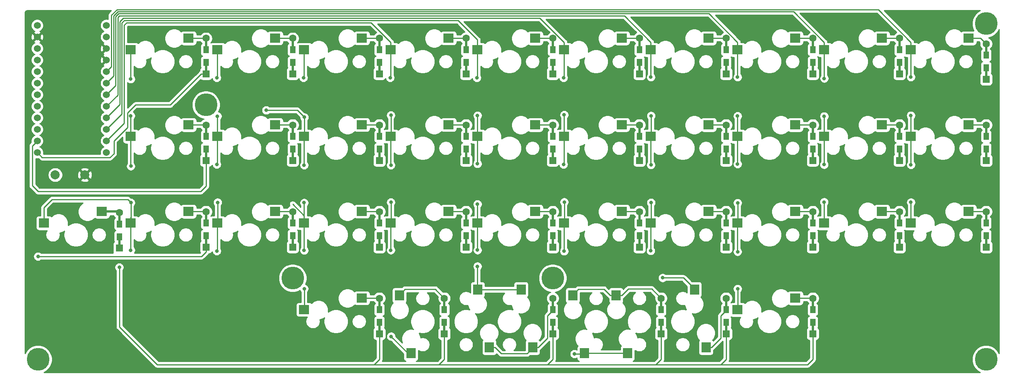
<source format=gbr>
G04 #@! TF.GenerationSoftware,KiCad,Pcbnew,(5.1.0-0)*
G04 #@! TF.CreationDate,2019-06-07T13:19:58+08:00*
G04 #@! TF.ProjectId,nqgTHD,6e716754-4844-42e6-9b69-6361645f7063,rev?*
G04 #@! TF.SameCoordinates,Original*
G04 #@! TF.FileFunction,Copper,L2,Bot*
G04 #@! TF.FilePolarity,Positive*
%FSLAX46Y46*%
G04 Gerber Fmt 4.6, Leading zero omitted, Abs format (unit mm)*
G04 Created by KiCad (PCBNEW (5.1.0-0)) date 2019-06-07 13:19:58*
%MOMM*%
%LPD*%
G04 APERTURE LIST*
%ADD10R,2.300000X2.000000*%
%ADD11C,5.000000*%
%ADD12R,1.600000X1.600000*%
%ADD13C,1.600000*%
%ADD14R,0.500000X2.900000*%
%ADD15R,1.200000X1.600000*%
%ADD16C,2.000000*%
%ADD17C,1.524000*%
%ADD18R,2.000000X2.300000*%
%ADD19C,0.800000*%
%ADD20C,0.250000*%
%ADD21C,0.500000*%
%ADD22C,0.254000*%
G04 APERTURE END LIST*
D10*
X177150720Y-147280640D03*
X164450720Y-149820640D03*
D11*
X200025840Y-180975760D03*
X180975760Y-142875600D03*
D10*
X158100640Y-166330720D03*
X145400640Y-168870720D03*
X183500000Y-130770000D03*
X196200000Y-128230000D03*
D12*
X180975760Y-155110010D03*
D13*
X180975760Y-147310010D03*
D14*
X180975760Y-153710010D03*
D15*
X180975760Y-152610010D03*
X180975760Y-149810010D03*
D14*
X180975760Y-148710010D03*
D16*
X154350000Y-158275000D03*
X147850000Y-158275000D03*
D17*
X143886400Y-125422000D03*
X143886400Y-127962000D03*
X143886400Y-130502000D03*
X143886400Y-133042000D03*
X143886400Y-135582000D03*
X143886400Y-138122000D03*
X143886400Y-140662000D03*
X143886400Y-143202000D03*
X143886400Y-145742000D03*
X143886400Y-148282000D03*
X143886400Y-150822000D03*
X143886400Y-153362000D03*
X159106400Y-153362000D03*
X159106400Y-150822000D03*
X159106400Y-148282000D03*
X159106400Y-145742000D03*
X159106400Y-143202000D03*
X159106400Y-140662000D03*
X159106400Y-138122000D03*
X159106400Y-135582000D03*
X159106400Y-133042000D03*
X159106400Y-130502000D03*
X159106400Y-127962000D03*
X159106400Y-125422000D03*
D11*
X352426480Y-125016150D03*
X352426480Y-198835210D03*
X144066230Y-198835210D03*
X257176080Y-180975760D03*
D12*
X180975760Y-136059930D03*
D13*
X180975760Y-128259930D03*
D14*
X180975760Y-134659930D03*
D15*
X180975760Y-133559930D03*
X180975760Y-130759930D03*
D14*
X180975760Y-129659930D03*
D12*
X180975760Y-174160090D03*
D13*
X180975760Y-166360090D03*
D14*
X180975760Y-172760090D03*
D15*
X180975760Y-171660090D03*
X180975760Y-168860090D03*
D14*
X180975760Y-167760090D03*
D12*
X161925680Y-174369460D03*
D13*
X161925680Y-166569460D03*
D14*
X161925680Y-172969460D03*
D15*
X161925680Y-171869460D03*
X161925680Y-169069460D03*
D14*
X161925680Y-167969460D03*
X200025840Y-129659930D03*
D15*
X200025840Y-130759930D03*
X200025840Y-133559930D03*
D14*
X200025840Y-134659930D03*
D13*
X200025840Y-128259930D03*
D12*
X200025840Y-136059930D03*
D14*
X200025840Y-148710010D03*
D15*
X200025840Y-149810010D03*
X200025840Y-152610010D03*
D14*
X200025840Y-153710010D03*
D13*
X200025840Y-147310010D03*
D12*
X200025840Y-155110010D03*
D14*
X200024250Y-167760090D03*
D15*
X200024250Y-168860090D03*
X200024250Y-171660090D03*
D14*
X200024250Y-172760090D03*
D13*
X200024250Y-166360090D03*
D12*
X200024250Y-174160090D03*
X219075920Y-136059930D03*
D13*
X219075920Y-128259930D03*
D14*
X219075920Y-134659930D03*
D15*
X219075920Y-133559930D03*
X219075920Y-130759930D03*
D14*
X219075920Y-129659930D03*
D12*
X219075920Y-155110010D03*
D13*
X219075920Y-147310010D03*
D14*
X219075920Y-153710010D03*
D15*
X219075920Y-152610010D03*
X219075920Y-149810010D03*
D14*
X219075920Y-148710010D03*
D12*
X219075920Y-174160090D03*
D13*
X219075920Y-166360090D03*
D14*
X219075920Y-172760090D03*
D15*
X219075920Y-171660090D03*
X219075920Y-168860090D03*
D14*
X219075920Y-167760090D03*
D12*
X219075920Y-193210170D03*
D13*
X219075920Y-185410170D03*
D14*
X219075920Y-191810170D03*
D15*
X219075920Y-190710170D03*
X219075920Y-187910170D03*
D14*
X219075920Y-186810170D03*
X238126000Y-129659930D03*
D15*
X238126000Y-130759930D03*
X238126000Y-133559930D03*
D14*
X238126000Y-134659930D03*
D13*
X238126000Y-128259930D03*
D12*
X238126000Y-136059930D03*
D14*
X238126000Y-148710010D03*
D15*
X238126000Y-149810010D03*
X238126000Y-152610010D03*
D14*
X238126000Y-153710010D03*
D13*
X238126000Y-147310010D03*
D12*
X238126000Y-155110010D03*
D14*
X238124250Y-167760090D03*
D15*
X238124250Y-168860090D03*
X238124250Y-171660090D03*
D14*
X238124250Y-172760090D03*
D13*
X238124250Y-166360090D03*
D12*
X238124250Y-174160090D03*
D14*
X233363480Y-186810170D03*
D15*
X233363480Y-187910170D03*
X233363480Y-190710170D03*
D14*
X233363480Y-191810170D03*
D13*
X233363480Y-185410170D03*
D12*
X233363480Y-193210170D03*
D14*
X257176080Y-129659930D03*
D15*
X257176080Y-130759930D03*
X257176080Y-133559930D03*
D14*
X257176080Y-134659930D03*
D13*
X257176080Y-128259930D03*
D12*
X257176080Y-136059930D03*
X257176080Y-155110010D03*
D13*
X257176080Y-147310010D03*
D14*
X257176080Y-153710010D03*
D15*
X257176080Y-152610010D03*
X257176080Y-149810010D03*
D14*
X257176080Y-148710010D03*
D12*
X257176080Y-174160090D03*
D13*
X257176080Y-166360090D03*
D14*
X257176080Y-172760090D03*
D15*
X257176080Y-171660090D03*
X257176080Y-168860090D03*
D14*
X257176080Y-167760090D03*
X257176080Y-186810170D03*
D15*
X257176080Y-187910170D03*
X257176080Y-190710170D03*
D14*
X257176080Y-191810170D03*
D13*
X257176080Y-185410170D03*
D12*
X257176080Y-193210170D03*
D14*
X276226160Y-129659930D03*
D15*
X276226160Y-130759930D03*
X276226160Y-133559930D03*
D14*
X276226160Y-134659930D03*
D13*
X276226160Y-128259930D03*
D12*
X276226160Y-136059930D03*
D14*
X276226160Y-148710010D03*
D15*
X276226160Y-149810010D03*
X276226160Y-152610010D03*
D14*
X276226160Y-153710010D03*
D13*
X276226160Y-147310010D03*
D12*
X276226160Y-155110010D03*
D14*
X276226160Y-167760090D03*
D15*
X276226160Y-168860090D03*
X276226160Y-171660090D03*
D14*
X276226160Y-172760090D03*
D13*
X276226160Y-166360090D03*
D12*
X276226160Y-174160090D03*
X280988680Y-193210170D03*
D13*
X280988680Y-185410170D03*
D14*
X280988680Y-191810170D03*
D15*
X280988680Y-190710170D03*
X280988680Y-187910170D03*
D14*
X280988680Y-186810170D03*
D12*
X295276240Y-136059930D03*
D13*
X295276240Y-128259930D03*
D14*
X295276240Y-134659930D03*
D15*
X295276240Y-133559930D03*
X295276240Y-130759930D03*
D14*
X295276240Y-129659930D03*
D12*
X295274250Y-155110010D03*
D13*
X295274250Y-147310010D03*
D14*
X295274250Y-153710010D03*
D15*
X295274250Y-152610010D03*
X295274250Y-149810010D03*
D14*
X295274250Y-148710010D03*
D12*
X295276240Y-174160090D03*
D13*
X295276240Y-166360090D03*
D14*
X295276240Y-172760090D03*
D15*
X295276240Y-171660090D03*
X295276240Y-168860090D03*
D14*
X295276240Y-167760090D03*
D12*
X295276240Y-193210170D03*
D13*
X295276240Y-185410170D03*
D14*
X295276240Y-191810170D03*
D15*
X295276240Y-190710170D03*
X295276240Y-187910170D03*
D14*
X295276240Y-186810170D03*
X314324250Y-129659930D03*
D15*
X314324250Y-130759930D03*
X314324250Y-133559930D03*
D14*
X314324250Y-134659930D03*
D13*
X314324250Y-128259930D03*
D12*
X314324250Y-136059930D03*
D14*
X314324250Y-148710010D03*
D15*
X314324250Y-149810010D03*
X314324250Y-152610010D03*
D14*
X314324250Y-153710010D03*
D13*
X314324250Y-147310010D03*
D12*
X314324250Y-155110010D03*
D14*
X314326320Y-167760090D03*
D15*
X314326320Y-168860090D03*
X314326320Y-171660090D03*
D14*
X314326320Y-172760090D03*
D13*
X314326320Y-166360090D03*
D12*
X314326320Y-174160090D03*
D14*
X314326320Y-186810170D03*
D15*
X314326320Y-187910170D03*
X314326320Y-190710170D03*
D14*
X314326320Y-191810170D03*
D13*
X314326320Y-185410170D03*
D12*
X314326320Y-193210170D03*
X333376400Y-136059930D03*
D13*
X333376400Y-128259930D03*
D14*
X333376400Y-134659930D03*
D15*
X333376400Y-133559930D03*
X333376400Y-130759930D03*
D14*
X333376400Y-129659930D03*
D12*
X333376400Y-155110010D03*
D13*
X333376400Y-147310010D03*
D14*
X333376400Y-153710010D03*
D15*
X333376400Y-152610010D03*
X333376400Y-149810010D03*
D14*
X333376400Y-148710010D03*
D12*
X333376400Y-174160090D03*
D13*
X333376400Y-166360090D03*
D14*
X333376400Y-172760090D03*
D15*
X333376400Y-171660090D03*
X333376400Y-168860090D03*
D14*
X333376400Y-167760090D03*
X352426480Y-130850560D03*
D15*
X352426480Y-131950560D03*
X352426480Y-134750560D03*
D14*
X352426480Y-135850560D03*
D13*
X352426480Y-129450560D03*
D12*
X352426480Y-137250560D03*
D14*
X352426480Y-148710010D03*
D15*
X352426480Y-149810010D03*
X352426480Y-152610010D03*
D14*
X352426480Y-153710010D03*
D13*
X352426480Y-147310010D03*
D12*
X352426480Y-155110010D03*
D14*
X352426480Y-167760090D03*
D15*
X352426480Y-168860090D03*
X352426480Y-171660090D03*
D14*
X352426480Y-172760090D03*
D13*
X352426480Y-166360090D03*
D12*
X352426480Y-174160090D03*
D10*
X177150720Y-128230560D03*
X164450720Y-130770560D03*
X177150000Y-166330720D03*
X164450000Y-168870720D03*
X183500000Y-149820000D03*
X196200000Y-147280000D03*
X183500000Y-168870000D03*
X196200000Y-166330000D03*
X215250000Y-128230000D03*
X202550000Y-130770000D03*
X215250000Y-147280000D03*
X202550000Y-149820000D03*
X215250000Y-166330000D03*
X202550000Y-168870000D03*
X215250000Y-185380000D03*
X202550000Y-187920000D03*
X221600000Y-130770000D03*
X234300000Y-128230000D03*
X221600000Y-149820000D03*
X234300000Y-147280000D03*
X221600000Y-168870000D03*
X234300000Y-166330000D03*
D18*
X226020960Y-197500800D03*
X223480960Y-184800800D03*
D10*
X253351040Y-128230560D03*
X240651040Y-130770560D03*
X253351040Y-147280640D03*
X240651040Y-149820640D03*
X253351040Y-166330720D03*
X240651040Y-168870720D03*
D18*
X250231040Y-183500800D03*
X252771040Y-196200800D03*
D10*
X259701120Y-130770560D03*
X272401120Y-128230560D03*
X259700000Y-149820640D03*
X272400000Y-147280640D03*
X259700000Y-168870720D03*
X272400000Y-166330720D03*
D18*
X264121120Y-197500800D03*
X261581120Y-184800800D03*
D10*
X291451200Y-128230560D03*
X278751200Y-130770560D03*
X291451200Y-147280640D03*
X278751200Y-149820640D03*
X291451200Y-166330720D03*
X278751200Y-168870720D03*
D18*
X288330000Y-183500800D03*
X290870000Y-196200800D03*
D10*
X297801280Y-130770560D03*
X310501280Y-128230560D03*
X297801280Y-149820640D03*
X310501280Y-147280640D03*
X297800000Y-168870720D03*
X310500000Y-166330720D03*
X310501280Y-185380800D03*
X297801280Y-187920800D03*
X329551360Y-128230560D03*
X316851360Y-130770560D03*
X329551360Y-147280640D03*
X316851360Y-149820640D03*
X329551360Y-166330720D03*
X316851360Y-168870720D03*
X335901440Y-130770560D03*
X348601440Y-128230560D03*
X335901440Y-149820640D03*
X348601440Y-147280640D03*
X335900000Y-168870720D03*
X348600000Y-166330720D03*
D18*
X243246000Y-196200800D03*
X240706000Y-183500800D03*
X273646160Y-197500800D03*
X271106160Y-184800800D03*
D19*
X144066230Y-176213240D03*
X161925680Y-178594500D03*
X164440000Y-137200000D03*
X164440000Y-145290000D03*
X164460000Y-156360000D03*
X164460000Y-164390000D03*
X164450000Y-174840000D03*
X183490000Y-145370000D03*
X183530000Y-164330000D03*
X183357020Y-136922450D03*
X183357020Y-155972530D03*
X183357020Y-175022610D03*
X202590000Y-145610000D03*
X202550000Y-156150000D03*
X202550000Y-164410000D03*
X202550000Y-174880000D03*
X202560000Y-183310000D03*
X202407100Y-136922450D03*
X194204542Y-144066230D03*
X221610000Y-145170000D03*
X221610000Y-156140000D03*
X221620000Y-164300000D03*
X221600000Y-174840000D03*
X221660000Y-193810000D03*
X221457180Y-136922450D03*
X240650000Y-145220000D03*
X240640000Y-155840000D03*
X240640000Y-164710000D03*
X240650000Y-174820000D03*
X240640000Y-178400000D03*
X240507260Y-136922450D03*
X259700000Y-145080000D03*
X259710000Y-164260000D03*
X259690000Y-175060000D03*
X261938600Y-197644580D03*
X259557340Y-136922450D03*
X259557340Y-155972530D03*
X278750000Y-136790000D03*
X278780000Y-145280000D03*
X278760000Y-156090000D03*
X278780000Y-164380000D03*
X278700000Y-174970000D03*
X281340000Y-180920000D03*
X297800000Y-136790000D03*
X297800000Y-145340000D03*
X297800000Y-155890000D03*
X297820000Y-164440000D03*
X297810000Y-175180000D03*
X297810000Y-183330000D03*
X316850000Y-137080000D03*
X316840000Y-145400000D03*
X316830000Y-156020000D03*
X316830000Y-164260000D03*
X335890000Y-136760000D03*
X335890000Y-145230000D03*
X335900000Y-156060000D03*
X335900000Y-164310000D03*
D20*
X180975760Y-175210090D02*
X180975760Y-174160090D01*
X179972610Y-176213240D02*
X180975760Y-175210090D01*
X144066230Y-176213240D02*
X179972610Y-176213240D01*
X180946390Y-128230560D02*
X180975760Y-128259930D01*
X177150720Y-128230560D02*
X180946390Y-128230560D01*
D21*
X180946390Y-147280640D02*
X180975760Y-147310010D01*
D20*
X177150720Y-147280640D02*
X180946390Y-147280640D01*
X163714999Y-147821359D02*
X160735050Y-150801308D01*
X163714999Y-144658171D02*
X163714999Y-147821359D01*
X165497570Y-142875600D02*
X163714999Y-144658171D01*
X160735050Y-150801308D02*
X160735050Y-153591270D01*
X144973401Y-154449001D02*
X143886400Y-153362000D01*
X159877319Y-154449001D02*
X144973401Y-154449001D01*
X160735050Y-153591270D02*
X159877319Y-154449001D01*
X179925760Y-136059930D02*
X173110090Y-142875600D01*
X180975760Y-136059930D02*
X179925760Y-136059930D01*
X173110090Y-142875600D02*
X165497570Y-142875600D01*
X180975760Y-155110010D02*
X180975760Y-160735050D01*
X180975760Y-160735050D02*
X179785130Y-161925680D01*
X179785130Y-161925680D02*
X144066230Y-161925680D01*
X143124401Y-151583999D02*
X143886400Y-150822000D01*
X142799399Y-151909001D02*
X143124401Y-151583999D01*
X142799399Y-160658849D02*
X142799399Y-151909001D01*
X144066230Y-161925680D02*
X142799399Y-160658849D01*
X180946390Y-166330720D02*
X180975760Y-166360090D01*
X177150000Y-166330720D02*
X180946390Y-166330720D01*
D21*
X161686940Y-166330720D02*
X161925680Y-166569460D01*
X158100640Y-166330720D02*
X161686940Y-166330720D01*
D20*
X199995910Y-128230000D02*
X200025840Y-128259930D01*
X196200000Y-128230000D02*
X199995910Y-128230000D01*
X199995830Y-147280000D02*
X200025840Y-147310010D01*
X196200000Y-147280000D02*
X199995830Y-147280000D01*
X199994160Y-166330000D02*
X200024250Y-166360090D01*
X196200000Y-166330000D02*
X199994160Y-166330000D01*
X219045990Y-128230000D02*
X219075920Y-128259930D01*
X215250000Y-128230000D02*
X219045990Y-128230000D01*
X219045910Y-147280000D02*
X219075920Y-147310010D01*
X215250000Y-147280000D02*
X219045910Y-147280000D01*
X219045830Y-166330000D02*
X219075920Y-166360090D01*
X215250000Y-166330000D02*
X219045830Y-166330000D01*
X238096070Y-128230000D02*
X238126000Y-128259930D01*
X234300000Y-128230000D02*
X238096070Y-128230000D01*
X238095990Y-147280000D02*
X238126000Y-147310010D01*
X234300000Y-147280000D02*
X238095990Y-147280000D01*
X314326320Y-191810170D02*
X314326320Y-193010170D01*
X314326320Y-193010170D02*
X314326320Y-198835210D01*
X314326320Y-198835210D02*
X313135690Y-200025840D01*
X295276240Y-191810170D02*
X295276240Y-198835210D01*
X295276240Y-198835210D02*
X294085610Y-200025840D01*
X313135690Y-200025840D02*
X294085610Y-200025840D01*
X280988680Y-191810170D02*
X280988680Y-198835210D01*
X280988680Y-198835210D02*
X279798050Y-200025840D01*
X294085610Y-200025840D02*
X279798050Y-200025840D01*
X257176080Y-198835210D02*
X255985450Y-200025840D01*
X257176080Y-193210170D02*
X257176080Y-198835210D01*
X279798050Y-200025840D02*
X255985450Y-200025840D01*
X233363480Y-191810170D02*
X233363480Y-198835210D01*
X233363480Y-198835210D02*
X232172850Y-200025840D01*
X255985450Y-200025840D02*
X232172850Y-200025840D01*
X219075920Y-198835210D02*
X217885290Y-200025840D01*
X219075920Y-191810170D02*
X219075920Y-198835210D01*
X232172850Y-200025840D02*
X217885290Y-200025840D01*
X161925680Y-191691430D02*
X161925680Y-178594500D01*
X170260090Y-200025840D02*
X161925680Y-191691430D01*
X217885290Y-200025840D02*
X170260090Y-200025840D01*
X238094160Y-166330000D02*
X238124250Y-166360090D01*
X234300000Y-166330000D02*
X238094160Y-166330000D01*
X231354110Y-183400800D02*
X233363480Y-185410170D01*
X224730960Y-183400800D02*
X231354110Y-183400800D01*
X223480960Y-184650800D02*
X224730960Y-183400800D01*
X223480960Y-184800800D02*
X223480960Y-184650800D01*
X257146710Y-128230560D02*
X257176080Y-128259930D01*
X253351040Y-128230560D02*
X257146710Y-128230560D01*
X257146710Y-147280640D02*
X257176080Y-147310010D01*
X253351040Y-147280640D02*
X257146710Y-147280640D01*
X257146710Y-166330720D02*
X257176080Y-166360090D01*
X253351040Y-166330720D02*
X257146710Y-166330720D01*
X244496000Y-196200800D02*
X243246000Y-196200800D01*
X245896000Y-197600800D02*
X244496000Y-196200800D01*
X251521040Y-197600800D02*
X245896000Y-197600800D01*
X252771040Y-196350800D02*
X251521040Y-197600800D01*
X252771040Y-196200800D02*
X252771040Y-196350800D01*
X252771040Y-196200800D02*
X252771040Y-196050800D01*
X257176080Y-188110170D02*
X257176080Y-187910170D01*
X256051079Y-189235171D02*
X257176080Y-188110170D01*
X256051079Y-194170761D02*
X256051079Y-189235171D01*
X254021040Y-196200800D02*
X256051079Y-194170761D01*
X252771040Y-196200800D02*
X254021040Y-196200800D01*
X276196790Y-128230560D02*
X276226160Y-128259930D01*
X272401120Y-128230560D02*
X276196790Y-128230560D01*
X276196790Y-147280640D02*
X276226160Y-147310010D01*
X272400000Y-147280640D02*
X276196790Y-147280640D01*
X276196790Y-166330720D02*
X276226160Y-166360090D01*
X272400000Y-166330720D02*
X276196790Y-166330720D01*
X269855000Y-184800000D02*
X271105000Y-184800000D01*
X268455000Y-183400000D02*
X269855000Y-184800000D01*
X262830000Y-183400000D02*
X268455000Y-183400000D01*
X261580000Y-184650000D02*
X262830000Y-183400000D01*
X261580000Y-184800000D02*
X261580000Y-184650000D01*
X272356160Y-184800800D02*
X271106160Y-184800800D01*
X273799940Y-183357020D02*
X272356160Y-184800800D01*
X278935530Y-183357020D02*
X273799940Y-183357020D01*
X280988680Y-185410170D02*
X278935530Y-183357020D01*
X295246870Y-128230560D02*
X295276240Y-128259930D01*
X291451200Y-128230560D02*
X295246870Y-128230560D01*
X295244880Y-147280640D02*
X295274250Y-147310010D01*
X291451200Y-147280640D02*
X295244880Y-147280640D01*
X295246870Y-166330720D02*
X295276240Y-166360090D01*
X291451200Y-166330720D02*
X295246870Y-166330720D01*
X290871200Y-196200800D02*
X290871200Y-196050800D01*
X295276240Y-188110170D02*
X295276240Y-187910170D01*
X294151239Y-189235171D02*
X295276240Y-188110170D01*
X294151239Y-194169561D02*
X294151239Y-189235171D01*
X292120000Y-196200800D02*
X294151239Y-194169561D01*
X290870000Y-196200800D02*
X292120000Y-196200800D01*
X314294880Y-128230560D02*
X314324250Y-128259930D01*
X310501280Y-128230560D02*
X314294880Y-128230560D01*
X314294880Y-147280640D02*
X314324250Y-147310010D01*
X310501280Y-147280640D02*
X314294880Y-147280640D01*
X314296950Y-166330720D02*
X314326320Y-166360090D01*
X310500000Y-166330720D02*
X314296950Y-166330720D01*
X314296950Y-185380800D02*
X314326320Y-185410170D01*
X310501280Y-185380800D02*
X314296950Y-185380800D01*
X333347030Y-128230560D02*
X333376400Y-128259930D01*
X329551360Y-128230560D02*
X333347030Y-128230560D01*
X333347030Y-147280640D02*
X333376400Y-147310010D01*
X329551360Y-147280640D02*
X333347030Y-147280640D01*
X333347030Y-166330720D02*
X333376400Y-166360090D01*
X329551360Y-166330720D02*
X333347030Y-166330720D01*
X351206480Y-128230560D02*
X352426480Y-129450560D01*
X348601440Y-128230560D02*
X351206480Y-128230560D01*
X164450720Y-130770560D02*
X164450720Y-137189280D01*
X164450720Y-137189280D02*
X164440000Y-137200000D01*
X164440000Y-149809920D02*
X164450720Y-149820640D01*
X164440000Y-145290000D02*
X164440000Y-149809920D01*
X164450720Y-149820640D02*
X164450720Y-156350720D01*
X164450720Y-156350720D02*
X164460000Y-156360000D01*
X164460000Y-168860720D02*
X164450000Y-168870720D01*
X164460000Y-164390000D02*
X164460000Y-168860720D01*
X164450000Y-168870720D02*
X164300000Y-168870720D01*
X164450000Y-168870720D02*
X164450000Y-167620720D01*
X164450000Y-168870720D02*
X164450000Y-174840000D01*
X147110000Y-163720000D02*
X163790000Y-163720000D01*
X145390000Y-165440000D02*
X147110000Y-163720000D01*
X145390000Y-167610080D02*
X145390000Y-165440000D01*
X163790000Y-163720000D02*
X164460000Y-164390000D01*
X145400640Y-167620720D02*
X145390000Y-167610080D01*
X145400640Y-168870720D02*
X145400640Y-167620720D01*
X183490000Y-149810000D02*
X183500000Y-149820000D01*
X183490000Y-145370000D02*
X183490000Y-149810000D01*
X183530000Y-168840000D02*
X183500000Y-168870000D01*
X183530000Y-164330000D02*
X183530000Y-168840000D01*
X183500000Y-168870000D02*
X183350000Y-168870000D01*
X183500000Y-136779470D02*
X183357020Y-136922450D01*
X183500000Y-130770000D02*
X183500000Y-136779470D01*
X183500000Y-155829550D02*
X183357020Y-155972530D01*
X183500000Y-149820000D02*
X183500000Y-155829550D01*
X183500000Y-174879630D02*
X183357020Y-175022610D01*
X183500000Y-168870000D02*
X183500000Y-174879630D01*
X202590000Y-149780000D02*
X202550000Y-149820000D01*
X202590000Y-145610000D02*
X202590000Y-149780000D01*
X202550000Y-149820000D02*
X202550000Y-156150000D01*
X202550000Y-164410000D02*
X202550000Y-168870000D01*
X202550000Y-168870000D02*
X202550000Y-174880000D01*
X202560000Y-187910000D02*
X202550000Y-187920000D01*
X202560000Y-183310000D02*
X202560000Y-187910000D01*
X202550000Y-136779550D02*
X202407100Y-136922450D01*
X202550000Y-130770000D02*
X202550000Y-136779550D01*
X202550000Y-167220838D02*
X200025840Y-164696678D01*
X202550000Y-168870000D02*
X202550000Y-167220838D01*
X201046230Y-144066230D02*
X202590000Y-145610000D01*
X194204542Y-144066230D02*
X201046230Y-144066230D01*
X221610000Y-149810000D02*
X221600000Y-149820000D01*
X221610000Y-145170000D02*
X221610000Y-149810000D01*
X221600000Y-149820000D02*
X221600000Y-156130000D01*
X221600000Y-156130000D02*
X221610000Y-156140000D01*
X221620000Y-168850000D02*
X221600000Y-168870000D01*
X221620000Y-164300000D02*
X221620000Y-168850000D01*
X221600000Y-168870000D02*
X221600000Y-174840000D01*
X225350800Y-197500800D02*
X226020960Y-197500800D01*
X221660000Y-193810000D02*
X225350800Y-197500800D01*
X221600000Y-136779630D02*
X221457180Y-136922450D01*
X221600000Y-130770000D02*
X221600000Y-136779630D01*
X221600000Y-129119008D02*
X221600000Y-129520000D01*
X162975719Y-146952681D02*
X162975719Y-125374281D01*
X163549990Y-124800010D02*
X217281002Y-124800010D01*
X221600000Y-129520000D02*
X221600000Y-130770000D01*
X162975719Y-125374281D02*
X163549990Y-124800010D01*
X217281002Y-124800010D02*
X221600000Y-129119008D01*
X159106400Y-150822000D02*
X162975719Y-146952681D01*
X250231040Y-183500800D02*
X240706000Y-183500800D01*
X240650000Y-149819600D02*
X240651040Y-149820640D01*
X240650000Y-145220000D02*
X240650000Y-149819600D01*
X240651040Y-149820640D02*
X240651040Y-155828960D01*
X240651040Y-155828960D02*
X240640000Y-155840000D01*
X240640000Y-168859680D02*
X240651040Y-168870720D01*
X240640000Y-164710000D02*
X240640000Y-168859680D01*
X240651040Y-168870720D02*
X240651040Y-174818960D01*
X240651040Y-174818960D02*
X240650000Y-174820000D01*
X240640000Y-183434800D02*
X240706000Y-183500800D01*
X240640000Y-178400000D02*
X240640000Y-183434800D01*
X240651040Y-136778670D02*
X240507260Y-136922450D01*
X240651040Y-130770560D02*
X240651040Y-136778670D01*
X240651040Y-129520560D02*
X240651040Y-130770560D01*
X240651040Y-128590150D02*
X240651040Y-129520560D01*
X236410890Y-124350000D02*
X240651040Y-128590150D01*
X163020000Y-124350000D02*
X236410890Y-124350000D01*
X162500040Y-124869960D02*
X163020000Y-124350000D01*
X162500040Y-144888360D02*
X162500040Y-124869960D01*
X159106400Y-148282000D02*
X162500040Y-144888360D01*
X273645000Y-197500000D02*
X264120000Y-197500000D01*
X259700000Y-145080000D02*
X259700000Y-149820000D01*
X259710000Y-168860000D02*
X259700000Y-168870000D01*
X259710000Y-164260000D02*
X259710000Y-168860000D01*
X259700000Y-168870000D02*
X259700000Y-175050000D01*
X259700000Y-175050000D02*
X259690000Y-175060000D01*
X263977340Y-197644580D02*
X264121120Y-197500800D01*
X261938600Y-197644580D02*
X263977340Y-197644580D01*
X259701120Y-136778670D02*
X259557340Y-136922450D01*
X259701120Y-130770560D02*
X259701120Y-136778670D01*
X259700000Y-155829870D02*
X259557340Y-155972530D01*
X259700000Y-149820640D02*
X259700000Y-155829870D01*
X259700000Y-129520000D02*
X259700000Y-130770000D01*
X259700000Y-129118848D02*
X259700000Y-129520000D01*
X254361152Y-123780000D02*
X259700000Y-129118848D01*
X162050030Y-142798370D02*
X162050030Y-124559970D01*
X162830000Y-123780000D02*
X254361152Y-123780000D01*
X162050030Y-124559970D02*
X162830000Y-123780000D01*
X159106400Y-145742000D02*
X162050030Y-142798370D01*
X278751200Y-130770560D02*
X278751200Y-136788800D01*
X278751200Y-136788800D02*
X278750000Y-136790000D01*
X278780000Y-149790640D02*
X278750000Y-149820640D01*
X278780000Y-145280000D02*
X278780000Y-149790640D01*
X278750000Y-149820640D02*
X278750000Y-156080000D01*
X278750000Y-156080000D02*
X278760000Y-156090000D01*
X278780000Y-168840720D02*
X278750000Y-168870720D01*
X278780000Y-164380000D02*
X278780000Y-168840720D01*
X278750000Y-168870720D02*
X278750000Y-174920000D01*
X278750000Y-174920000D02*
X278700000Y-174970000D01*
X288331200Y-183350800D02*
X288331200Y-183500800D01*
X285900400Y-180920000D02*
X288331200Y-183350800D01*
X281340000Y-180920000D02*
X285900400Y-180920000D01*
X278751200Y-129520560D02*
X278751200Y-130770560D01*
X278751200Y-129119968D02*
X278751200Y-129520560D01*
X161979970Y-123290030D02*
X272921262Y-123290030D01*
X161600020Y-123669980D02*
X161979970Y-123290030D01*
X272921262Y-123290030D02*
X278751200Y-129119968D01*
X161600020Y-140708380D02*
X161600020Y-123669980D01*
X159106400Y-143202000D02*
X161600020Y-140708380D01*
X297800000Y-130770000D02*
X297800000Y-136790000D01*
X297800000Y-145340000D02*
X297800000Y-149820000D01*
X297800000Y-149820000D02*
X297800000Y-155890000D01*
X297820000Y-168850000D02*
X297800000Y-168870000D01*
X297820000Y-164440000D02*
X297820000Y-168850000D01*
X297800000Y-168870000D02*
X297800000Y-175170000D01*
X297800000Y-175170000D02*
X297810000Y-175180000D01*
X297810000Y-187910000D02*
X297800000Y-187920000D01*
X297810000Y-183330000D02*
X297810000Y-187910000D01*
X161150010Y-138618390D02*
X159106400Y-140662000D01*
X161150010Y-123482810D02*
X161150010Y-138618390D01*
X161792800Y-122840020D02*
X161150010Y-123482810D01*
X291120020Y-122840020D02*
X161792800Y-122840020D01*
X297800000Y-130770000D02*
X297800000Y-129520000D01*
X297801280Y-129520560D02*
X297801280Y-130770560D01*
X297801280Y-129119968D02*
X297801280Y-129520560D01*
X291521332Y-122840020D02*
X297801280Y-129119968D01*
X291120020Y-122840020D02*
X291521332Y-122840020D01*
X316850000Y-130770000D02*
X316850000Y-137080000D01*
X316840000Y-149810000D02*
X316850000Y-149820000D01*
X316840000Y-145400000D02*
X316840000Y-149810000D01*
X316850000Y-149820000D02*
X316850000Y-156000000D01*
X316850000Y-156000000D02*
X316830000Y-156020000D01*
X316830000Y-168850000D02*
X316850000Y-168870000D01*
X316830000Y-164260000D02*
X316830000Y-168850000D01*
X310119332Y-122390010D02*
X316851360Y-129122038D01*
X160700000Y-123296410D02*
X161606400Y-122390010D01*
X316851360Y-129122038D02*
X316851360Y-130770560D01*
X161606400Y-122390010D02*
X310119332Y-122390010D01*
X160700000Y-136528400D02*
X160700000Y-123296410D01*
X159106400Y-138122000D02*
X160700000Y-136528400D01*
X335900000Y-130770000D02*
X335900000Y-136750000D01*
X335900000Y-136750000D02*
X335890000Y-136760000D01*
X335890000Y-149810000D02*
X335900000Y-149820000D01*
X335890000Y-145230000D02*
X335890000Y-149810000D01*
X335900000Y-149820000D02*
X335900000Y-156060000D01*
X335900000Y-164310000D02*
X335900000Y-168870000D01*
X160193401Y-134494999D02*
X159106400Y-135582000D01*
X335900000Y-130770000D02*
X335750000Y-130770000D01*
X161420000Y-121940000D02*
X160193401Y-123166599D01*
X160193401Y-123166599D02*
X160193401Y-134494999D01*
X326920000Y-121940000D02*
X325880000Y-121940000D01*
X325880000Y-121940000D02*
X161420000Y-121940000D01*
X335900000Y-129520000D02*
X335900000Y-130770000D01*
X328721472Y-121940000D02*
X335900000Y-129118528D01*
X335900000Y-129118528D02*
X335900000Y-129520000D01*
X325880000Y-121940000D02*
X328721472Y-121940000D01*
X219045750Y-185380000D02*
X219075920Y-185410170D01*
X215250000Y-185380000D02*
X219045750Y-185380000D01*
X352397110Y-166330720D02*
X352426480Y-166360090D01*
X348600000Y-166330720D02*
X352397110Y-166330720D01*
X352397110Y-147280640D02*
X352426480Y-147310010D01*
X348601440Y-147280640D02*
X352397110Y-147280640D01*
D22*
G36*
X159682404Y-122602795D02*
G01*
X159653400Y-122626598D01*
X159599076Y-122692793D01*
X159558427Y-122742323D01*
X159506206Y-122840021D01*
X159487855Y-122874353D01*
X159444398Y-123017614D01*
X159433401Y-123129267D01*
X159433401Y-123129277D01*
X159429725Y-123166599D01*
X159433401Y-123203921D01*
X159433401Y-124062676D01*
X159243992Y-124025000D01*
X158968808Y-124025000D01*
X158698910Y-124078686D01*
X158444673Y-124183995D01*
X158215865Y-124336880D01*
X158021280Y-124531465D01*
X157868395Y-124760273D01*
X157763086Y-125014510D01*
X157709400Y-125284408D01*
X157709400Y-125559592D01*
X157763086Y-125829490D01*
X157868395Y-126083727D01*
X158021280Y-126312535D01*
X158215865Y-126507120D01*
X158444673Y-126660005D01*
X158521915Y-126692000D01*
X158444673Y-126723995D01*
X158215865Y-126876880D01*
X158021280Y-127071465D01*
X157868395Y-127300273D01*
X157763086Y-127554510D01*
X157709400Y-127824408D01*
X157709400Y-128099592D01*
X157763086Y-128369490D01*
X157868395Y-128623727D01*
X158021280Y-128852535D01*
X158215865Y-129047120D01*
X158444673Y-129200005D01*
X158516343Y-129229692D01*
X158503377Y-129234364D01*
X158387420Y-129296344D01*
X158320440Y-129536435D01*
X159106400Y-130322395D01*
X159120543Y-130308253D01*
X159300148Y-130487858D01*
X159286005Y-130502000D01*
X159300148Y-130516143D01*
X159120543Y-130695748D01*
X159106400Y-130681605D01*
X158320440Y-131467565D01*
X158387420Y-131707656D01*
X158518044Y-131769079D01*
X158503377Y-131774364D01*
X158387420Y-131836344D01*
X158320440Y-132076435D01*
X159106400Y-132862395D01*
X159120543Y-132848253D01*
X159300148Y-133027858D01*
X159286005Y-133042000D01*
X159300148Y-133056143D01*
X159120543Y-133235748D01*
X159106400Y-133221605D01*
X158320440Y-134007565D01*
X158387420Y-134247656D01*
X158523160Y-134311485D01*
X158444673Y-134343995D01*
X158215865Y-134496880D01*
X158021280Y-134691465D01*
X157868395Y-134920273D01*
X157763086Y-135174510D01*
X157709400Y-135444408D01*
X157709400Y-135719592D01*
X157763086Y-135989490D01*
X157868395Y-136243727D01*
X158021280Y-136472535D01*
X158215865Y-136667120D01*
X158444673Y-136820005D01*
X158521915Y-136852000D01*
X158444673Y-136883995D01*
X158215865Y-137036880D01*
X158021280Y-137231465D01*
X157868395Y-137460273D01*
X157763086Y-137714510D01*
X157709400Y-137984408D01*
X157709400Y-138259592D01*
X157763086Y-138529490D01*
X157868395Y-138783727D01*
X158021280Y-139012535D01*
X158215865Y-139207120D01*
X158444673Y-139360005D01*
X158521915Y-139392000D01*
X158444673Y-139423995D01*
X158215865Y-139576880D01*
X158021280Y-139771465D01*
X157868395Y-140000273D01*
X157763086Y-140254510D01*
X157709400Y-140524408D01*
X157709400Y-140799592D01*
X157763086Y-141069490D01*
X157868395Y-141323727D01*
X158021280Y-141552535D01*
X158215865Y-141747120D01*
X158444673Y-141900005D01*
X158521915Y-141932000D01*
X158444673Y-141963995D01*
X158215865Y-142116880D01*
X158021280Y-142311465D01*
X157868395Y-142540273D01*
X157763086Y-142794510D01*
X157709400Y-143064408D01*
X157709400Y-143339592D01*
X157763086Y-143609490D01*
X157868395Y-143863727D01*
X158021280Y-144092535D01*
X158215865Y-144287120D01*
X158444673Y-144440005D01*
X158521915Y-144472000D01*
X158444673Y-144503995D01*
X158215865Y-144656880D01*
X158021280Y-144851465D01*
X157868395Y-145080273D01*
X157763086Y-145334510D01*
X157709400Y-145604408D01*
X157709400Y-145879592D01*
X157763086Y-146149490D01*
X157868395Y-146403727D01*
X158021280Y-146632535D01*
X158215865Y-146827120D01*
X158444673Y-146980005D01*
X158521915Y-147012000D01*
X158444673Y-147043995D01*
X158215865Y-147196880D01*
X158021280Y-147391465D01*
X157868395Y-147620273D01*
X157763086Y-147874510D01*
X157709400Y-148144408D01*
X157709400Y-148419592D01*
X157763086Y-148689490D01*
X157868395Y-148943727D01*
X158021280Y-149172535D01*
X158215865Y-149367120D01*
X158444673Y-149520005D01*
X158521915Y-149552000D01*
X158444673Y-149583995D01*
X158215865Y-149736880D01*
X158021280Y-149931465D01*
X157868395Y-150160273D01*
X157763086Y-150414510D01*
X157709400Y-150684408D01*
X157709400Y-150959592D01*
X157763086Y-151229490D01*
X157868395Y-151483727D01*
X158021280Y-151712535D01*
X158215865Y-151907120D01*
X158444673Y-152060005D01*
X158521915Y-152092000D01*
X158444673Y-152123995D01*
X158215865Y-152276880D01*
X158021280Y-152471465D01*
X157868395Y-152700273D01*
X157763086Y-152954510D01*
X157709400Y-153224408D01*
X157709400Y-153499592D01*
X157747076Y-153689001D01*
X145288203Y-153689001D01*
X145252772Y-153653570D01*
X145283400Y-153499592D01*
X145283400Y-153224408D01*
X145229714Y-152954510D01*
X145124405Y-152700273D01*
X144971520Y-152471465D01*
X144776935Y-152276880D01*
X144548127Y-152123995D01*
X144470885Y-152092000D01*
X144548127Y-152060005D01*
X144776935Y-151907120D01*
X144971520Y-151712535D01*
X145124405Y-151483727D01*
X145229714Y-151229490D01*
X145283400Y-150959592D01*
X145283400Y-150684408D01*
X145229714Y-150414510D01*
X145124405Y-150160273D01*
X144971520Y-149931465D01*
X144776935Y-149736880D01*
X144548127Y-149583995D01*
X144470885Y-149552000D01*
X144548127Y-149520005D01*
X144776935Y-149367120D01*
X144971520Y-149172535D01*
X145124405Y-148943727D01*
X145229714Y-148689490D01*
X145283400Y-148419592D01*
X145283400Y-148144408D01*
X145229714Y-147874510D01*
X145124405Y-147620273D01*
X144971520Y-147391465D01*
X144776935Y-147196880D01*
X144548127Y-147043995D01*
X144470885Y-147012000D01*
X144548127Y-146980005D01*
X144776935Y-146827120D01*
X144971520Y-146632535D01*
X145124405Y-146403727D01*
X145229714Y-146149490D01*
X145283400Y-145879592D01*
X145283400Y-145604408D01*
X145229714Y-145334510D01*
X145124405Y-145080273D01*
X144971520Y-144851465D01*
X144776935Y-144656880D01*
X144548127Y-144503995D01*
X144470885Y-144472000D01*
X144548127Y-144440005D01*
X144776935Y-144287120D01*
X144971520Y-144092535D01*
X145124405Y-143863727D01*
X145229714Y-143609490D01*
X145283400Y-143339592D01*
X145283400Y-143064408D01*
X145229714Y-142794510D01*
X145124405Y-142540273D01*
X144971520Y-142311465D01*
X144776935Y-142116880D01*
X144548127Y-141963995D01*
X144470885Y-141932000D01*
X144548127Y-141900005D01*
X144776935Y-141747120D01*
X144971520Y-141552535D01*
X145124405Y-141323727D01*
X145229714Y-141069490D01*
X145283400Y-140799592D01*
X145283400Y-140524408D01*
X145229714Y-140254510D01*
X145124405Y-140000273D01*
X144971520Y-139771465D01*
X144776935Y-139576880D01*
X144548127Y-139423995D01*
X144470885Y-139392000D01*
X144548127Y-139360005D01*
X144776935Y-139207120D01*
X144971520Y-139012535D01*
X145124405Y-138783727D01*
X145229714Y-138529490D01*
X145283400Y-138259592D01*
X145283400Y-137984408D01*
X145229714Y-137714510D01*
X145124405Y-137460273D01*
X144971520Y-137231465D01*
X144776935Y-137036880D01*
X144548127Y-136883995D01*
X144470885Y-136852000D01*
X144548127Y-136820005D01*
X144776935Y-136667120D01*
X144971520Y-136472535D01*
X145124405Y-136243727D01*
X145229714Y-135989490D01*
X145283400Y-135719592D01*
X145283400Y-135444408D01*
X145229714Y-135174510D01*
X145124405Y-134920273D01*
X144971520Y-134691465D01*
X144776935Y-134496880D01*
X144548127Y-134343995D01*
X144470885Y-134312000D01*
X144548127Y-134280005D01*
X144776935Y-134127120D01*
X144971520Y-133932535D01*
X145124405Y-133703727D01*
X145229714Y-133449490D01*
X145283400Y-133179592D01*
X145283400Y-133114017D01*
X157704490Y-133114017D01*
X157745478Y-133386133D01*
X157838764Y-133645023D01*
X157900744Y-133760980D01*
X158140835Y-133827960D01*
X158926795Y-133042000D01*
X158140835Y-132256040D01*
X157900744Y-132323020D01*
X157783644Y-132572048D01*
X157717377Y-132839135D01*
X157704490Y-133114017D01*
X145283400Y-133114017D01*
X145283400Y-132904408D01*
X145229714Y-132634510D01*
X145124405Y-132380273D01*
X144971520Y-132151465D01*
X144776935Y-131956880D01*
X144548127Y-131803995D01*
X144470885Y-131772000D01*
X144548127Y-131740005D01*
X144776935Y-131587120D01*
X144971520Y-131392535D01*
X145124405Y-131163727D01*
X145229714Y-130909490D01*
X145283400Y-130639592D01*
X145283400Y-130574017D01*
X157704490Y-130574017D01*
X157745478Y-130846133D01*
X157838764Y-131105023D01*
X157900744Y-131220980D01*
X158140835Y-131287960D01*
X158926795Y-130502000D01*
X158140835Y-129716040D01*
X157900744Y-129783020D01*
X157783644Y-130032048D01*
X157717377Y-130299135D01*
X157704490Y-130574017D01*
X145283400Y-130574017D01*
X145283400Y-130364408D01*
X145229714Y-130094510D01*
X145124405Y-129840273D01*
X144971520Y-129611465D01*
X144776935Y-129416880D01*
X144548127Y-129263995D01*
X144476457Y-129234308D01*
X144489423Y-129229636D01*
X144605380Y-129167656D01*
X144672360Y-128927565D01*
X143886400Y-128141605D01*
X143100440Y-128927565D01*
X143167420Y-129167656D01*
X143303160Y-129231485D01*
X143224673Y-129263995D01*
X142995865Y-129416880D01*
X142801280Y-129611465D01*
X142648395Y-129840273D01*
X142543086Y-130094510D01*
X142489400Y-130364408D01*
X142489400Y-130639592D01*
X142543086Y-130909490D01*
X142648395Y-131163727D01*
X142801280Y-131392535D01*
X142995865Y-131587120D01*
X143224673Y-131740005D01*
X143301915Y-131772000D01*
X143224673Y-131803995D01*
X142995865Y-131956880D01*
X142801280Y-132151465D01*
X142648395Y-132380273D01*
X142543086Y-132634510D01*
X142489400Y-132904408D01*
X142489400Y-133179592D01*
X142543086Y-133449490D01*
X142648395Y-133703727D01*
X142801280Y-133932535D01*
X142995865Y-134127120D01*
X143224673Y-134280005D01*
X143301915Y-134312000D01*
X143224673Y-134343995D01*
X142995865Y-134496880D01*
X142801280Y-134691465D01*
X142648395Y-134920273D01*
X142543086Y-135174510D01*
X142489400Y-135444408D01*
X142489400Y-135719592D01*
X142543086Y-135989490D01*
X142648395Y-136243727D01*
X142801280Y-136472535D01*
X142995865Y-136667120D01*
X143224673Y-136820005D01*
X143301915Y-136852000D01*
X143224673Y-136883995D01*
X142995865Y-137036880D01*
X142801280Y-137231465D01*
X142648395Y-137460273D01*
X142543086Y-137714510D01*
X142489400Y-137984408D01*
X142489400Y-138259592D01*
X142543086Y-138529490D01*
X142648395Y-138783727D01*
X142801280Y-139012535D01*
X142995865Y-139207120D01*
X143224673Y-139360005D01*
X143301915Y-139392000D01*
X143224673Y-139423995D01*
X142995865Y-139576880D01*
X142801280Y-139771465D01*
X142648395Y-140000273D01*
X142543086Y-140254510D01*
X142489400Y-140524408D01*
X142489400Y-140799592D01*
X142543086Y-141069490D01*
X142648395Y-141323727D01*
X142801280Y-141552535D01*
X142995865Y-141747120D01*
X143224673Y-141900005D01*
X143301915Y-141932000D01*
X143224673Y-141963995D01*
X142995865Y-142116880D01*
X142801280Y-142311465D01*
X142648395Y-142540273D01*
X142543086Y-142794510D01*
X142489400Y-143064408D01*
X142489400Y-143339592D01*
X142543086Y-143609490D01*
X142648395Y-143863727D01*
X142801280Y-144092535D01*
X142995865Y-144287120D01*
X143224673Y-144440005D01*
X143301915Y-144472000D01*
X143224673Y-144503995D01*
X142995865Y-144656880D01*
X142801280Y-144851465D01*
X142648395Y-145080273D01*
X142543086Y-145334510D01*
X142489400Y-145604408D01*
X142489400Y-145879592D01*
X142543086Y-146149490D01*
X142648395Y-146403727D01*
X142801280Y-146632535D01*
X142995865Y-146827120D01*
X143224673Y-146980005D01*
X143301915Y-147012000D01*
X143224673Y-147043995D01*
X142995865Y-147196880D01*
X142801280Y-147391465D01*
X142648395Y-147620273D01*
X142543086Y-147874510D01*
X142489400Y-148144408D01*
X142489400Y-148419592D01*
X142543086Y-148689490D01*
X142648395Y-148943727D01*
X142801280Y-149172535D01*
X142995865Y-149367120D01*
X143224673Y-149520005D01*
X143301915Y-149552000D01*
X143224673Y-149583995D01*
X142995865Y-149736880D01*
X142801280Y-149931465D01*
X142648395Y-150160273D01*
X142543086Y-150414510D01*
X142489400Y-150684408D01*
X142489400Y-150959592D01*
X142520028Y-151113571D01*
X142288397Y-151345202D01*
X142259399Y-151369000D01*
X142235601Y-151397998D01*
X142235600Y-151397999D01*
X142164425Y-151484725D01*
X142093853Y-151616755D01*
X142050397Y-151760016D01*
X142035723Y-151909001D01*
X142039400Y-151946333D01*
X142039399Y-160621527D01*
X142035723Y-160658849D01*
X142039399Y-160696171D01*
X142039399Y-160696181D01*
X142050396Y-160807834D01*
X142073512Y-160884037D01*
X142093853Y-160951095D01*
X142164425Y-161083125D01*
X142204270Y-161131675D01*
X142259398Y-161198850D01*
X142288402Y-161222653D01*
X143502431Y-162436683D01*
X143526229Y-162465681D01*
X143555227Y-162489479D01*
X143641954Y-162560654D01*
X143773983Y-162631226D01*
X143917244Y-162674683D01*
X144066230Y-162689357D01*
X144103563Y-162685680D01*
X179747808Y-162685680D01*
X179785130Y-162689356D01*
X179822452Y-162685680D01*
X179822463Y-162685680D01*
X179934116Y-162674683D01*
X180077377Y-162631226D01*
X180209406Y-162560654D01*
X180325131Y-162465681D01*
X180348934Y-162436677D01*
X181486763Y-161298849D01*
X181515761Y-161275051D01*
X181578298Y-161198850D01*
X181610734Y-161159327D01*
X181681306Y-161027297D01*
X181704421Y-160951095D01*
X181724763Y-160884036D01*
X181735760Y-160772383D01*
X181735760Y-160772374D01*
X181739436Y-160735051D01*
X181735760Y-160697728D01*
X181735760Y-156548082D01*
X181775760Y-156548082D01*
X181900242Y-156535822D01*
X182019940Y-156499512D01*
X182130254Y-156440547D01*
X182226945Y-156361195D01*
X182306297Y-156264504D01*
X182345304Y-156191528D01*
X182361794Y-156274428D01*
X182439815Y-156462786D01*
X182553083Y-156632304D01*
X182697246Y-156776467D01*
X182866764Y-156889735D01*
X183055122Y-156967756D01*
X183255081Y-157007530D01*
X183458959Y-157007530D01*
X183658918Y-156967756D01*
X183847276Y-156889735D01*
X184016794Y-156776467D01*
X184160957Y-156632304D01*
X184274225Y-156462786D01*
X184352246Y-156274428D01*
X184392020Y-156074469D01*
X184392020Y-155870591D01*
X184352246Y-155670632D01*
X184274225Y-155482274D01*
X184260000Y-155460985D01*
X184260000Y-153481529D01*
X184409621Y-153631150D01*
X184669221Y-153804609D01*
X184957673Y-153924089D01*
X185263891Y-153985000D01*
X185576109Y-153985000D01*
X185882327Y-153924089D01*
X186170779Y-153804609D01*
X186430379Y-153631150D01*
X186651150Y-153410379D01*
X186824609Y-153150779D01*
X186944089Y-152862327D01*
X187005000Y-152556109D01*
X187005000Y-152243891D01*
X186953391Y-151984435D01*
X187312756Y-151912953D01*
X187701302Y-151752012D01*
X187923748Y-151603378D01*
X187918183Y-151616814D01*
X187815000Y-152135551D01*
X187815000Y-152664449D01*
X187918183Y-153183186D01*
X188120583Y-153671825D01*
X188414424Y-154111588D01*
X188788412Y-154485576D01*
X189228175Y-154779417D01*
X189716814Y-154981817D01*
X190235551Y-155085000D01*
X190764449Y-155085000D01*
X191283186Y-154981817D01*
X191771825Y-154779417D01*
X192211588Y-154485576D01*
X192585576Y-154111588D01*
X192879417Y-153671825D01*
X193081817Y-153183186D01*
X193185000Y-152664449D01*
X193185000Y-152243891D01*
X193995000Y-152243891D01*
X193995000Y-152556109D01*
X194055911Y-152862327D01*
X194175391Y-153150779D01*
X194348850Y-153410379D01*
X194569621Y-153631150D01*
X194829221Y-153804609D01*
X195117673Y-153924089D01*
X195423891Y-153985000D01*
X195736109Y-153985000D01*
X196042327Y-153924089D01*
X196330779Y-153804609D01*
X196590379Y-153631150D01*
X196811150Y-153410379D01*
X196984609Y-153150779D01*
X197104089Y-152862327D01*
X197165000Y-152556109D01*
X197165000Y-152243891D01*
X197104089Y-151937673D01*
X196984609Y-151649221D01*
X196811150Y-151389621D01*
X196590379Y-151168850D01*
X196330779Y-150995391D01*
X196042327Y-150875911D01*
X195736109Y-150815000D01*
X195423891Y-150815000D01*
X195117673Y-150875911D01*
X194829221Y-150995391D01*
X194569621Y-151168850D01*
X194348850Y-151389621D01*
X194175391Y-151649221D01*
X194055911Y-151937673D01*
X193995000Y-152243891D01*
X193185000Y-152243891D01*
X193185000Y-152135551D01*
X193081817Y-151616814D01*
X192879417Y-151128175D01*
X192585576Y-150688412D01*
X192211588Y-150314424D01*
X191771825Y-150020583D01*
X191283186Y-149818183D01*
X190764449Y-149715000D01*
X190235551Y-149715000D01*
X189716814Y-149818183D01*
X189228175Y-150020583D01*
X188788412Y-150314424D01*
X188773463Y-150329373D01*
X188825000Y-150070279D01*
X188825000Y-149649721D01*
X188742953Y-149237244D01*
X188582012Y-148848698D01*
X188348363Y-148499017D01*
X188050983Y-148201637D01*
X187701302Y-147967988D01*
X187312756Y-147807047D01*
X186900279Y-147725000D01*
X186479721Y-147725000D01*
X186067244Y-147807047D01*
X185678698Y-147967988D01*
X185329017Y-148201637D01*
X185128525Y-148402129D01*
X185101185Y-148368815D01*
X185004494Y-148289463D01*
X184894180Y-148230498D01*
X184774482Y-148194188D01*
X184650000Y-148181928D01*
X184250000Y-148181928D01*
X184250000Y-147109721D01*
X190905000Y-147109721D01*
X190905000Y-147530279D01*
X190987047Y-147942756D01*
X191147988Y-148331302D01*
X191381637Y-148680983D01*
X191679017Y-148978363D01*
X192028698Y-149212012D01*
X192417244Y-149372953D01*
X192829721Y-149455000D01*
X193250279Y-149455000D01*
X193662756Y-149372953D01*
X194051302Y-149212012D01*
X194400983Y-148978363D01*
X194625918Y-148753428D01*
X194695506Y-148810537D01*
X194805820Y-148869502D01*
X194925518Y-148905812D01*
X195050000Y-148918072D01*
X197350000Y-148918072D01*
X197474482Y-148905812D01*
X197594180Y-148869502D01*
X197704494Y-148810537D01*
X197801185Y-148731185D01*
X197880537Y-148634494D01*
X197939502Y-148524180D01*
X197975812Y-148404482D01*
X197988072Y-148280000D01*
X197988072Y-148040000D01*
X198787745Y-148040000D01*
X198911203Y-148224769D01*
X199111081Y-148424647D01*
X199137768Y-148442479D01*
X199137768Y-148443969D01*
X199071346Y-148479473D01*
X198974655Y-148558825D01*
X198895303Y-148655516D01*
X198836338Y-148765830D01*
X198800028Y-148885528D01*
X198787768Y-149010010D01*
X198787768Y-150610010D01*
X198800028Y-150734492D01*
X198836338Y-150854190D01*
X198895303Y-150964504D01*
X198974655Y-151061195D01*
X199071346Y-151140547D01*
X199181660Y-151199512D01*
X199216267Y-151210010D01*
X199181660Y-151220508D01*
X199071346Y-151279473D01*
X198974655Y-151358825D01*
X198895303Y-151455516D01*
X198836338Y-151565830D01*
X198800028Y-151685528D01*
X198787768Y-151810010D01*
X198787768Y-153410010D01*
X198800028Y-153534492D01*
X198836338Y-153654190D01*
X198895303Y-153764504D01*
X198896537Y-153766008D01*
X198871346Y-153779473D01*
X198774655Y-153858825D01*
X198695303Y-153955516D01*
X198636338Y-154065830D01*
X198600028Y-154185528D01*
X198587768Y-154310010D01*
X198587768Y-155910010D01*
X198600028Y-156034492D01*
X198636338Y-156154190D01*
X198695303Y-156264504D01*
X198774655Y-156361195D01*
X198871346Y-156440547D01*
X198981660Y-156499512D01*
X199101358Y-156535822D01*
X199225840Y-156548082D01*
X200825840Y-156548082D01*
X200950322Y-156535822D01*
X201070020Y-156499512D01*
X201180334Y-156440547D01*
X201277025Y-156361195D01*
X201356377Y-156264504D01*
X201415342Y-156154190D01*
X201451652Y-156034492D01*
X201463912Y-155910010D01*
X201463912Y-154310010D01*
X201451652Y-154185528D01*
X201415342Y-154065830D01*
X201356377Y-153955516D01*
X201277025Y-153858825D01*
X201180334Y-153779473D01*
X201155143Y-153766008D01*
X201156377Y-153764504D01*
X201215342Y-153654190D01*
X201251652Y-153534492D01*
X201263912Y-153410010D01*
X201263912Y-151810010D01*
X201251652Y-151685528D01*
X201215342Y-151565830D01*
X201156377Y-151455516D01*
X201089539Y-151374074D01*
X201155820Y-151409502D01*
X201275518Y-151445812D01*
X201400000Y-151458072D01*
X201790000Y-151458072D01*
X201790001Y-155446288D01*
X201746063Y-155490226D01*
X201632795Y-155659744D01*
X201554774Y-155848102D01*
X201515000Y-156048061D01*
X201515000Y-156251939D01*
X201554774Y-156451898D01*
X201632795Y-156640256D01*
X201746063Y-156809774D01*
X201890226Y-156953937D01*
X202059744Y-157067205D01*
X202248102Y-157145226D01*
X202448061Y-157185000D01*
X202651939Y-157185000D01*
X202851898Y-157145226D01*
X203040256Y-157067205D01*
X203209774Y-156953937D01*
X203353937Y-156809774D01*
X203467205Y-156640256D01*
X203545226Y-156451898D01*
X203585000Y-156251939D01*
X203585000Y-156048061D01*
X203545226Y-155848102D01*
X203467205Y-155659744D01*
X203353937Y-155490226D01*
X203310000Y-155446289D01*
X203310000Y-153481529D01*
X203459621Y-153631150D01*
X203719221Y-153804609D01*
X204007673Y-153924089D01*
X204313891Y-153985000D01*
X204626109Y-153985000D01*
X204932327Y-153924089D01*
X205220779Y-153804609D01*
X205480379Y-153631150D01*
X205701150Y-153410379D01*
X205874609Y-153150779D01*
X205994089Y-152862327D01*
X206055000Y-152556109D01*
X206055000Y-152243891D01*
X206003391Y-151984435D01*
X206362756Y-151912953D01*
X206751302Y-151752012D01*
X206973748Y-151603378D01*
X206968183Y-151616814D01*
X206865000Y-152135551D01*
X206865000Y-152664449D01*
X206968183Y-153183186D01*
X207170583Y-153671825D01*
X207464424Y-154111588D01*
X207838412Y-154485576D01*
X208278175Y-154779417D01*
X208766814Y-154981817D01*
X209285551Y-155085000D01*
X209814449Y-155085000D01*
X210333186Y-154981817D01*
X210821825Y-154779417D01*
X211261588Y-154485576D01*
X211635576Y-154111588D01*
X211929417Y-153671825D01*
X212131817Y-153183186D01*
X212235000Y-152664449D01*
X212235000Y-152243891D01*
X213045000Y-152243891D01*
X213045000Y-152556109D01*
X213105911Y-152862327D01*
X213225391Y-153150779D01*
X213398850Y-153410379D01*
X213619621Y-153631150D01*
X213879221Y-153804609D01*
X214167673Y-153924089D01*
X214473891Y-153985000D01*
X214786109Y-153985000D01*
X215092327Y-153924089D01*
X215380779Y-153804609D01*
X215640379Y-153631150D01*
X215861150Y-153410379D01*
X216034609Y-153150779D01*
X216154089Y-152862327D01*
X216215000Y-152556109D01*
X216215000Y-152243891D01*
X216154089Y-151937673D01*
X216034609Y-151649221D01*
X215861150Y-151389621D01*
X215640379Y-151168850D01*
X215380779Y-150995391D01*
X215092327Y-150875911D01*
X214786109Y-150815000D01*
X214473891Y-150815000D01*
X214167673Y-150875911D01*
X213879221Y-150995391D01*
X213619621Y-151168850D01*
X213398850Y-151389621D01*
X213225391Y-151649221D01*
X213105911Y-151937673D01*
X213045000Y-152243891D01*
X212235000Y-152243891D01*
X212235000Y-152135551D01*
X212131817Y-151616814D01*
X211929417Y-151128175D01*
X211635576Y-150688412D01*
X211261588Y-150314424D01*
X210821825Y-150020583D01*
X210333186Y-149818183D01*
X209814449Y-149715000D01*
X209285551Y-149715000D01*
X208766814Y-149818183D01*
X208278175Y-150020583D01*
X207838412Y-150314424D01*
X207823463Y-150329373D01*
X207875000Y-150070279D01*
X207875000Y-149649721D01*
X207792953Y-149237244D01*
X207632012Y-148848698D01*
X207398363Y-148499017D01*
X207100983Y-148201637D01*
X206751302Y-147967988D01*
X206362756Y-147807047D01*
X205950279Y-147725000D01*
X205529721Y-147725000D01*
X205117244Y-147807047D01*
X204728698Y-147967988D01*
X204379017Y-148201637D01*
X204178525Y-148402129D01*
X204151185Y-148368815D01*
X204054494Y-148289463D01*
X203944180Y-148230498D01*
X203824482Y-148194188D01*
X203700000Y-148181928D01*
X203350000Y-148181928D01*
X203350000Y-147109721D01*
X209955000Y-147109721D01*
X209955000Y-147530279D01*
X210037047Y-147942756D01*
X210197988Y-148331302D01*
X210431637Y-148680983D01*
X210729017Y-148978363D01*
X211078698Y-149212012D01*
X211467244Y-149372953D01*
X211879721Y-149455000D01*
X212300279Y-149455000D01*
X212712756Y-149372953D01*
X213101302Y-149212012D01*
X213450983Y-148978363D01*
X213675918Y-148753428D01*
X213745506Y-148810537D01*
X213855820Y-148869502D01*
X213975518Y-148905812D01*
X214100000Y-148918072D01*
X216400000Y-148918072D01*
X216524482Y-148905812D01*
X216644180Y-148869502D01*
X216754494Y-148810537D01*
X216851185Y-148731185D01*
X216930537Y-148634494D01*
X216989502Y-148524180D01*
X217025812Y-148404482D01*
X217038072Y-148280000D01*
X217038072Y-148040000D01*
X217837825Y-148040000D01*
X217961283Y-148224769D01*
X218161161Y-148424647D01*
X218187848Y-148442479D01*
X218187848Y-148443969D01*
X218121426Y-148479473D01*
X218024735Y-148558825D01*
X217945383Y-148655516D01*
X217886418Y-148765830D01*
X217850108Y-148885528D01*
X217837848Y-149010010D01*
X217837848Y-150610010D01*
X217850108Y-150734492D01*
X217886418Y-150854190D01*
X217945383Y-150964504D01*
X218024735Y-151061195D01*
X218121426Y-151140547D01*
X218231740Y-151199512D01*
X218266347Y-151210010D01*
X218231740Y-151220508D01*
X218121426Y-151279473D01*
X218024735Y-151358825D01*
X217945383Y-151455516D01*
X217886418Y-151565830D01*
X217850108Y-151685528D01*
X217837848Y-151810010D01*
X217837848Y-153410010D01*
X217850108Y-153534492D01*
X217886418Y-153654190D01*
X217945383Y-153764504D01*
X217946617Y-153766008D01*
X217921426Y-153779473D01*
X217824735Y-153858825D01*
X217745383Y-153955516D01*
X217686418Y-154065830D01*
X217650108Y-154185528D01*
X217637848Y-154310010D01*
X217637848Y-155910010D01*
X217650108Y-156034492D01*
X217686418Y-156154190D01*
X217745383Y-156264504D01*
X217824735Y-156361195D01*
X217921426Y-156440547D01*
X218031740Y-156499512D01*
X218151438Y-156535822D01*
X218275920Y-156548082D01*
X219875920Y-156548082D01*
X220000402Y-156535822D01*
X220120100Y-156499512D01*
X220230414Y-156440547D01*
X220327105Y-156361195D01*
X220406457Y-156264504D01*
X220465422Y-156154190D01*
X220501732Y-156034492D01*
X220513992Y-155910010D01*
X220513992Y-154310010D01*
X220501732Y-154185528D01*
X220465422Y-154065830D01*
X220406457Y-153955516D01*
X220327105Y-153858825D01*
X220230414Y-153779473D01*
X220205223Y-153766008D01*
X220206457Y-153764504D01*
X220265422Y-153654190D01*
X220301732Y-153534492D01*
X220313992Y-153410010D01*
X220313992Y-151810010D01*
X220301732Y-151685528D01*
X220265422Y-151565830D01*
X220206457Y-151455516D01*
X220139682Y-151374150D01*
X220205820Y-151409502D01*
X220325518Y-151445812D01*
X220450000Y-151458072D01*
X220840000Y-151458072D01*
X220840001Y-155446288D01*
X220806063Y-155480226D01*
X220692795Y-155649744D01*
X220614774Y-155838102D01*
X220575000Y-156038061D01*
X220575000Y-156241939D01*
X220614774Y-156441898D01*
X220692795Y-156630256D01*
X220806063Y-156799774D01*
X220950226Y-156943937D01*
X221119744Y-157057205D01*
X221308102Y-157135226D01*
X221508061Y-157175000D01*
X221711939Y-157175000D01*
X221911898Y-157135226D01*
X222100256Y-157057205D01*
X222269774Y-156943937D01*
X222413937Y-156799774D01*
X222527205Y-156630256D01*
X222605226Y-156441898D01*
X222645000Y-156241939D01*
X222645000Y-156038061D01*
X222605226Y-155838102D01*
X222527205Y-155649744D01*
X222413937Y-155480226D01*
X222360000Y-155426289D01*
X222360000Y-153481529D01*
X222509621Y-153631150D01*
X222769221Y-153804609D01*
X223057673Y-153924089D01*
X223363891Y-153985000D01*
X223676109Y-153985000D01*
X223982327Y-153924089D01*
X224270779Y-153804609D01*
X224530379Y-153631150D01*
X224751150Y-153410379D01*
X224924609Y-153150779D01*
X225044089Y-152862327D01*
X225105000Y-152556109D01*
X225105000Y-152243891D01*
X225053391Y-151984435D01*
X225412756Y-151912953D01*
X225801302Y-151752012D01*
X226023748Y-151603378D01*
X226018183Y-151616814D01*
X225915000Y-152135551D01*
X225915000Y-152664449D01*
X226018183Y-153183186D01*
X226220583Y-153671825D01*
X226514424Y-154111588D01*
X226888412Y-154485576D01*
X227328175Y-154779417D01*
X227816814Y-154981817D01*
X228335551Y-155085000D01*
X228864449Y-155085000D01*
X229383186Y-154981817D01*
X229871825Y-154779417D01*
X230311588Y-154485576D01*
X230685576Y-154111588D01*
X230979417Y-153671825D01*
X231181817Y-153183186D01*
X231285000Y-152664449D01*
X231285000Y-152243891D01*
X232095000Y-152243891D01*
X232095000Y-152556109D01*
X232155911Y-152862327D01*
X232275391Y-153150779D01*
X232448850Y-153410379D01*
X232669621Y-153631150D01*
X232929221Y-153804609D01*
X233217673Y-153924089D01*
X233523891Y-153985000D01*
X233836109Y-153985000D01*
X234142327Y-153924089D01*
X234430779Y-153804609D01*
X234690379Y-153631150D01*
X234911150Y-153410379D01*
X235084609Y-153150779D01*
X235204089Y-152862327D01*
X235265000Y-152556109D01*
X235265000Y-152243891D01*
X235204089Y-151937673D01*
X235084609Y-151649221D01*
X234911150Y-151389621D01*
X234690379Y-151168850D01*
X234430779Y-150995391D01*
X234142327Y-150875911D01*
X233836109Y-150815000D01*
X233523891Y-150815000D01*
X233217673Y-150875911D01*
X232929221Y-150995391D01*
X232669621Y-151168850D01*
X232448850Y-151389621D01*
X232275391Y-151649221D01*
X232155911Y-151937673D01*
X232095000Y-152243891D01*
X231285000Y-152243891D01*
X231285000Y-152135551D01*
X231181817Y-151616814D01*
X230979417Y-151128175D01*
X230685576Y-150688412D01*
X230311588Y-150314424D01*
X229871825Y-150020583D01*
X229383186Y-149818183D01*
X228864449Y-149715000D01*
X228335551Y-149715000D01*
X227816814Y-149818183D01*
X227328175Y-150020583D01*
X226888412Y-150314424D01*
X226873463Y-150329373D01*
X226925000Y-150070279D01*
X226925000Y-149649721D01*
X226842953Y-149237244D01*
X226682012Y-148848698D01*
X226448363Y-148499017D01*
X226150983Y-148201637D01*
X225801302Y-147967988D01*
X225412756Y-147807047D01*
X225000279Y-147725000D01*
X224579721Y-147725000D01*
X224167244Y-147807047D01*
X223778698Y-147967988D01*
X223429017Y-148201637D01*
X223228525Y-148402129D01*
X223201185Y-148368815D01*
X223104494Y-148289463D01*
X222994180Y-148230498D01*
X222874482Y-148194188D01*
X222750000Y-148181928D01*
X222370000Y-148181928D01*
X222370000Y-147109721D01*
X229005000Y-147109721D01*
X229005000Y-147530279D01*
X229087047Y-147942756D01*
X229247988Y-148331302D01*
X229481637Y-148680983D01*
X229779017Y-148978363D01*
X230128698Y-149212012D01*
X230517244Y-149372953D01*
X230929721Y-149455000D01*
X231350279Y-149455000D01*
X231762756Y-149372953D01*
X232151302Y-149212012D01*
X232500983Y-148978363D01*
X232725918Y-148753428D01*
X232795506Y-148810537D01*
X232905820Y-148869502D01*
X233025518Y-148905812D01*
X233150000Y-148918072D01*
X235450000Y-148918072D01*
X235574482Y-148905812D01*
X235694180Y-148869502D01*
X235804494Y-148810537D01*
X235901185Y-148731185D01*
X235980537Y-148634494D01*
X236039502Y-148524180D01*
X236075812Y-148404482D01*
X236088072Y-148280000D01*
X236088072Y-148040000D01*
X236887905Y-148040000D01*
X237011363Y-148224769D01*
X237211241Y-148424647D01*
X237237928Y-148442479D01*
X237237928Y-148443969D01*
X237171506Y-148479473D01*
X237074815Y-148558825D01*
X236995463Y-148655516D01*
X236936498Y-148765830D01*
X236900188Y-148885528D01*
X236887928Y-149010010D01*
X236887928Y-150610010D01*
X236900188Y-150734492D01*
X236936498Y-150854190D01*
X236995463Y-150964504D01*
X237074815Y-151061195D01*
X237171506Y-151140547D01*
X237281820Y-151199512D01*
X237316427Y-151210010D01*
X237281820Y-151220508D01*
X237171506Y-151279473D01*
X237074815Y-151358825D01*
X236995463Y-151455516D01*
X236936498Y-151565830D01*
X236900188Y-151685528D01*
X236887928Y-151810010D01*
X236887928Y-153410010D01*
X236900188Y-153534492D01*
X236936498Y-153654190D01*
X236995463Y-153764504D01*
X236996697Y-153766008D01*
X236971506Y-153779473D01*
X236874815Y-153858825D01*
X236795463Y-153955516D01*
X236736498Y-154065830D01*
X236700188Y-154185528D01*
X236687928Y-154310010D01*
X236687928Y-155910010D01*
X236700188Y-156034492D01*
X236736498Y-156154190D01*
X236795463Y-156264504D01*
X236874815Y-156361195D01*
X236971506Y-156440547D01*
X237081820Y-156499512D01*
X237201518Y-156535822D01*
X237326000Y-156548082D01*
X238926000Y-156548082D01*
X239050482Y-156535822D01*
X239170180Y-156499512D01*
X239280494Y-156440547D01*
X239377185Y-156361195D01*
X239456537Y-156264504D01*
X239515502Y-156154190D01*
X239551812Y-156034492D01*
X239564072Y-155910010D01*
X239564072Y-154310010D01*
X239551812Y-154185528D01*
X239515502Y-154065830D01*
X239456537Y-153955516D01*
X239377185Y-153858825D01*
X239280494Y-153779473D01*
X239255303Y-153766008D01*
X239256537Y-153764504D01*
X239315502Y-153654190D01*
X239351812Y-153534492D01*
X239364072Y-153410010D01*
X239364072Y-151810010D01*
X239351812Y-151685528D01*
X239315502Y-151565830D01*
X239256537Y-151455516D01*
X239189947Y-151374376D01*
X239256860Y-151410142D01*
X239376558Y-151446452D01*
X239501040Y-151458712D01*
X239891040Y-151458712D01*
X239891041Y-155125248D01*
X239836063Y-155180226D01*
X239722795Y-155349744D01*
X239644774Y-155538102D01*
X239605000Y-155738061D01*
X239605000Y-155941939D01*
X239644774Y-156141898D01*
X239722795Y-156330256D01*
X239836063Y-156499774D01*
X239980226Y-156643937D01*
X240149744Y-156757205D01*
X240338102Y-156835226D01*
X240538061Y-156875000D01*
X240741939Y-156875000D01*
X240941898Y-156835226D01*
X241130256Y-156757205D01*
X241299774Y-156643937D01*
X241443937Y-156499774D01*
X241557205Y-156330256D01*
X241635226Y-156141898D01*
X241675000Y-155941939D01*
X241675000Y-155738061D01*
X241635226Y-155538102D01*
X241557205Y-155349744D01*
X241443937Y-155180226D01*
X241411040Y-155147329D01*
X241411040Y-153482169D01*
X241560661Y-153631790D01*
X241820261Y-153805249D01*
X242108713Y-153924729D01*
X242414931Y-153985640D01*
X242727149Y-153985640D01*
X243033367Y-153924729D01*
X243321819Y-153805249D01*
X243581419Y-153631790D01*
X243802190Y-153411019D01*
X243975649Y-153151419D01*
X244095129Y-152862967D01*
X244156040Y-152556749D01*
X244156040Y-152244531D01*
X244104431Y-151985075D01*
X244463796Y-151913593D01*
X244852342Y-151752652D01*
X245074788Y-151604018D01*
X245069223Y-151617454D01*
X244966040Y-152136191D01*
X244966040Y-152665089D01*
X245069223Y-153183826D01*
X245271623Y-153672465D01*
X245565464Y-154112228D01*
X245939452Y-154486216D01*
X246379215Y-154780057D01*
X246867854Y-154982457D01*
X247386591Y-155085640D01*
X247915489Y-155085640D01*
X248434226Y-154982457D01*
X248922865Y-154780057D01*
X249362628Y-154486216D01*
X249736616Y-154112228D01*
X250030457Y-153672465D01*
X250232857Y-153183826D01*
X250336040Y-152665089D01*
X250336040Y-152244531D01*
X251146040Y-152244531D01*
X251146040Y-152556749D01*
X251206951Y-152862967D01*
X251326431Y-153151419D01*
X251499890Y-153411019D01*
X251720661Y-153631790D01*
X251980261Y-153805249D01*
X252268713Y-153924729D01*
X252574931Y-153985640D01*
X252887149Y-153985640D01*
X253193367Y-153924729D01*
X253481819Y-153805249D01*
X253741419Y-153631790D01*
X253962190Y-153411019D01*
X254135649Y-153151419D01*
X254255129Y-152862967D01*
X254316040Y-152556749D01*
X254316040Y-152244531D01*
X254255129Y-151938313D01*
X254135649Y-151649861D01*
X253962190Y-151390261D01*
X253741419Y-151169490D01*
X253481819Y-150996031D01*
X253193367Y-150876551D01*
X252887149Y-150815640D01*
X252574931Y-150815640D01*
X252268713Y-150876551D01*
X251980261Y-150996031D01*
X251720661Y-151169490D01*
X251499890Y-151390261D01*
X251326431Y-151649861D01*
X251206951Y-151938313D01*
X251146040Y-152244531D01*
X250336040Y-152244531D01*
X250336040Y-152136191D01*
X250232857Y-151617454D01*
X250030457Y-151128815D01*
X249736616Y-150689052D01*
X249362628Y-150315064D01*
X248922865Y-150021223D01*
X248434226Y-149818823D01*
X247915489Y-149715640D01*
X247386591Y-149715640D01*
X246867854Y-149818823D01*
X246379215Y-150021223D01*
X245939452Y-150315064D01*
X245924503Y-150330013D01*
X245976040Y-150070919D01*
X245976040Y-149650361D01*
X245893993Y-149237884D01*
X245733052Y-148849338D01*
X245499403Y-148499657D01*
X245202023Y-148202277D01*
X244852342Y-147968628D01*
X244463796Y-147807687D01*
X244051319Y-147725640D01*
X243630761Y-147725640D01*
X243218284Y-147807687D01*
X242829738Y-147968628D01*
X242480057Y-148202277D01*
X242279565Y-148402769D01*
X242252225Y-148369455D01*
X242155534Y-148290103D01*
X242045220Y-148231138D01*
X241925522Y-148194828D01*
X241801040Y-148182568D01*
X241410000Y-148182568D01*
X241410000Y-147110361D01*
X248056040Y-147110361D01*
X248056040Y-147530919D01*
X248138087Y-147943396D01*
X248299028Y-148331942D01*
X248532677Y-148681623D01*
X248830057Y-148979003D01*
X249179738Y-149212652D01*
X249568284Y-149373593D01*
X249980761Y-149455640D01*
X250401319Y-149455640D01*
X250813796Y-149373593D01*
X251202342Y-149212652D01*
X251552023Y-148979003D01*
X251776958Y-148754068D01*
X251846546Y-148811177D01*
X251956860Y-148870142D01*
X252076558Y-148906452D01*
X252201040Y-148918712D01*
X254501040Y-148918712D01*
X254625522Y-148906452D01*
X254745220Y-148870142D01*
X254855534Y-148811177D01*
X254952225Y-148731825D01*
X255031577Y-148635134D01*
X255090542Y-148524820D01*
X255126852Y-148405122D01*
X255139112Y-148280640D01*
X255139112Y-148040640D01*
X255938412Y-148040640D01*
X256061443Y-148224769D01*
X256261321Y-148424647D01*
X256288008Y-148442479D01*
X256288008Y-148443969D01*
X256221586Y-148479473D01*
X256124895Y-148558825D01*
X256045543Y-148655516D01*
X255986578Y-148765830D01*
X255950268Y-148885528D01*
X255938008Y-149010010D01*
X255938008Y-150610010D01*
X255950268Y-150734492D01*
X255986578Y-150854190D01*
X256045543Y-150964504D01*
X256124895Y-151061195D01*
X256221586Y-151140547D01*
X256331900Y-151199512D01*
X256366507Y-151210010D01*
X256331900Y-151220508D01*
X256221586Y-151279473D01*
X256124895Y-151358825D01*
X256045543Y-151455516D01*
X255986578Y-151565830D01*
X255950268Y-151685528D01*
X255938008Y-151810010D01*
X255938008Y-153410010D01*
X255950268Y-153534492D01*
X255986578Y-153654190D01*
X256045543Y-153764504D01*
X256046777Y-153766008D01*
X256021586Y-153779473D01*
X255924895Y-153858825D01*
X255845543Y-153955516D01*
X255786578Y-154065830D01*
X255750268Y-154185528D01*
X255738008Y-154310010D01*
X255738008Y-155910010D01*
X255750268Y-156034492D01*
X255786578Y-156154190D01*
X255845543Y-156264504D01*
X255924895Y-156361195D01*
X256021586Y-156440547D01*
X256131900Y-156499512D01*
X256251598Y-156535822D01*
X256376080Y-156548082D01*
X257976080Y-156548082D01*
X258100562Y-156535822D01*
X258220260Y-156499512D01*
X258330574Y-156440547D01*
X258427265Y-156361195D01*
X258506617Y-156264504D01*
X258545624Y-156191528D01*
X258562114Y-156274428D01*
X258640135Y-156462786D01*
X258753403Y-156632304D01*
X258897566Y-156776467D01*
X259067084Y-156889735D01*
X259255442Y-156967756D01*
X259455401Y-157007530D01*
X259659279Y-157007530D01*
X259859238Y-156967756D01*
X260047596Y-156889735D01*
X260217114Y-156776467D01*
X260361277Y-156632304D01*
X260474545Y-156462786D01*
X260552566Y-156274428D01*
X260592340Y-156074469D01*
X260592340Y-155870591D01*
X260552566Y-155670632D01*
X260474545Y-155482274D01*
X260460000Y-155460506D01*
X260460000Y-153482169D01*
X260609621Y-153631790D01*
X260869221Y-153805249D01*
X261157673Y-153924729D01*
X261463891Y-153985640D01*
X261776109Y-153985640D01*
X262082327Y-153924729D01*
X262370779Y-153805249D01*
X262630379Y-153631790D01*
X262851150Y-153411019D01*
X263024609Y-153151419D01*
X263144089Y-152862967D01*
X263205000Y-152556749D01*
X263205000Y-152244531D01*
X263153391Y-151985075D01*
X263512756Y-151913593D01*
X263901302Y-151752652D01*
X264123748Y-151604018D01*
X264118183Y-151617454D01*
X264015000Y-152136191D01*
X264015000Y-152665089D01*
X264118183Y-153183826D01*
X264320583Y-153672465D01*
X264614424Y-154112228D01*
X264988412Y-154486216D01*
X265428175Y-154780057D01*
X265916814Y-154982457D01*
X266435551Y-155085640D01*
X266964449Y-155085640D01*
X267483186Y-154982457D01*
X267971825Y-154780057D01*
X268411588Y-154486216D01*
X268785576Y-154112228D01*
X269079417Y-153672465D01*
X269281817Y-153183826D01*
X269385000Y-152665089D01*
X269385000Y-152244531D01*
X270195000Y-152244531D01*
X270195000Y-152556749D01*
X270255911Y-152862967D01*
X270375391Y-153151419D01*
X270548850Y-153411019D01*
X270769621Y-153631790D01*
X271029221Y-153805249D01*
X271317673Y-153924729D01*
X271623891Y-153985640D01*
X271936109Y-153985640D01*
X272242327Y-153924729D01*
X272530779Y-153805249D01*
X272790379Y-153631790D01*
X273011150Y-153411019D01*
X273184609Y-153151419D01*
X273304089Y-152862967D01*
X273365000Y-152556749D01*
X273365000Y-152244531D01*
X273304089Y-151938313D01*
X273184609Y-151649861D01*
X273011150Y-151390261D01*
X272790379Y-151169490D01*
X272530779Y-150996031D01*
X272242327Y-150876551D01*
X271936109Y-150815640D01*
X271623891Y-150815640D01*
X271317673Y-150876551D01*
X271029221Y-150996031D01*
X270769621Y-151169490D01*
X270548850Y-151390261D01*
X270375391Y-151649861D01*
X270255911Y-151938313D01*
X270195000Y-152244531D01*
X269385000Y-152244531D01*
X269385000Y-152136191D01*
X269281817Y-151617454D01*
X269079417Y-151128815D01*
X268785576Y-150689052D01*
X268411588Y-150315064D01*
X267971825Y-150021223D01*
X267483186Y-149818823D01*
X266964449Y-149715640D01*
X266435551Y-149715640D01*
X265916814Y-149818823D01*
X265428175Y-150021223D01*
X264988412Y-150315064D01*
X264973463Y-150330013D01*
X265025000Y-150070919D01*
X265025000Y-149650361D01*
X264942953Y-149237884D01*
X264782012Y-148849338D01*
X264548363Y-148499657D01*
X264250983Y-148202277D01*
X263901302Y-147968628D01*
X263512756Y-147807687D01*
X263100279Y-147725640D01*
X262679721Y-147725640D01*
X262267244Y-147807687D01*
X261878698Y-147968628D01*
X261529017Y-148202277D01*
X261328525Y-148402769D01*
X261301185Y-148369455D01*
X261204494Y-148290103D01*
X261094180Y-148231138D01*
X260974482Y-148194828D01*
X260850000Y-148182568D01*
X260460000Y-148182568D01*
X260460000Y-147110361D01*
X267105000Y-147110361D01*
X267105000Y-147530919D01*
X267187047Y-147943396D01*
X267347988Y-148331942D01*
X267581637Y-148681623D01*
X267879017Y-148979003D01*
X268228698Y-149212652D01*
X268617244Y-149373593D01*
X269029721Y-149455640D01*
X269450279Y-149455640D01*
X269862756Y-149373593D01*
X270251302Y-149212652D01*
X270600983Y-148979003D01*
X270825918Y-148754068D01*
X270895506Y-148811177D01*
X271005820Y-148870142D01*
X271125518Y-148906452D01*
X271250000Y-148918712D01*
X273550000Y-148918712D01*
X273674482Y-148906452D01*
X273794180Y-148870142D01*
X273904494Y-148811177D01*
X274001185Y-148731825D01*
X274080537Y-148635134D01*
X274139502Y-148524820D01*
X274175812Y-148405122D01*
X274188072Y-148280640D01*
X274188072Y-148040640D01*
X274988492Y-148040640D01*
X275111523Y-148224769D01*
X275311401Y-148424647D01*
X275338088Y-148442479D01*
X275338088Y-148443969D01*
X275271666Y-148479473D01*
X275174975Y-148558825D01*
X275095623Y-148655516D01*
X275036658Y-148765830D01*
X275000348Y-148885528D01*
X274988088Y-149010010D01*
X274988088Y-150610010D01*
X275000348Y-150734492D01*
X275036658Y-150854190D01*
X275095623Y-150964504D01*
X275174975Y-151061195D01*
X275271666Y-151140547D01*
X275381980Y-151199512D01*
X275416587Y-151210010D01*
X275381980Y-151220508D01*
X275271666Y-151279473D01*
X275174975Y-151358825D01*
X275095623Y-151455516D01*
X275036658Y-151565830D01*
X275000348Y-151685528D01*
X274988088Y-151810010D01*
X274988088Y-153410010D01*
X275000348Y-153534492D01*
X275036658Y-153654190D01*
X275095623Y-153764504D01*
X275096857Y-153766008D01*
X275071666Y-153779473D01*
X274974975Y-153858825D01*
X274895623Y-153955516D01*
X274836658Y-154065830D01*
X274800348Y-154185528D01*
X274788088Y-154310010D01*
X274788088Y-155910010D01*
X274800348Y-156034492D01*
X274836658Y-156154190D01*
X274895623Y-156264504D01*
X274974975Y-156361195D01*
X275071666Y-156440547D01*
X275181980Y-156499512D01*
X275301678Y-156535822D01*
X275426160Y-156548082D01*
X277026160Y-156548082D01*
X277150642Y-156535822D01*
X277270340Y-156499512D01*
X277380654Y-156440547D01*
X277477345Y-156361195D01*
X277556697Y-156264504D01*
X277615662Y-156154190D01*
X277651972Y-156034492D01*
X277664232Y-155910010D01*
X277664232Y-154310010D01*
X277651972Y-154185528D01*
X277615662Y-154065830D01*
X277556697Y-153955516D01*
X277477345Y-153858825D01*
X277380654Y-153779473D01*
X277355463Y-153766008D01*
X277356697Y-153764504D01*
X277415662Y-153654190D01*
X277451972Y-153534492D01*
X277464232Y-153410010D01*
X277464232Y-151810010D01*
X277451972Y-151685528D01*
X277415662Y-151565830D01*
X277356697Y-151455516D01*
X277290107Y-151374376D01*
X277357020Y-151410142D01*
X277476718Y-151446452D01*
X277601200Y-151458712D01*
X277990000Y-151458712D01*
X277990001Y-155396288D01*
X277956063Y-155430226D01*
X277842795Y-155599744D01*
X277764774Y-155788102D01*
X277725000Y-155988061D01*
X277725000Y-156191939D01*
X277764774Y-156391898D01*
X277842795Y-156580256D01*
X277956063Y-156749774D01*
X278100226Y-156893937D01*
X278269744Y-157007205D01*
X278458102Y-157085226D01*
X278658061Y-157125000D01*
X278861939Y-157125000D01*
X279061898Y-157085226D01*
X279250256Y-157007205D01*
X279419774Y-156893937D01*
X279563937Y-156749774D01*
X279677205Y-156580256D01*
X279755226Y-156391898D01*
X279795000Y-156191939D01*
X279795000Y-155988061D01*
X279755226Y-155788102D01*
X279677205Y-155599744D01*
X279563937Y-155430226D01*
X279510000Y-155376289D01*
X279510000Y-153480969D01*
X279660821Y-153631790D01*
X279920421Y-153805249D01*
X280208873Y-153924729D01*
X280515091Y-153985640D01*
X280827309Y-153985640D01*
X281133527Y-153924729D01*
X281421979Y-153805249D01*
X281681579Y-153631790D01*
X281902350Y-153411019D01*
X282075809Y-153151419D01*
X282195289Y-152862967D01*
X282256200Y-152556749D01*
X282256200Y-152244531D01*
X282204591Y-151985075D01*
X282563956Y-151913593D01*
X282952502Y-151752652D01*
X283174948Y-151604018D01*
X283169383Y-151617454D01*
X283066200Y-152136191D01*
X283066200Y-152665089D01*
X283169383Y-153183826D01*
X283371783Y-153672465D01*
X283665624Y-154112228D01*
X284039612Y-154486216D01*
X284479375Y-154780057D01*
X284968014Y-154982457D01*
X285486751Y-155085640D01*
X286015649Y-155085640D01*
X286534386Y-154982457D01*
X287023025Y-154780057D01*
X287462788Y-154486216D01*
X287836776Y-154112228D01*
X288130617Y-153672465D01*
X288333017Y-153183826D01*
X288436200Y-152665089D01*
X288436200Y-152244531D01*
X289246200Y-152244531D01*
X289246200Y-152556749D01*
X289307111Y-152862967D01*
X289426591Y-153151419D01*
X289600050Y-153411019D01*
X289820821Y-153631790D01*
X290080421Y-153805249D01*
X290368873Y-153924729D01*
X290675091Y-153985640D01*
X290987309Y-153985640D01*
X291293527Y-153924729D01*
X291581979Y-153805249D01*
X291841579Y-153631790D01*
X292062350Y-153411019D01*
X292235809Y-153151419D01*
X292355289Y-152862967D01*
X292416200Y-152556749D01*
X292416200Y-152244531D01*
X292355289Y-151938313D01*
X292235809Y-151649861D01*
X292062350Y-151390261D01*
X291841579Y-151169490D01*
X291581979Y-150996031D01*
X291293527Y-150876551D01*
X290987309Y-150815640D01*
X290675091Y-150815640D01*
X290368873Y-150876551D01*
X290080421Y-150996031D01*
X289820821Y-151169490D01*
X289600050Y-151390261D01*
X289426591Y-151649861D01*
X289307111Y-151938313D01*
X289246200Y-152244531D01*
X288436200Y-152244531D01*
X288436200Y-152136191D01*
X288333017Y-151617454D01*
X288130617Y-151128815D01*
X287836776Y-150689052D01*
X287462788Y-150315064D01*
X287023025Y-150021223D01*
X286534386Y-149818823D01*
X286015649Y-149715640D01*
X285486751Y-149715640D01*
X284968014Y-149818823D01*
X284479375Y-150021223D01*
X284039612Y-150315064D01*
X284024663Y-150330013D01*
X284076200Y-150070919D01*
X284076200Y-149650361D01*
X283994153Y-149237884D01*
X283833212Y-148849338D01*
X283599563Y-148499657D01*
X283302183Y-148202277D01*
X282952502Y-147968628D01*
X282563956Y-147807687D01*
X282151479Y-147725640D01*
X281730921Y-147725640D01*
X281318444Y-147807687D01*
X280929898Y-147968628D01*
X280580217Y-148202277D01*
X280379725Y-148402769D01*
X280352385Y-148369455D01*
X280255694Y-148290103D01*
X280145380Y-148231138D01*
X280025682Y-148194828D01*
X279901200Y-148182568D01*
X279540000Y-148182568D01*
X279540000Y-147110361D01*
X286156200Y-147110361D01*
X286156200Y-147530919D01*
X286238247Y-147943396D01*
X286399188Y-148331942D01*
X286632837Y-148681623D01*
X286930217Y-148979003D01*
X287279898Y-149212652D01*
X287668444Y-149373593D01*
X288080921Y-149455640D01*
X288501479Y-149455640D01*
X288913956Y-149373593D01*
X289302502Y-149212652D01*
X289652183Y-148979003D01*
X289877118Y-148754068D01*
X289946706Y-148811177D01*
X290057020Y-148870142D01*
X290176718Y-148906452D01*
X290301200Y-148918712D01*
X292601200Y-148918712D01*
X292725682Y-148906452D01*
X292845380Y-148870142D01*
X292955694Y-148811177D01*
X293052385Y-148731825D01*
X293131737Y-148635134D01*
X293190702Y-148524820D01*
X293227012Y-148405122D01*
X293239272Y-148280640D01*
X293239272Y-148040640D01*
X294036582Y-148040640D01*
X294159613Y-148224769D01*
X294359491Y-148424647D01*
X294386178Y-148442479D01*
X294386178Y-148443969D01*
X294319756Y-148479473D01*
X294223065Y-148558825D01*
X294143713Y-148655516D01*
X294084748Y-148765830D01*
X294048438Y-148885528D01*
X294036178Y-149010010D01*
X294036178Y-150610010D01*
X294048438Y-150734492D01*
X294084748Y-150854190D01*
X294143713Y-150964504D01*
X294223065Y-151061195D01*
X294319756Y-151140547D01*
X294430070Y-151199512D01*
X294464677Y-151210010D01*
X294430070Y-151220508D01*
X294319756Y-151279473D01*
X294223065Y-151358825D01*
X294143713Y-151455516D01*
X294084748Y-151565830D01*
X294048438Y-151685528D01*
X294036178Y-151810010D01*
X294036178Y-153410010D01*
X294048438Y-153534492D01*
X294084748Y-153654190D01*
X294143713Y-153764504D01*
X294144947Y-153766008D01*
X294119756Y-153779473D01*
X294023065Y-153858825D01*
X293943713Y-153955516D01*
X293884748Y-154065830D01*
X293848438Y-154185528D01*
X293836178Y-154310010D01*
X293836178Y-155910010D01*
X293848438Y-156034492D01*
X293884748Y-156154190D01*
X293943713Y-156264504D01*
X294023065Y-156361195D01*
X294119756Y-156440547D01*
X294230070Y-156499512D01*
X294349768Y-156535822D01*
X294474250Y-156548082D01*
X296074250Y-156548082D01*
X296198732Y-156535822D01*
X296318430Y-156499512D01*
X296428744Y-156440547D01*
X296525435Y-156361195D01*
X296604787Y-156264504D01*
X296663752Y-156154190D01*
X296700062Y-156034492D01*
X296712322Y-155910010D01*
X296712322Y-154310010D01*
X296700062Y-154185528D01*
X296663752Y-154065830D01*
X296604787Y-153955516D01*
X296525435Y-153858825D01*
X296428744Y-153779473D01*
X296403553Y-153766008D01*
X296404787Y-153764504D01*
X296463752Y-153654190D01*
X296500062Y-153534492D01*
X296512322Y-153410010D01*
X296512322Y-151810010D01*
X296500062Y-151685528D01*
X296463752Y-151565830D01*
X296404787Y-151455516D01*
X296336642Y-151372481D01*
X296407100Y-151410142D01*
X296526798Y-151446452D01*
X296651280Y-151458712D01*
X297040000Y-151458712D01*
X297040001Y-155186288D01*
X296996063Y-155230226D01*
X296882795Y-155399744D01*
X296804774Y-155588102D01*
X296765000Y-155788061D01*
X296765000Y-155991939D01*
X296804774Y-156191898D01*
X296882795Y-156380256D01*
X296996063Y-156549774D01*
X297140226Y-156693937D01*
X297309744Y-156807205D01*
X297498102Y-156885226D01*
X297698061Y-156925000D01*
X297901939Y-156925000D01*
X298101898Y-156885226D01*
X298290256Y-156807205D01*
X298459774Y-156693937D01*
X298603937Y-156549774D01*
X298717205Y-156380256D01*
X298795226Y-156191898D01*
X298835000Y-155991939D01*
X298835000Y-155788061D01*
X298795226Y-155588102D01*
X298717205Y-155399744D01*
X298603937Y-155230226D01*
X298560000Y-155186289D01*
X298560000Y-153480889D01*
X298710901Y-153631790D01*
X298970501Y-153805249D01*
X299258953Y-153924729D01*
X299565171Y-153985640D01*
X299877389Y-153985640D01*
X300183607Y-153924729D01*
X300472059Y-153805249D01*
X300731659Y-153631790D01*
X300952430Y-153411019D01*
X301125889Y-153151419D01*
X301245369Y-152862967D01*
X301306280Y-152556749D01*
X301306280Y-152244531D01*
X301254671Y-151985075D01*
X301614036Y-151913593D01*
X302002582Y-151752652D01*
X302225028Y-151604018D01*
X302219463Y-151617454D01*
X302116280Y-152136191D01*
X302116280Y-152665089D01*
X302219463Y-153183826D01*
X302421863Y-153672465D01*
X302715704Y-154112228D01*
X303089692Y-154486216D01*
X303529455Y-154780057D01*
X304018094Y-154982457D01*
X304536831Y-155085640D01*
X305065729Y-155085640D01*
X305584466Y-154982457D01*
X306073105Y-154780057D01*
X306512868Y-154486216D01*
X306886856Y-154112228D01*
X307180697Y-153672465D01*
X307383097Y-153183826D01*
X307486280Y-152665089D01*
X307486280Y-152244531D01*
X308296280Y-152244531D01*
X308296280Y-152556749D01*
X308357191Y-152862967D01*
X308476671Y-153151419D01*
X308650130Y-153411019D01*
X308870901Y-153631790D01*
X309130501Y-153805249D01*
X309418953Y-153924729D01*
X309725171Y-153985640D01*
X310037389Y-153985640D01*
X310343607Y-153924729D01*
X310632059Y-153805249D01*
X310891659Y-153631790D01*
X311112430Y-153411019D01*
X311285889Y-153151419D01*
X311405369Y-152862967D01*
X311466280Y-152556749D01*
X311466280Y-152244531D01*
X311405369Y-151938313D01*
X311285889Y-151649861D01*
X311112430Y-151390261D01*
X310891659Y-151169490D01*
X310632059Y-150996031D01*
X310343607Y-150876551D01*
X310037389Y-150815640D01*
X309725171Y-150815640D01*
X309418953Y-150876551D01*
X309130501Y-150996031D01*
X308870901Y-151169490D01*
X308650130Y-151390261D01*
X308476671Y-151649861D01*
X308357191Y-151938313D01*
X308296280Y-152244531D01*
X307486280Y-152244531D01*
X307486280Y-152136191D01*
X307383097Y-151617454D01*
X307180697Y-151128815D01*
X306886856Y-150689052D01*
X306512868Y-150315064D01*
X306073105Y-150021223D01*
X305584466Y-149818823D01*
X305065729Y-149715640D01*
X304536831Y-149715640D01*
X304018094Y-149818823D01*
X303529455Y-150021223D01*
X303089692Y-150315064D01*
X303074743Y-150330013D01*
X303126280Y-150070919D01*
X303126280Y-149650361D01*
X303044233Y-149237884D01*
X302883292Y-148849338D01*
X302649643Y-148499657D01*
X302352263Y-148202277D01*
X302002582Y-147968628D01*
X301614036Y-147807687D01*
X301201559Y-147725640D01*
X300781001Y-147725640D01*
X300368524Y-147807687D01*
X299979978Y-147968628D01*
X299630297Y-148202277D01*
X299429805Y-148402769D01*
X299402465Y-148369455D01*
X299305774Y-148290103D01*
X299195460Y-148231138D01*
X299075762Y-148194828D01*
X298951280Y-148182568D01*
X298560000Y-148182568D01*
X298560000Y-147110361D01*
X305206280Y-147110361D01*
X305206280Y-147530919D01*
X305288327Y-147943396D01*
X305449268Y-148331942D01*
X305682917Y-148681623D01*
X305980297Y-148979003D01*
X306329978Y-149212652D01*
X306718524Y-149373593D01*
X307131001Y-149455640D01*
X307551559Y-149455640D01*
X307964036Y-149373593D01*
X308352582Y-149212652D01*
X308702263Y-148979003D01*
X308927198Y-148754068D01*
X308996786Y-148811177D01*
X309107100Y-148870142D01*
X309226798Y-148906452D01*
X309351280Y-148918712D01*
X311651280Y-148918712D01*
X311775762Y-148906452D01*
X311895460Y-148870142D01*
X312005774Y-148811177D01*
X312102465Y-148731825D01*
X312181817Y-148635134D01*
X312240782Y-148524820D01*
X312277092Y-148405122D01*
X312289352Y-148280640D01*
X312289352Y-148040640D01*
X313086582Y-148040640D01*
X313209613Y-148224769D01*
X313409491Y-148424647D01*
X313436178Y-148442479D01*
X313436178Y-148443969D01*
X313369756Y-148479473D01*
X313273065Y-148558825D01*
X313193713Y-148655516D01*
X313134748Y-148765830D01*
X313098438Y-148885528D01*
X313086178Y-149010010D01*
X313086178Y-150610010D01*
X313098438Y-150734492D01*
X313134748Y-150854190D01*
X313193713Y-150964504D01*
X313273065Y-151061195D01*
X313369756Y-151140547D01*
X313480070Y-151199512D01*
X313514677Y-151210010D01*
X313480070Y-151220508D01*
X313369756Y-151279473D01*
X313273065Y-151358825D01*
X313193713Y-151455516D01*
X313134748Y-151565830D01*
X313098438Y-151685528D01*
X313086178Y-151810010D01*
X313086178Y-153410010D01*
X313098438Y-153534492D01*
X313134748Y-153654190D01*
X313193713Y-153764504D01*
X313194947Y-153766008D01*
X313169756Y-153779473D01*
X313073065Y-153858825D01*
X312993713Y-153955516D01*
X312934748Y-154065830D01*
X312898438Y-154185528D01*
X312886178Y-154310010D01*
X312886178Y-155910010D01*
X312898438Y-156034492D01*
X312934748Y-156154190D01*
X312993713Y-156264504D01*
X313073065Y-156361195D01*
X313169756Y-156440547D01*
X313280070Y-156499512D01*
X313399768Y-156535822D01*
X313524250Y-156548082D01*
X315124250Y-156548082D01*
X315248732Y-156535822D01*
X315368430Y-156499512D01*
X315478744Y-156440547D01*
X315575435Y-156361195D01*
X315654787Y-156264504D01*
X315713752Y-156154190D01*
X315750062Y-156034492D01*
X315762322Y-155910010D01*
X315762322Y-154310010D01*
X315750062Y-154185528D01*
X315713752Y-154065830D01*
X315654787Y-153955516D01*
X315575435Y-153858825D01*
X315478744Y-153779473D01*
X315453553Y-153766008D01*
X315454787Y-153764504D01*
X315513752Y-153654190D01*
X315550062Y-153534492D01*
X315562322Y-153410010D01*
X315562322Y-151810010D01*
X315550062Y-151685528D01*
X315513752Y-151565830D01*
X315454787Y-151455516D01*
X315386579Y-151372405D01*
X315457180Y-151410142D01*
X315576878Y-151446452D01*
X315701360Y-151458712D01*
X316090000Y-151458712D01*
X316090001Y-155296288D01*
X316026063Y-155360226D01*
X315912795Y-155529744D01*
X315834774Y-155718102D01*
X315795000Y-155918061D01*
X315795000Y-156121939D01*
X315834774Y-156321898D01*
X315912795Y-156510256D01*
X316026063Y-156679774D01*
X316170226Y-156823937D01*
X316339744Y-156937205D01*
X316528102Y-157015226D01*
X316728061Y-157055000D01*
X316931939Y-157055000D01*
X317131898Y-157015226D01*
X317320256Y-156937205D01*
X317489774Y-156823937D01*
X317633937Y-156679774D01*
X317747205Y-156510256D01*
X317825226Y-156321898D01*
X317865000Y-156121939D01*
X317865000Y-155918061D01*
X317825226Y-155718102D01*
X317747205Y-155529744D01*
X317633937Y-155360226D01*
X317610000Y-155336289D01*
X317610000Y-153480809D01*
X317760981Y-153631790D01*
X318020581Y-153805249D01*
X318309033Y-153924729D01*
X318615251Y-153985640D01*
X318927469Y-153985640D01*
X319233687Y-153924729D01*
X319522139Y-153805249D01*
X319781739Y-153631790D01*
X320002510Y-153411019D01*
X320175969Y-153151419D01*
X320295449Y-152862967D01*
X320356360Y-152556749D01*
X320356360Y-152244531D01*
X320304751Y-151985075D01*
X320664116Y-151913593D01*
X321052662Y-151752652D01*
X321275108Y-151604018D01*
X321269543Y-151617454D01*
X321166360Y-152136191D01*
X321166360Y-152665089D01*
X321269543Y-153183826D01*
X321471943Y-153672465D01*
X321765784Y-154112228D01*
X322139772Y-154486216D01*
X322579535Y-154780057D01*
X323068174Y-154982457D01*
X323586911Y-155085640D01*
X324115809Y-155085640D01*
X324634546Y-154982457D01*
X325123185Y-154780057D01*
X325562948Y-154486216D01*
X325936936Y-154112228D01*
X326230777Y-153672465D01*
X326433177Y-153183826D01*
X326536360Y-152665089D01*
X326536360Y-152244531D01*
X327346360Y-152244531D01*
X327346360Y-152556749D01*
X327407271Y-152862967D01*
X327526751Y-153151419D01*
X327700210Y-153411019D01*
X327920981Y-153631790D01*
X328180581Y-153805249D01*
X328469033Y-153924729D01*
X328775251Y-153985640D01*
X329087469Y-153985640D01*
X329393687Y-153924729D01*
X329682139Y-153805249D01*
X329941739Y-153631790D01*
X330162510Y-153411019D01*
X330335969Y-153151419D01*
X330455449Y-152862967D01*
X330516360Y-152556749D01*
X330516360Y-152244531D01*
X330455449Y-151938313D01*
X330335969Y-151649861D01*
X330162510Y-151390261D01*
X329941739Y-151169490D01*
X329682139Y-150996031D01*
X329393687Y-150876551D01*
X329087469Y-150815640D01*
X328775251Y-150815640D01*
X328469033Y-150876551D01*
X328180581Y-150996031D01*
X327920981Y-151169490D01*
X327700210Y-151390261D01*
X327526751Y-151649861D01*
X327407271Y-151938313D01*
X327346360Y-152244531D01*
X326536360Y-152244531D01*
X326536360Y-152136191D01*
X326433177Y-151617454D01*
X326230777Y-151128815D01*
X325936936Y-150689052D01*
X325562948Y-150315064D01*
X325123185Y-150021223D01*
X324634546Y-149818823D01*
X324115809Y-149715640D01*
X323586911Y-149715640D01*
X323068174Y-149818823D01*
X322579535Y-150021223D01*
X322139772Y-150315064D01*
X322124823Y-150330013D01*
X322176360Y-150070919D01*
X322176360Y-149650361D01*
X322094313Y-149237884D01*
X321933372Y-148849338D01*
X321699723Y-148499657D01*
X321402343Y-148202277D01*
X321052662Y-147968628D01*
X320664116Y-147807687D01*
X320251639Y-147725640D01*
X319831081Y-147725640D01*
X319418604Y-147807687D01*
X319030058Y-147968628D01*
X318680377Y-148202277D01*
X318479885Y-148402769D01*
X318452545Y-148369455D01*
X318355854Y-148290103D01*
X318245540Y-148231138D01*
X318125842Y-148194828D01*
X318001360Y-148182568D01*
X317600000Y-148182568D01*
X317600000Y-147110361D01*
X324256360Y-147110361D01*
X324256360Y-147530919D01*
X324338407Y-147943396D01*
X324499348Y-148331942D01*
X324732997Y-148681623D01*
X325030377Y-148979003D01*
X325380058Y-149212652D01*
X325768604Y-149373593D01*
X326181081Y-149455640D01*
X326601639Y-149455640D01*
X327014116Y-149373593D01*
X327402662Y-149212652D01*
X327752343Y-148979003D01*
X327977278Y-148754068D01*
X328046866Y-148811177D01*
X328157180Y-148870142D01*
X328276878Y-148906452D01*
X328401360Y-148918712D01*
X330701360Y-148918712D01*
X330825842Y-148906452D01*
X330945540Y-148870142D01*
X331055854Y-148811177D01*
X331152545Y-148731825D01*
X331231897Y-148635134D01*
X331290862Y-148524820D01*
X331327172Y-148405122D01*
X331339432Y-148280640D01*
X331339432Y-148040640D01*
X332138732Y-148040640D01*
X332261763Y-148224769D01*
X332461641Y-148424647D01*
X332488328Y-148442479D01*
X332488328Y-148443969D01*
X332421906Y-148479473D01*
X332325215Y-148558825D01*
X332245863Y-148655516D01*
X332186898Y-148765830D01*
X332150588Y-148885528D01*
X332138328Y-149010010D01*
X332138328Y-150610010D01*
X332150588Y-150734492D01*
X332186898Y-150854190D01*
X332245863Y-150964504D01*
X332325215Y-151061195D01*
X332421906Y-151140547D01*
X332532220Y-151199512D01*
X332566827Y-151210010D01*
X332532220Y-151220508D01*
X332421906Y-151279473D01*
X332325215Y-151358825D01*
X332245863Y-151455516D01*
X332186898Y-151565830D01*
X332150588Y-151685528D01*
X332138328Y-151810010D01*
X332138328Y-153410010D01*
X332150588Y-153534492D01*
X332186898Y-153654190D01*
X332245863Y-153764504D01*
X332247097Y-153766008D01*
X332221906Y-153779473D01*
X332125215Y-153858825D01*
X332045863Y-153955516D01*
X331986898Y-154065830D01*
X331950588Y-154185528D01*
X331938328Y-154310010D01*
X331938328Y-155910010D01*
X331950588Y-156034492D01*
X331986898Y-156154190D01*
X332045863Y-156264504D01*
X332125215Y-156361195D01*
X332221906Y-156440547D01*
X332332220Y-156499512D01*
X332451918Y-156535822D01*
X332576400Y-156548082D01*
X334176400Y-156548082D01*
X334300882Y-156535822D01*
X334420580Y-156499512D01*
X334530894Y-156440547D01*
X334627585Y-156361195D01*
X334706937Y-156264504D01*
X334765902Y-156154190D01*
X334802212Y-156034492D01*
X334814472Y-155910010D01*
X334814472Y-154310010D01*
X334802212Y-154185528D01*
X334765902Y-154065830D01*
X334706937Y-153955516D01*
X334627585Y-153858825D01*
X334530894Y-153779473D01*
X334505703Y-153766008D01*
X334506937Y-153764504D01*
X334565902Y-153654190D01*
X334602212Y-153534492D01*
X334614472Y-153410010D01*
X334614472Y-151810010D01*
X334602212Y-151685528D01*
X334565902Y-151565830D01*
X334506937Y-151455516D01*
X334440347Y-151374376D01*
X334507260Y-151410142D01*
X334626958Y-151446452D01*
X334751440Y-151458712D01*
X335140000Y-151458712D01*
X335140001Y-155356288D01*
X335096063Y-155400226D01*
X334982795Y-155569744D01*
X334904774Y-155758102D01*
X334865000Y-155958061D01*
X334865000Y-156161939D01*
X334904774Y-156361898D01*
X334982795Y-156550256D01*
X335096063Y-156719774D01*
X335240226Y-156863937D01*
X335409744Y-156977205D01*
X335598102Y-157055226D01*
X335798061Y-157095000D01*
X336001939Y-157095000D01*
X336201898Y-157055226D01*
X336390256Y-156977205D01*
X336559774Y-156863937D01*
X336703937Y-156719774D01*
X336817205Y-156550256D01*
X336895226Y-156361898D01*
X336935000Y-156161939D01*
X336935000Y-155958061D01*
X336895226Y-155758102D01*
X336817205Y-155569744D01*
X336703937Y-155400226D01*
X336660000Y-155356289D01*
X336660000Y-153480729D01*
X336811061Y-153631790D01*
X337070661Y-153805249D01*
X337359113Y-153924729D01*
X337665331Y-153985640D01*
X337977549Y-153985640D01*
X338283767Y-153924729D01*
X338572219Y-153805249D01*
X338831819Y-153631790D01*
X339052590Y-153411019D01*
X339226049Y-153151419D01*
X339345529Y-152862967D01*
X339406440Y-152556749D01*
X339406440Y-152244531D01*
X339354831Y-151985075D01*
X339714196Y-151913593D01*
X340102742Y-151752652D01*
X340325188Y-151604018D01*
X340319623Y-151617454D01*
X340216440Y-152136191D01*
X340216440Y-152665089D01*
X340319623Y-153183826D01*
X340522023Y-153672465D01*
X340815864Y-154112228D01*
X341189852Y-154486216D01*
X341629615Y-154780057D01*
X342118254Y-154982457D01*
X342636991Y-155085640D01*
X343165889Y-155085640D01*
X343684626Y-154982457D01*
X344173265Y-154780057D01*
X344613028Y-154486216D01*
X344987016Y-154112228D01*
X345280857Y-153672465D01*
X345483257Y-153183826D01*
X345586440Y-152665089D01*
X345586440Y-152244531D01*
X346396440Y-152244531D01*
X346396440Y-152556749D01*
X346457351Y-152862967D01*
X346576831Y-153151419D01*
X346750290Y-153411019D01*
X346971061Y-153631790D01*
X347230661Y-153805249D01*
X347519113Y-153924729D01*
X347825331Y-153985640D01*
X348137549Y-153985640D01*
X348443767Y-153924729D01*
X348732219Y-153805249D01*
X348991819Y-153631790D01*
X349212590Y-153411019D01*
X349386049Y-153151419D01*
X349505529Y-152862967D01*
X349566440Y-152556749D01*
X349566440Y-152244531D01*
X349505529Y-151938313D01*
X349386049Y-151649861D01*
X349212590Y-151390261D01*
X348991819Y-151169490D01*
X348732219Y-150996031D01*
X348443767Y-150876551D01*
X348137549Y-150815640D01*
X347825331Y-150815640D01*
X347519113Y-150876551D01*
X347230661Y-150996031D01*
X346971061Y-151169490D01*
X346750290Y-151390261D01*
X346576831Y-151649861D01*
X346457351Y-151938313D01*
X346396440Y-152244531D01*
X345586440Y-152244531D01*
X345586440Y-152136191D01*
X345483257Y-151617454D01*
X345280857Y-151128815D01*
X344987016Y-150689052D01*
X344613028Y-150315064D01*
X344173265Y-150021223D01*
X343684626Y-149818823D01*
X343165889Y-149715640D01*
X342636991Y-149715640D01*
X342118254Y-149818823D01*
X341629615Y-150021223D01*
X341189852Y-150315064D01*
X341174903Y-150330013D01*
X341226440Y-150070919D01*
X341226440Y-149650361D01*
X341144393Y-149237884D01*
X340983452Y-148849338D01*
X340749803Y-148499657D01*
X340452423Y-148202277D01*
X340102742Y-147968628D01*
X339714196Y-147807687D01*
X339301719Y-147725640D01*
X338881161Y-147725640D01*
X338468684Y-147807687D01*
X338080138Y-147968628D01*
X337730457Y-148202277D01*
X337529965Y-148402769D01*
X337502625Y-148369455D01*
X337405934Y-148290103D01*
X337295620Y-148231138D01*
X337175922Y-148194828D01*
X337051440Y-148182568D01*
X336650000Y-148182568D01*
X336650000Y-147110361D01*
X343306440Y-147110361D01*
X343306440Y-147530919D01*
X343388487Y-147943396D01*
X343549428Y-148331942D01*
X343783077Y-148681623D01*
X344080457Y-148979003D01*
X344430138Y-149212652D01*
X344818684Y-149373593D01*
X345231161Y-149455640D01*
X345651719Y-149455640D01*
X346064196Y-149373593D01*
X346452742Y-149212652D01*
X346802423Y-148979003D01*
X347027358Y-148754068D01*
X347096946Y-148811177D01*
X347207260Y-148870142D01*
X347326958Y-148906452D01*
X347451440Y-148918712D01*
X349751440Y-148918712D01*
X349875922Y-148906452D01*
X349995620Y-148870142D01*
X350105934Y-148811177D01*
X350202625Y-148731825D01*
X350281977Y-148635134D01*
X350340942Y-148524820D01*
X350377252Y-148405122D01*
X350389512Y-148280640D01*
X350389512Y-148040640D01*
X351188812Y-148040640D01*
X351311843Y-148224769D01*
X351511721Y-148424647D01*
X351538408Y-148442479D01*
X351538408Y-148443969D01*
X351471986Y-148479473D01*
X351375295Y-148558825D01*
X351295943Y-148655516D01*
X351236978Y-148765830D01*
X351200668Y-148885528D01*
X351188408Y-149010010D01*
X351188408Y-150610010D01*
X351200668Y-150734492D01*
X351236978Y-150854190D01*
X351295943Y-150964504D01*
X351375295Y-151061195D01*
X351471986Y-151140547D01*
X351582300Y-151199512D01*
X351616907Y-151210010D01*
X351582300Y-151220508D01*
X351471986Y-151279473D01*
X351375295Y-151358825D01*
X351295943Y-151455516D01*
X351236978Y-151565830D01*
X351200668Y-151685528D01*
X351188408Y-151810010D01*
X351188408Y-153410010D01*
X351200668Y-153534492D01*
X351236978Y-153654190D01*
X351295943Y-153764504D01*
X351297177Y-153766008D01*
X351271986Y-153779473D01*
X351175295Y-153858825D01*
X351095943Y-153955516D01*
X351036978Y-154065830D01*
X351000668Y-154185528D01*
X350988408Y-154310010D01*
X350988408Y-155910010D01*
X351000668Y-156034492D01*
X351036978Y-156154190D01*
X351095943Y-156264504D01*
X351175295Y-156361195D01*
X351271986Y-156440547D01*
X351382300Y-156499512D01*
X351501998Y-156535822D01*
X351626480Y-156548082D01*
X353226480Y-156548082D01*
X353350962Y-156535822D01*
X353470660Y-156499512D01*
X353580974Y-156440547D01*
X353677665Y-156361195D01*
X353757017Y-156264504D01*
X353815982Y-156154190D01*
X353852292Y-156034492D01*
X353864552Y-155910010D01*
X353864552Y-154310010D01*
X353852292Y-154185528D01*
X353815982Y-154065830D01*
X353757017Y-153955516D01*
X353677665Y-153858825D01*
X353580974Y-153779473D01*
X353555783Y-153766008D01*
X353557017Y-153764504D01*
X353615982Y-153654190D01*
X353652292Y-153534492D01*
X353664552Y-153410010D01*
X353664552Y-151810010D01*
X353652292Y-151685528D01*
X353615982Y-151565830D01*
X353557017Y-151455516D01*
X353477665Y-151358825D01*
X353380974Y-151279473D01*
X353270660Y-151220508D01*
X353236053Y-151210010D01*
X353270660Y-151199512D01*
X353380974Y-151140547D01*
X353477665Y-151061195D01*
X353557017Y-150964504D01*
X353615982Y-150854190D01*
X353652292Y-150734492D01*
X353664552Y-150610010D01*
X353664552Y-149010010D01*
X353652292Y-148885528D01*
X353615982Y-148765830D01*
X353557017Y-148655516D01*
X353477665Y-148558825D01*
X353380974Y-148479473D01*
X353314552Y-148443969D01*
X353314552Y-148442479D01*
X353341239Y-148424647D01*
X353541117Y-148224769D01*
X353698160Y-147989737D01*
X353806333Y-147728584D01*
X353861480Y-147451345D01*
X353861480Y-147168675D01*
X353806333Y-146891436D01*
X353698160Y-146630283D01*
X353541117Y-146395251D01*
X353341239Y-146195373D01*
X353106207Y-146038330D01*
X352845054Y-145930157D01*
X352567815Y-145875010D01*
X352285145Y-145875010D01*
X352007906Y-145930157D01*
X351746753Y-146038330D01*
X351511721Y-146195373D01*
X351311843Y-146395251D01*
X351228061Y-146520640D01*
X350389512Y-146520640D01*
X350389512Y-146280640D01*
X350377252Y-146156158D01*
X350340942Y-146036460D01*
X350281977Y-145926146D01*
X350202625Y-145829455D01*
X350105934Y-145750103D01*
X349995620Y-145691138D01*
X349875922Y-145654828D01*
X349751440Y-145642568D01*
X347451440Y-145642568D01*
X347326958Y-145654828D01*
X347207260Y-145691138D01*
X347096946Y-145750103D01*
X347000255Y-145829455D01*
X346986438Y-145846292D01*
X346802423Y-145662277D01*
X346452742Y-145428628D01*
X346064196Y-145267687D01*
X345651719Y-145185640D01*
X345231161Y-145185640D01*
X344818684Y-145267687D01*
X344430138Y-145428628D01*
X344080457Y-145662277D01*
X343783077Y-145959657D01*
X343549428Y-146309338D01*
X343388487Y-146697884D01*
X343306440Y-147110361D01*
X336650000Y-147110361D01*
X336650000Y-145933711D01*
X336693937Y-145889774D01*
X336807205Y-145720256D01*
X336885226Y-145531898D01*
X336925000Y-145331939D01*
X336925000Y-145128061D01*
X336885226Y-144928102D01*
X336807205Y-144739744D01*
X336693937Y-144570226D01*
X336549774Y-144426063D01*
X336380256Y-144312795D01*
X336191898Y-144234774D01*
X335991939Y-144195000D01*
X335788061Y-144195000D01*
X335588102Y-144234774D01*
X335399744Y-144312795D01*
X335230226Y-144426063D01*
X335086063Y-144570226D01*
X334972795Y-144739744D01*
X334894774Y-144928102D01*
X334855000Y-145128061D01*
X334855000Y-145331939D01*
X334894774Y-145531898D01*
X334972795Y-145720256D01*
X335086063Y-145889774D01*
X335130000Y-145933711D01*
X335130001Y-148182568D01*
X334751440Y-148182568D01*
X334626958Y-148194828D01*
X334507260Y-148231138D01*
X334458725Y-148257081D01*
X334491037Y-148224769D01*
X334648080Y-147989737D01*
X334756253Y-147728584D01*
X334811400Y-147451345D01*
X334811400Y-147168675D01*
X334756253Y-146891436D01*
X334648080Y-146630283D01*
X334491037Y-146395251D01*
X334291159Y-146195373D01*
X334056127Y-146038330D01*
X333794974Y-145930157D01*
X333517735Y-145875010D01*
X333235065Y-145875010D01*
X332957826Y-145930157D01*
X332696673Y-146038330D01*
X332461641Y-146195373D01*
X332261763Y-146395251D01*
X332177981Y-146520640D01*
X331339432Y-146520640D01*
X331339432Y-146280640D01*
X331327172Y-146156158D01*
X331290862Y-146036460D01*
X331231897Y-145926146D01*
X331152545Y-145829455D01*
X331055854Y-145750103D01*
X330945540Y-145691138D01*
X330825842Y-145654828D01*
X330701360Y-145642568D01*
X328401360Y-145642568D01*
X328276878Y-145654828D01*
X328157180Y-145691138D01*
X328046866Y-145750103D01*
X327950175Y-145829455D01*
X327936358Y-145846292D01*
X327752343Y-145662277D01*
X327402662Y-145428628D01*
X327014116Y-145267687D01*
X326601639Y-145185640D01*
X326181081Y-145185640D01*
X325768604Y-145267687D01*
X325380058Y-145428628D01*
X325030377Y-145662277D01*
X324732997Y-145959657D01*
X324499348Y-146309338D01*
X324338407Y-146697884D01*
X324256360Y-147110361D01*
X317600000Y-147110361D01*
X317600000Y-146103711D01*
X317643937Y-146059774D01*
X317757205Y-145890256D01*
X317835226Y-145701898D01*
X317875000Y-145501939D01*
X317875000Y-145298061D01*
X317835226Y-145098102D01*
X317757205Y-144909744D01*
X317643937Y-144740226D01*
X317499774Y-144596063D01*
X317330256Y-144482795D01*
X317141898Y-144404774D01*
X316941939Y-144365000D01*
X316738061Y-144365000D01*
X316538102Y-144404774D01*
X316349744Y-144482795D01*
X316180226Y-144596063D01*
X316036063Y-144740226D01*
X315922795Y-144909744D01*
X315844774Y-145098102D01*
X315805000Y-145298061D01*
X315805000Y-145501939D01*
X315844774Y-145701898D01*
X315922795Y-145890256D01*
X316036063Y-146059774D01*
X316080000Y-146103711D01*
X316080001Y-148182568D01*
X315701360Y-148182568D01*
X315576878Y-148194828D01*
X315457180Y-148231138D01*
X315404198Y-148259458D01*
X315438887Y-148224769D01*
X315595930Y-147989737D01*
X315704103Y-147728584D01*
X315759250Y-147451345D01*
X315759250Y-147168675D01*
X315704103Y-146891436D01*
X315595930Y-146630283D01*
X315438887Y-146395251D01*
X315239009Y-146195373D01*
X315003977Y-146038330D01*
X314742824Y-145930157D01*
X314465585Y-145875010D01*
X314182915Y-145875010D01*
X313905676Y-145930157D01*
X313644523Y-146038330D01*
X313409491Y-146195373D01*
X313209613Y-146395251D01*
X313125831Y-146520640D01*
X312289352Y-146520640D01*
X312289352Y-146280640D01*
X312277092Y-146156158D01*
X312240782Y-146036460D01*
X312181817Y-145926146D01*
X312102465Y-145829455D01*
X312005774Y-145750103D01*
X311895460Y-145691138D01*
X311775762Y-145654828D01*
X311651280Y-145642568D01*
X309351280Y-145642568D01*
X309226798Y-145654828D01*
X309107100Y-145691138D01*
X308996786Y-145750103D01*
X308900095Y-145829455D01*
X308886278Y-145846292D01*
X308702263Y-145662277D01*
X308352582Y-145428628D01*
X307964036Y-145267687D01*
X307551559Y-145185640D01*
X307131001Y-145185640D01*
X306718524Y-145267687D01*
X306329978Y-145428628D01*
X305980297Y-145662277D01*
X305682917Y-145959657D01*
X305449268Y-146309338D01*
X305288327Y-146697884D01*
X305206280Y-147110361D01*
X298560000Y-147110361D01*
X298560000Y-146043711D01*
X298603937Y-145999774D01*
X298717205Y-145830256D01*
X298795226Y-145641898D01*
X298835000Y-145441939D01*
X298835000Y-145238061D01*
X298795226Y-145038102D01*
X298717205Y-144849744D01*
X298603937Y-144680226D01*
X298459774Y-144536063D01*
X298290256Y-144422795D01*
X298101898Y-144344774D01*
X297901939Y-144305000D01*
X297698061Y-144305000D01*
X297498102Y-144344774D01*
X297309744Y-144422795D01*
X297140226Y-144536063D01*
X296996063Y-144680226D01*
X296882795Y-144849744D01*
X296804774Y-145038102D01*
X296765000Y-145238061D01*
X296765000Y-145441939D01*
X296804774Y-145641898D01*
X296882795Y-145830256D01*
X296996063Y-145999774D01*
X297040000Y-146043711D01*
X297040001Y-148182568D01*
X296651280Y-148182568D01*
X296526798Y-148194828D01*
X296407100Y-148231138D01*
X296354290Y-148259366D01*
X296388887Y-148224769D01*
X296545930Y-147989737D01*
X296654103Y-147728584D01*
X296709250Y-147451345D01*
X296709250Y-147168675D01*
X296654103Y-146891436D01*
X296545930Y-146630283D01*
X296388887Y-146395251D01*
X296189009Y-146195373D01*
X295953977Y-146038330D01*
X295692824Y-145930157D01*
X295415585Y-145875010D01*
X295132915Y-145875010D01*
X294855676Y-145930157D01*
X294594523Y-146038330D01*
X294359491Y-146195373D01*
X294159613Y-146395251D01*
X294075831Y-146520640D01*
X293239272Y-146520640D01*
X293239272Y-146280640D01*
X293227012Y-146156158D01*
X293190702Y-146036460D01*
X293131737Y-145926146D01*
X293052385Y-145829455D01*
X292955694Y-145750103D01*
X292845380Y-145691138D01*
X292725682Y-145654828D01*
X292601200Y-145642568D01*
X290301200Y-145642568D01*
X290176718Y-145654828D01*
X290057020Y-145691138D01*
X289946706Y-145750103D01*
X289850015Y-145829455D01*
X289836198Y-145846292D01*
X289652183Y-145662277D01*
X289302502Y-145428628D01*
X288913956Y-145267687D01*
X288501479Y-145185640D01*
X288080921Y-145185640D01*
X287668444Y-145267687D01*
X287279898Y-145428628D01*
X286930217Y-145662277D01*
X286632837Y-145959657D01*
X286399188Y-146309338D01*
X286238247Y-146697884D01*
X286156200Y-147110361D01*
X279540000Y-147110361D01*
X279540000Y-145983711D01*
X279583937Y-145939774D01*
X279697205Y-145770256D01*
X279775226Y-145581898D01*
X279815000Y-145381939D01*
X279815000Y-145178061D01*
X279775226Y-144978102D01*
X279697205Y-144789744D01*
X279583937Y-144620226D01*
X279439774Y-144476063D01*
X279270256Y-144362795D01*
X279081898Y-144284774D01*
X278881939Y-144245000D01*
X278678061Y-144245000D01*
X278478102Y-144284774D01*
X278289744Y-144362795D01*
X278120226Y-144476063D01*
X277976063Y-144620226D01*
X277862795Y-144789744D01*
X277784774Y-144978102D01*
X277745000Y-145178061D01*
X277745000Y-145381939D01*
X277784774Y-145581898D01*
X277862795Y-145770256D01*
X277976063Y-145939774D01*
X278020000Y-145983711D01*
X278020001Y-148182568D01*
X277601200Y-148182568D01*
X277476718Y-148194828D01*
X277357020Y-148231138D01*
X277308485Y-148257081D01*
X277340797Y-148224769D01*
X277497840Y-147989737D01*
X277606013Y-147728584D01*
X277661160Y-147451345D01*
X277661160Y-147168675D01*
X277606013Y-146891436D01*
X277497840Y-146630283D01*
X277340797Y-146395251D01*
X277140919Y-146195373D01*
X276905887Y-146038330D01*
X276644734Y-145930157D01*
X276367495Y-145875010D01*
X276084825Y-145875010D01*
X275807586Y-145930157D01*
X275546433Y-146038330D01*
X275311401Y-146195373D01*
X275111523Y-146395251D01*
X275027741Y-146520640D01*
X274188072Y-146520640D01*
X274188072Y-146280640D01*
X274175812Y-146156158D01*
X274139502Y-146036460D01*
X274080537Y-145926146D01*
X274001185Y-145829455D01*
X273904494Y-145750103D01*
X273794180Y-145691138D01*
X273674482Y-145654828D01*
X273550000Y-145642568D01*
X271250000Y-145642568D01*
X271125518Y-145654828D01*
X271005820Y-145691138D01*
X270895506Y-145750103D01*
X270798815Y-145829455D01*
X270784998Y-145846292D01*
X270600983Y-145662277D01*
X270251302Y-145428628D01*
X269862756Y-145267687D01*
X269450279Y-145185640D01*
X269029721Y-145185640D01*
X268617244Y-145267687D01*
X268228698Y-145428628D01*
X267879017Y-145662277D01*
X267581637Y-145959657D01*
X267347988Y-146309338D01*
X267187047Y-146697884D01*
X267105000Y-147110361D01*
X260460000Y-147110361D01*
X260460000Y-145783711D01*
X260503937Y-145739774D01*
X260617205Y-145570256D01*
X260695226Y-145381898D01*
X260735000Y-145181939D01*
X260735000Y-144978061D01*
X260695226Y-144778102D01*
X260617205Y-144589744D01*
X260503937Y-144420226D01*
X260359774Y-144276063D01*
X260190256Y-144162795D01*
X260001898Y-144084774D01*
X259801939Y-144045000D01*
X259598061Y-144045000D01*
X259398102Y-144084774D01*
X259209744Y-144162795D01*
X259040226Y-144276063D01*
X258896063Y-144420226D01*
X258782795Y-144589744D01*
X258704774Y-144778102D01*
X258665000Y-144978061D01*
X258665000Y-145181939D01*
X258704774Y-145381898D01*
X258782795Y-145570256D01*
X258896063Y-145739774D01*
X258940000Y-145783711D01*
X258940001Y-148182568D01*
X258550000Y-148182568D01*
X258425518Y-148194828D01*
X258305820Y-148231138D01*
X258259691Y-148255795D01*
X258290717Y-148224769D01*
X258447760Y-147989737D01*
X258555933Y-147728584D01*
X258611080Y-147451345D01*
X258611080Y-147168675D01*
X258555933Y-146891436D01*
X258447760Y-146630283D01*
X258290717Y-146395251D01*
X258090839Y-146195373D01*
X257855807Y-146038330D01*
X257594654Y-145930157D01*
X257317415Y-145875010D01*
X257034745Y-145875010D01*
X256757506Y-145930157D01*
X256496353Y-146038330D01*
X256261321Y-146195373D01*
X256061443Y-146395251D01*
X255977661Y-146520640D01*
X255139112Y-146520640D01*
X255139112Y-146280640D01*
X255126852Y-146156158D01*
X255090542Y-146036460D01*
X255031577Y-145926146D01*
X254952225Y-145829455D01*
X254855534Y-145750103D01*
X254745220Y-145691138D01*
X254625522Y-145654828D01*
X254501040Y-145642568D01*
X252201040Y-145642568D01*
X252076558Y-145654828D01*
X251956860Y-145691138D01*
X251846546Y-145750103D01*
X251749855Y-145829455D01*
X251736038Y-145846292D01*
X251552023Y-145662277D01*
X251202342Y-145428628D01*
X250813796Y-145267687D01*
X250401319Y-145185640D01*
X249980761Y-145185640D01*
X249568284Y-145267687D01*
X249179738Y-145428628D01*
X248830057Y-145662277D01*
X248532677Y-145959657D01*
X248299028Y-146309338D01*
X248138087Y-146697884D01*
X248056040Y-147110361D01*
X241410000Y-147110361D01*
X241410000Y-145923711D01*
X241453937Y-145879774D01*
X241567205Y-145710256D01*
X241645226Y-145521898D01*
X241685000Y-145321939D01*
X241685000Y-145118061D01*
X241645226Y-144918102D01*
X241567205Y-144729744D01*
X241453937Y-144560226D01*
X241309774Y-144416063D01*
X241140256Y-144302795D01*
X240951898Y-144224774D01*
X240751939Y-144185000D01*
X240548061Y-144185000D01*
X240348102Y-144224774D01*
X240159744Y-144302795D01*
X239990226Y-144416063D01*
X239846063Y-144560226D01*
X239732795Y-144729744D01*
X239654774Y-144918102D01*
X239615000Y-145118061D01*
X239615000Y-145321939D01*
X239654774Y-145521898D01*
X239732795Y-145710256D01*
X239846063Y-145879774D01*
X239890000Y-145923711D01*
X239890001Y-148182568D01*
X239501040Y-148182568D01*
X239376558Y-148194828D01*
X239256860Y-148231138D01*
X239208325Y-148257081D01*
X239240637Y-148224769D01*
X239397680Y-147989737D01*
X239505853Y-147728584D01*
X239561000Y-147451345D01*
X239561000Y-147168675D01*
X239505853Y-146891436D01*
X239397680Y-146630283D01*
X239240637Y-146395251D01*
X239040759Y-146195373D01*
X238805727Y-146038330D01*
X238544574Y-145930157D01*
X238267335Y-145875010D01*
X237984665Y-145875010D01*
X237707426Y-145930157D01*
X237446273Y-146038330D01*
X237211241Y-146195373D01*
X237011363Y-146395251D01*
X236928009Y-146520000D01*
X236088072Y-146520000D01*
X236088072Y-146280000D01*
X236075812Y-146155518D01*
X236039502Y-146035820D01*
X235980537Y-145925506D01*
X235901185Y-145828815D01*
X235804494Y-145749463D01*
X235694180Y-145690498D01*
X235574482Y-145654188D01*
X235450000Y-145641928D01*
X233150000Y-145641928D01*
X233025518Y-145654188D01*
X232905820Y-145690498D01*
X232795506Y-145749463D01*
X232698815Y-145828815D01*
X232684998Y-145845652D01*
X232500983Y-145661637D01*
X232151302Y-145427988D01*
X231762756Y-145267047D01*
X231350279Y-145185000D01*
X230929721Y-145185000D01*
X230517244Y-145267047D01*
X230128698Y-145427988D01*
X229779017Y-145661637D01*
X229481637Y-145959017D01*
X229247988Y-146308698D01*
X229087047Y-146697244D01*
X229005000Y-147109721D01*
X222370000Y-147109721D01*
X222370000Y-145873711D01*
X222413937Y-145829774D01*
X222527205Y-145660256D01*
X222605226Y-145471898D01*
X222645000Y-145271939D01*
X222645000Y-145068061D01*
X222605226Y-144868102D01*
X222527205Y-144679744D01*
X222413937Y-144510226D01*
X222269774Y-144366063D01*
X222100256Y-144252795D01*
X221911898Y-144174774D01*
X221711939Y-144135000D01*
X221508061Y-144135000D01*
X221308102Y-144174774D01*
X221119744Y-144252795D01*
X220950226Y-144366063D01*
X220806063Y-144510226D01*
X220692795Y-144679744D01*
X220614774Y-144868102D01*
X220575000Y-145068061D01*
X220575000Y-145271939D01*
X220614774Y-145471898D01*
X220692795Y-145660256D01*
X220806063Y-145829774D01*
X220850000Y-145873711D01*
X220850001Y-148181928D01*
X220450000Y-148181928D01*
X220325518Y-148194188D01*
X220205820Y-148230498D01*
X220160723Y-148254603D01*
X220190557Y-148224769D01*
X220347600Y-147989737D01*
X220455773Y-147728584D01*
X220510920Y-147451345D01*
X220510920Y-147168675D01*
X220455773Y-146891436D01*
X220347600Y-146630283D01*
X220190557Y-146395251D01*
X219990679Y-146195373D01*
X219755647Y-146038330D01*
X219494494Y-145930157D01*
X219217255Y-145875010D01*
X218934585Y-145875010D01*
X218657346Y-145930157D01*
X218396193Y-146038330D01*
X218161161Y-146195373D01*
X217961283Y-146395251D01*
X217877929Y-146520000D01*
X217038072Y-146520000D01*
X217038072Y-146280000D01*
X217025812Y-146155518D01*
X216989502Y-146035820D01*
X216930537Y-145925506D01*
X216851185Y-145828815D01*
X216754494Y-145749463D01*
X216644180Y-145690498D01*
X216524482Y-145654188D01*
X216400000Y-145641928D01*
X214100000Y-145641928D01*
X213975518Y-145654188D01*
X213855820Y-145690498D01*
X213745506Y-145749463D01*
X213648815Y-145828815D01*
X213634998Y-145845652D01*
X213450983Y-145661637D01*
X213101302Y-145427988D01*
X212712756Y-145267047D01*
X212300279Y-145185000D01*
X211879721Y-145185000D01*
X211467244Y-145267047D01*
X211078698Y-145427988D01*
X210729017Y-145661637D01*
X210431637Y-145959017D01*
X210197988Y-146308698D01*
X210037047Y-146697244D01*
X209955000Y-147109721D01*
X203350000Y-147109721D01*
X203350000Y-146313711D01*
X203393937Y-146269774D01*
X203507205Y-146100256D01*
X203585226Y-145911898D01*
X203625000Y-145711939D01*
X203625000Y-145508061D01*
X203585226Y-145308102D01*
X203507205Y-145119744D01*
X203393937Y-144950226D01*
X203249774Y-144806063D01*
X203080256Y-144692795D01*
X202891898Y-144614774D01*
X202691939Y-144575000D01*
X202629802Y-144575000D01*
X201610033Y-143555232D01*
X201586231Y-143526229D01*
X201470506Y-143431256D01*
X201338477Y-143360684D01*
X201195216Y-143317227D01*
X201083563Y-143306230D01*
X201083552Y-143306230D01*
X201046230Y-143302554D01*
X201008908Y-143306230D01*
X194908253Y-143306230D01*
X194864316Y-143262293D01*
X194694798Y-143149025D01*
X194506440Y-143071004D01*
X194306481Y-143031230D01*
X194102603Y-143031230D01*
X193902644Y-143071004D01*
X193714286Y-143149025D01*
X193544768Y-143262293D01*
X193400605Y-143406456D01*
X193287337Y-143575974D01*
X193209316Y-143764332D01*
X193169542Y-143964291D01*
X193169542Y-144168169D01*
X193209316Y-144368128D01*
X193287337Y-144556486D01*
X193400605Y-144726004D01*
X193544768Y-144870167D01*
X193714286Y-144983435D01*
X193902644Y-145061456D01*
X194102603Y-145101230D01*
X194306481Y-145101230D01*
X194506440Y-145061456D01*
X194694798Y-144983435D01*
X194864316Y-144870167D01*
X194908253Y-144826230D01*
X200731429Y-144826230D01*
X201555000Y-145649802D01*
X201555000Y-145711939D01*
X201594774Y-145911898D01*
X201672795Y-146100256D01*
X201786063Y-146269774D01*
X201830000Y-146313711D01*
X201830001Y-148181928D01*
X201400000Y-148181928D01*
X201275518Y-148194188D01*
X201155820Y-148230498D01*
X201110551Y-148254695D01*
X201140477Y-148224769D01*
X201297520Y-147989737D01*
X201405693Y-147728584D01*
X201460840Y-147451345D01*
X201460840Y-147168675D01*
X201405693Y-146891436D01*
X201297520Y-146630283D01*
X201140477Y-146395251D01*
X200940599Y-146195373D01*
X200705567Y-146038330D01*
X200444414Y-145930157D01*
X200167175Y-145875010D01*
X199884505Y-145875010D01*
X199607266Y-145930157D01*
X199346113Y-146038330D01*
X199111081Y-146195373D01*
X198911203Y-146395251D01*
X198827849Y-146520000D01*
X197988072Y-146520000D01*
X197988072Y-146280000D01*
X197975812Y-146155518D01*
X197939502Y-146035820D01*
X197880537Y-145925506D01*
X197801185Y-145828815D01*
X197704494Y-145749463D01*
X197594180Y-145690498D01*
X197474482Y-145654188D01*
X197350000Y-145641928D01*
X195050000Y-145641928D01*
X194925518Y-145654188D01*
X194805820Y-145690498D01*
X194695506Y-145749463D01*
X194598815Y-145828815D01*
X194584998Y-145845652D01*
X194400983Y-145661637D01*
X194051302Y-145427988D01*
X193662756Y-145267047D01*
X193250279Y-145185000D01*
X192829721Y-145185000D01*
X192417244Y-145267047D01*
X192028698Y-145427988D01*
X191679017Y-145661637D01*
X191381637Y-145959017D01*
X191147988Y-146308698D01*
X190987047Y-146697244D01*
X190905000Y-147109721D01*
X184250000Y-147109721D01*
X184250000Y-146073711D01*
X184293937Y-146029774D01*
X184407205Y-145860256D01*
X184485226Y-145671898D01*
X184525000Y-145471939D01*
X184525000Y-145268061D01*
X184485226Y-145068102D01*
X184407205Y-144879744D01*
X184293937Y-144710226D01*
X184149774Y-144566063D01*
X183980256Y-144452795D01*
X183791898Y-144374774D01*
X183750040Y-144366448D01*
X183753961Y-144360579D01*
X183990284Y-143790046D01*
X184110760Y-143184371D01*
X184110760Y-142566829D01*
X183990284Y-141961154D01*
X183753961Y-141390621D01*
X183410874Y-140877154D01*
X182974206Y-140440486D01*
X182460739Y-140097399D01*
X181890206Y-139861076D01*
X181284531Y-139740600D01*
X180666989Y-139740600D01*
X180061314Y-139861076D01*
X179490781Y-140097399D01*
X178977314Y-140440486D01*
X178540646Y-140877154D01*
X178197559Y-141390621D01*
X177961236Y-141961154D01*
X177840760Y-142566829D01*
X177840760Y-143184371D01*
X177961236Y-143790046D01*
X178197559Y-144360579D01*
X178540646Y-144874046D01*
X178977314Y-145310714D01*
X179490781Y-145653801D01*
X180061314Y-145890124D01*
X180461607Y-145969747D01*
X180296033Y-146038330D01*
X180061001Y-146195373D01*
X179861123Y-146395251D01*
X179777341Y-146520640D01*
X178938792Y-146520640D01*
X178938792Y-146280640D01*
X178926532Y-146156158D01*
X178890222Y-146036460D01*
X178831257Y-145926146D01*
X178751905Y-145829455D01*
X178655214Y-145750103D01*
X178544900Y-145691138D01*
X178425202Y-145654828D01*
X178300720Y-145642568D01*
X176000720Y-145642568D01*
X175876238Y-145654828D01*
X175756540Y-145691138D01*
X175646226Y-145750103D01*
X175549535Y-145829455D01*
X175535718Y-145846292D01*
X175351703Y-145662277D01*
X175002022Y-145428628D01*
X174613476Y-145267687D01*
X174200999Y-145185640D01*
X173780441Y-145185640D01*
X173367964Y-145267687D01*
X172979418Y-145428628D01*
X172629737Y-145662277D01*
X172332357Y-145959657D01*
X172098708Y-146309338D01*
X171937767Y-146697884D01*
X171855720Y-147110361D01*
X171855720Y-147530919D01*
X171937767Y-147943396D01*
X172098708Y-148331942D01*
X172332357Y-148681623D01*
X172629737Y-148979003D01*
X172979418Y-149212652D01*
X173367964Y-149373593D01*
X173780441Y-149455640D01*
X174200999Y-149455640D01*
X174613476Y-149373593D01*
X175002022Y-149212652D01*
X175351703Y-148979003D01*
X175576638Y-148754068D01*
X175646226Y-148811177D01*
X175756540Y-148870142D01*
X175876238Y-148906452D01*
X176000720Y-148918712D01*
X178300720Y-148918712D01*
X178425202Y-148906452D01*
X178544900Y-148870142D01*
X178655214Y-148811177D01*
X178751905Y-148731825D01*
X178831257Y-148635134D01*
X178890222Y-148524820D01*
X178926532Y-148405122D01*
X178938792Y-148280640D01*
X178938792Y-148040640D01*
X179738092Y-148040640D01*
X179861123Y-148224769D01*
X180061001Y-148424647D01*
X180087688Y-148442479D01*
X180087688Y-148443969D01*
X180021266Y-148479473D01*
X179924575Y-148558825D01*
X179845223Y-148655516D01*
X179786258Y-148765830D01*
X179749948Y-148885528D01*
X179737688Y-149010010D01*
X179737688Y-150610010D01*
X179749948Y-150734492D01*
X179786258Y-150854190D01*
X179845223Y-150964504D01*
X179924575Y-151061195D01*
X180021266Y-151140547D01*
X180131580Y-151199512D01*
X180166187Y-151210010D01*
X180131580Y-151220508D01*
X180021266Y-151279473D01*
X179924575Y-151358825D01*
X179845223Y-151455516D01*
X179786258Y-151565830D01*
X179749948Y-151685528D01*
X179737688Y-151810010D01*
X179737688Y-153410010D01*
X179749948Y-153534492D01*
X179786258Y-153654190D01*
X179845223Y-153764504D01*
X179846457Y-153766008D01*
X179821266Y-153779473D01*
X179724575Y-153858825D01*
X179645223Y-153955516D01*
X179586258Y-154065830D01*
X179549948Y-154185528D01*
X179537688Y-154310010D01*
X179537688Y-155910010D01*
X179549948Y-156034492D01*
X179586258Y-156154190D01*
X179645223Y-156264504D01*
X179724575Y-156361195D01*
X179821266Y-156440547D01*
X179931580Y-156499512D01*
X180051278Y-156535822D01*
X180175760Y-156548082D01*
X180215760Y-156548082D01*
X180215761Y-160420247D01*
X179470329Y-161165680D01*
X144381032Y-161165680D01*
X143559399Y-160344048D01*
X143559399Y-158113967D01*
X146215000Y-158113967D01*
X146215000Y-158436033D01*
X146277832Y-158751912D01*
X146401082Y-159049463D01*
X146580013Y-159317252D01*
X146807748Y-159544987D01*
X147075537Y-159723918D01*
X147373088Y-159847168D01*
X147688967Y-159910000D01*
X148011033Y-159910000D01*
X148326912Y-159847168D01*
X148624463Y-159723918D01*
X148892252Y-159544987D01*
X149026826Y-159410413D01*
X153394192Y-159410413D01*
X153489956Y-159674814D01*
X153779571Y-159815704D01*
X154091108Y-159897384D01*
X154412595Y-159916718D01*
X154731675Y-159872961D01*
X155036088Y-159767795D01*
X155210044Y-159674814D01*
X155305808Y-159410413D01*
X154350000Y-158454605D01*
X153394192Y-159410413D01*
X149026826Y-159410413D01*
X149119987Y-159317252D01*
X149298918Y-159049463D01*
X149422168Y-158751912D01*
X149485000Y-158436033D01*
X149485000Y-158337595D01*
X152708282Y-158337595D01*
X152752039Y-158656675D01*
X152857205Y-158961088D01*
X152950186Y-159135044D01*
X153214587Y-159230808D01*
X154170395Y-158275000D01*
X154529605Y-158275000D01*
X155485413Y-159230808D01*
X155749814Y-159135044D01*
X155890704Y-158845429D01*
X155972384Y-158533892D01*
X155991718Y-158212405D01*
X155947961Y-157893325D01*
X155842795Y-157588912D01*
X155749814Y-157414956D01*
X155485413Y-157319192D01*
X154529605Y-158275000D01*
X154170395Y-158275000D01*
X153214587Y-157319192D01*
X152950186Y-157414956D01*
X152809296Y-157704571D01*
X152727616Y-158016108D01*
X152708282Y-158337595D01*
X149485000Y-158337595D01*
X149485000Y-158113967D01*
X149422168Y-157798088D01*
X149298918Y-157500537D01*
X149119987Y-157232748D01*
X149026826Y-157139587D01*
X153394192Y-157139587D01*
X154350000Y-158095395D01*
X155305808Y-157139587D01*
X155210044Y-156875186D01*
X154920429Y-156734296D01*
X154608892Y-156652616D01*
X154287405Y-156633282D01*
X153968325Y-156677039D01*
X153663912Y-156782205D01*
X153489956Y-156875186D01*
X153394192Y-157139587D01*
X149026826Y-157139587D01*
X148892252Y-157005013D01*
X148624463Y-156826082D01*
X148326912Y-156702832D01*
X148011033Y-156640000D01*
X147688967Y-156640000D01*
X147373088Y-156702832D01*
X147075537Y-156826082D01*
X146807748Y-157005013D01*
X146580013Y-157232748D01*
X146401082Y-157500537D01*
X146277832Y-157798088D01*
X146215000Y-158113967D01*
X143559399Y-158113967D01*
X143559399Y-154721324D01*
X143748808Y-154759000D01*
X144023992Y-154759000D01*
X144177970Y-154728372D01*
X144409602Y-154960004D01*
X144433400Y-154989002D01*
X144462398Y-155012800D01*
X144549125Y-155083975D01*
X144681154Y-155154547D01*
X144824415Y-155198004D01*
X144973401Y-155212678D01*
X145010734Y-155209001D01*
X159839997Y-155209001D01*
X159877319Y-155212677D01*
X159914641Y-155209001D01*
X159914652Y-155209001D01*
X160026305Y-155198004D01*
X160169566Y-155154547D01*
X160301595Y-155083975D01*
X160417320Y-154989002D01*
X160441122Y-154959999D01*
X161246053Y-154155069D01*
X161275051Y-154131271D01*
X161370024Y-154015546D01*
X161440596Y-153883517D01*
X161484053Y-153740256D01*
X161495050Y-153628603D01*
X161495050Y-153628593D01*
X161498726Y-153591270D01*
X161495050Y-153553947D01*
X161495050Y-151116109D01*
X162662648Y-149948511D01*
X162662648Y-150820640D01*
X162674908Y-150945122D01*
X162711218Y-151064820D01*
X162770183Y-151175134D01*
X162849535Y-151271825D01*
X162946226Y-151351177D01*
X163056540Y-151410142D01*
X163176238Y-151446452D01*
X163300720Y-151458712D01*
X163690720Y-151458712D01*
X163690721Y-155665568D01*
X163656063Y-155700226D01*
X163542795Y-155869744D01*
X163464774Y-156058102D01*
X163425000Y-156258061D01*
X163425000Y-156461939D01*
X163464774Y-156661898D01*
X163542795Y-156850256D01*
X163656063Y-157019774D01*
X163800226Y-157163937D01*
X163969744Y-157277205D01*
X164158102Y-157355226D01*
X164358061Y-157395000D01*
X164561939Y-157395000D01*
X164761898Y-157355226D01*
X164950256Y-157277205D01*
X165119774Y-157163937D01*
X165263937Y-157019774D01*
X165377205Y-156850256D01*
X165455226Y-156661898D01*
X165495000Y-156461939D01*
X165495000Y-156258061D01*
X165455226Y-156058102D01*
X165377205Y-155869744D01*
X165263937Y-155700226D01*
X165210720Y-155647009D01*
X165210720Y-153482169D01*
X165360341Y-153631790D01*
X165619941Y-153805249D01*
X165908393Y-153924729D01*
X166214611Y-153985640D01*
X166526829Y-153985640D01*
X166833047Y-153924729D01*
X167121499Y-153805249D01*
X167381099Y-153631790D01*
X167601870Y-153411019D01*
X167775329Y-153151419D01*
X167894809Y-152862967D01*
X167955720Y-152556749D01*
X167955720Y-152244531D01*
X167904111Y-151985075D01*
X168263476Y-151913593D01*
X168652022Y-151752652D01*
X168874468Y-151604018D01*
X168868903Y-151617454D01*
X168765720Y-152136191D01*
X168765720Y-152665089D01*
X168868903Y-153183826D01*
X169071303Y-153672465D01*
X169365144Y-154112228D01*
X169739132Y-154486216D01*
X170178895Y-154780057D01*
X170667534Y-154982457D01*
X171186271Y-155085640D01*
X171715169Y-155085640D01*
X172233906Y-154982457D01*
X172722545Y-154780057D01*
X173162308Y-154486216D01*
X173536296Y-154112228D01*
X173830137Y-153672465D01*
X174032537Y-153183826D01*
X174135720Y-152665089D01*
X174135720Y-152244531D01*
X174945720Y-152244531D01*
X174945720Y-152556749D01*
X175006631Y-152862967D01*
X175126111Y-153151419D01*
X175299570Y-153411019D01*
X175520341Y-153631790D01*
X175779941Y-153805249D01*
X176068393Y-153924729D01*
X176374611Y-153985640D01*
X176686829Y-153985640D01*
X176993047Y-153924729D01*
X177281499Y-153805249D01*
X177541099Y-153631790D01*
X177761870Y-153411019D01*
X177935329Y-153151419D01*
X178054809Y-152862967D01*
X178115720Y-152556749D01*
X178115720Y-152244531D01*
X178054809Y-151938313D01*
X177935329Y-151649861D01*
X177761870Y-151390261D01*
X177541099Y-151169490D01*
X177281499Y-150996031D01*
X176993047Y-150876551D01*
X176686829Y-150815640D01*
X176374611Y-150815640D01*
X176068393Y-150876551D01*
X175779941Y-150996031D01*
X175520341Y-151169490D01*
X175299570Y-151390261D01*
X175126111Y-151649861D01*
X175006631Y-151938313D01*
X174945720Y-152244531D01*
X174135720Y-152244531D01*
X174135720Y-152136191D01*
X174032537Y-151617454D01*
X173830137Y-151128815D01*
X173536296Y-150689052D01*
X173162308Y-150315064D01*
X172722545Y-150021223D01*
X172233906Y-149818823D01*
X171715169Y-149715640D01*
X171186271Y-149715640D01*
X170667534Y-149818823D01*
X170178895Y-150021223D01*
X169739132Y-150315064D01*
X169724183Y-150330013D01*
X169775720Y-150070919D01*
X169775720Y-149650361D01*
X169693673Y-149237884D01*
X169532732Y-148849338D01*
X169299083Y-148499657D01*
X169001703Y-148202277D01*
X168652022Y-147968628D01*
X168263476Y-147807687D01*
X167850999Y-147725640D01*
X167430441Y-147725640D01*
X167017964Y-147807687D01*
X166629418Y-147968628D01*
X166279737Y-148202277D01*
X166079245Y-148402769D01*
X166051905Y-148369455D01*
X165955214Y-148290103D01*
X165844900Y-148231138D01*
X165725202Y-148194828D01*
X165600720Y-148182568D01*
X165200000Y-148182568D01*
X165200000Y-145993711D01*
X165243937Y-145949774D01*
X165357205Y-145780256D01*
X165435226Y-145591898D01*
X165475000Y-145391939D01*
X165475000Y-145188061D01*
X165435226Y-144988102D01*
X165357205Y-144799744D01*
X165243937Y-144630226D01*
X165099774Y-144486063D01*
X165017130Y-144430842D01*
X165812372Y-143635600D01*
X173072768Y-143635600D01*
X173110090Y-143639276D01*
X173147412Y-143635600D01*
X173147423Y-143635600D01*
X173259076Y-143624603D01*
X173402337Y-143581146D01*
X173534366Y-143510574D01*
X173650091Y-143415601D01*
X173673894Y-143386597D01*
X179738197Y-137322295D01*
X179821266Y-137390467D01*
X179931580Y-137449432D01*
X180051278Y-137485742D01*
X180175760Y-137498002D01*
X181775760Y-137498002D01*
X181900242Y-137485742D01*
X182019940Y-137449432D01*
X182130254Y-137390467D01*
X182226945Y-137311115D01*
X182306297Y-137214424D01*
X182345304Y-137141448D01*
X182361794Y-137224348D01*
X182439815Y-137412706D01*
X182553083Y-137582224D01*
X182697246Y-137726387D01*
X182866764Y-137839655D01*
X183055122Y-137917676D01*
X183255081Y-137957450D01*
X183458959Y-137957450D01*
X183658918Y-137917676D01*
X183847276Y-137839655D01*
X184016794Y-137726387D01*
X184160957Y-137582224D01*
X184274225Y-137412706D01*
X184352246Y-137224348D01*
X184392020Y-137024389D01*
X184392020Y-136820511D01*
X184352246Y-136620552D01*
X184274225Y-136432194D01*
X184260000Y-136410905D01*
X184260000Y-134431529D01*
X184409621Y-134581150D01*
X184669221Y-134754609D01*
X184957673Y-134874089D01*
X185263891Y-134935000D01*
X185576109Y-134935000D01*
X185882327Y-134874089D01*
X186170779Y-134754609D01*
X186430379Y-134581150D01*
X186651150Y-134360379D01*
X186824609Y-134100779D01*
X186944089Y-133812327D01*
X187005000Y-133506109D01*
X187005000Y-133193891D01*
X186953391Y-132934435D01*
X187312756Y-132862953D01*
X187701302Y-132702012D01*
X187923748Y-132553378D01*
X187918183Y-132566814D01*
X187815000Y-133085551D01*
X187815000Y-133614449D01*
X187918183Y-134133186D01*
X188120583Y-134621825D01*
X188414424Y-135061588D01*
X188788412Y-135435576D01*
X189228175Y-135729417D01*
X189716814Y-135931817D01*
X190235551Y-136035000D01*
X190764449Y-136035000D01*
X191283186Y-135931817D01*
X191771825Y-135729417D01*
X192211588Y-135435576D01*
X192585576Y-135061588D01*
X192879417Y-134621825D01*
X193081817Y-134133186D01*
X193185000Y-133614449D01*
X193185000Y-133193891D01*
X193995000Y-133193891D01*
X193995000Y-133506109D01*
X194055911Y-133812327D01*
X194175391Y-134100779D01*
X194348850Y-134360379D01*
X194569621Y-134581150D01*
X194829221Y-134754609D01*
X195117673Y-134874089D01*
X195423891Y-134935000D01*
X195736109Y-134935000D01*
X196042327Y-134874089D01*
X196330779Y-134754609D01*
X196590379Y-134581150D01*
X196811150Y-134360379D01*
X196984609Y-134100779D01*
X197104089Y-133812327D01*
X197165000Y-133506109D01*
X197165000Y-133193891D01*
X197104089Y-132887673D01*
X196984609Y-132599221D01*
X196811150Y-132339621D01*
X196590379Y-132118850D01*
X196330779Y-131945391D01*
X196042327Y-131825911D01*
X195736109Y-131765000D01*
X195423891Y-131765000D01*
X195117673Y-131825911D01*
X194829221Y-131945391D01*
X194569621Y-132118850D01*
X194348850Y-132339621D01*
X194175391Y-132599221D01*
X194055911Y-132887673D01*
X193995000Y-133193891D01*
X193185000Y-133193891D01*
X193185000Y-133085551D01*
X193081817Y-132566814D01*
X192879417Y-132078175D01*
X192585576Y-131638412D01*
X192211588Y-131264424D01*
X191771825Y-130970583D01*
X191283186Y-130768183D01*
X190764449Y-130665000D01*
X190235551Y-130665000D01*
X189716814Y-130768183D01*
X189228175Y-130970583D01*
X188788412Y-131264424D01*
X188773463Y-131279373D01*
X188825000Y-131020279D01*
X188825000Y-130599721D01*
X188742953Y-130187244D01*
X188582012Y-129798698D01*
X188348363Y-129449017D01*
X188050983Y-129151637D01*
X187701302Y-128917988D01*
X187312756Y-128757047D01*
X186900279Y-128675000D01*
X186479721Y-128675000D01*
X186067244Y-128757047D01*
X185678698Y-128917988D01*
X185329017Y-129151637D01*
X185128525Y-129352129D01*
X185101185Y-129318815D01*
X185004494Y-129239463D01*
X184894180Y-129180498D01*
X184774482Y-129144188D01*
X184650000Y-129131928D01*
X182350000Y-129131928D01*
X182225518Y-129144188D01*
X182105820Y-129180498D01*
X182060207Y-129204879D01*
X182090397Y-129174689D01*
X182247440Y-128939657D01*
X182355613Y-128678504D01*
X182410760Y-128401265D01*
X182410760Y-128118595D01*
X182399050Y-128059721D01*
X190905000Y-128059721D01*
X190905000Y-128480279D01*
X190987047Y-128892756D01*
X191147988Y-129281302D01*
X191381637Y-129630983D01*
X191679017Y-129928363D01*
X192028698Y-130162012D01*
X192417244Y-130322953D01*
X192829721Y-130405000D01*
X193250279Y-130405000D01*
X193662756Y-130322953D01*
X194051302Y-130162012D01*
X194400983Y-129928363D01*
X194625918Y-129703428D01*
X194695506Y-129760537D01*
X194805820Y-129819502D01*
X194925518Y-129855812D01*
X195050000Y-129868072D01*
X197350000Y-129868072D01*
X197474482Y-129855812D01*
X197594180Y-129819502D01*
X197704494Y-129760537D01*
X197801185Y-129681185D01*
X197880537Y-129584494D01*
X197939502Y-129474180D01*
X197975812Y-129354482D01*
X197988072Y-129230000D01*
X197988072Y-128990000D01*
X198787798Y-128990000D01*
X198911203Y-129174689D01*
X199111081Y-129374567D01*
X199137768Y-129392399D01*
X199137768Y-129393889D01*
X199071346Y-129429393D01*
X198974655Y-129508745D01*
X198895303Y-129605436D01*
X198836338Y-129715750D01*
X198800028Y-129835448D01*
X198787768Y-129959930D01*
X198787768Y-131559930D01*
X198800028Y-131684412D01*
X198836338Y-131804110D01*
X198895303Y-131914424D01*
X198974655Y-132011115D01*
X199071346Y-132090467D01*
X199181660Y-132149432D01*
X199216267Y-132159930D01*
X199181660Y-132170428D01*
X199071346Y-132229393D01*
X198974655Y-132308745D01*
X198895303Y-132405436D01*
X198836338Y-132515750D01*
X198800028Y-132635448D01*
X198787768Y-132759930D01*
X198787768Y-134359930D01*
X198800028Y-134484412D01*
X198836338Y-134604110D01*
X198895303Y-134714424D01*
X198896537Y-134715928D01*
X198871346Y-134729393D01*
X198774655Y-134808745D01*
X198695303Y-134905436D01*
X198636338Y-135015750D01*
X198600028Y-135135448D01*
X198587768Y-135259930D01*
X198587768Y-136859930D01*
X198600028Y-136984412D01*
X198636338Y-137104110D01*
X198695303Y-137214424D01*
X198774655Y-137311115D01*
X198871346Y-137390467D01*
X198981660Y-137449432D01*
X199101358Y-137485742D01*
X199225840Y-137498002D01*
X200825840Y-137498002D01*
X200950322Y-137485742D01*
X201070020Y-137449432D01*
X201180334Y-137390467D01*
X201277025Y-137311115D01*
X201356377Y-137214424D01*
X201395384Y-137141448D01*
X201411874Y-137224348D01*
X201489895Y-137412706D01*
X201603163Y-137582224D01*
X201747326Y-137726387D01*
X201916844Y-137839655D01*
X202105202Y-137917676D01*
X202305161Y-137957450D01*
X202509039Y-137957450D01*
X202708998Y-137917676D01*
X202897356Y-137839655D01*
X203066874Y-137726387D01*
X203211037Y-137582224D01*
X203324305Y-137412706D01*
X203402326Y-137224348D01*
X203442100Y-137024389D01*
X203442100Y-136820511D01*
X203402326Y-136620552D01*
X203324305Y-136432194D01*
X203310000Y-136410785D01*
X203310000Y-134431529D01*
X203459621Y-134581150D01*
X203719221Y-134754609D01*
X204007673Y-134874089D01*
X204313891Y-134935000D01*
X204626109Y-134935000D01*
X204932327Y-134874089D01*
X205220779Y-134754609D01*
X205480379Y-134581150D01*
X205701150Y-134360379D01*
X205874609Y-134100779D01*
X205994089Y-133812327D01*
X206055000Y-133506109D01*
X206055000Y-133193891D01*
X206003391Y-132934435D01*
X206362756Y-132862953D01*
X206751302Y-132702012D01*
X206973748Y-132553378D01*
X206968183Y-132566814D01*
X206865000Y-133085551D01*
X206865000Y-133614449D01*
X206968183Y-134133186D01*
X207170583Y-134621825D01*
X207464424Y-135061588D01*
X207838412Y-135435576D01*
X208278175Y-135729417D01*
X208766814Y-135931817D01*
X209285551Y-136035000D01*
X209814449Y-136035000D01*
X210333186Y-135931817D01*
X210821825Y-135729417D01*
X211261588Y-135435576D01*
X211635576Y-135061588D01*
X211929417Y-134621825D01*
X212131817Y-134133186D01*
X212235000Y-133614449D01*
X212235000Y-133193891D01*
X213045000Y-133193891D01*
X213045000Y-133506109D01*
X213105911Y-133812327D01*
X213225391Y-134100779D01*
X213398850Y-134360379D01*
X213619621Y-134581150D01*
X213879221Y-134754609D01*
X214167673Y-134874089D01*
X214473891Y-134935000D01*
X214786109Y-134935000D01*
X215092327Y-134874089D01*
X215380779Y-134754609D01*
X215640379Y-134581150D01*
X215861150Y-134360379D01*
X216034609Y-134100779D01*
X216154089Y-133812327D01*
X216215000Y-133506109D01*
X216215000Y-133193891D01*
X216154089Y-132887673D01*
X216034609Y-132599221D01*
X215861150Y-132339621D01*
X215640379Y-132118850D01*
X215380779Y-131945391D01*
X215092327Y-131825911D01*
X214786109Y-131765000D01*
X214473891Y-131765000D01*
X214167673Y-131825911D01*
X213879221Y-131945391D01*
X213619621Y-132118850D01*
X213398850Y-132339621D01*
X213225391Y-132599221D01*
X213105911Y-132887673D01*
X213045000Y-133193891D01*
X212235000Y-133193891D01*
X212235000Y-133085551D01*
X212131817Y-132566814D01*
X211929417Y-132078175D01*
X211635576Y-131638412D01*
X211261588Y-131264424D01*
X210821825Y-130970583D01*
X210333186Y-130768183D01*
X209814449Y-130665000D01*
X209285551Y-130665000D01*
X208766814Y-130768183D01*
X208278175Y-130970583D01*
X207838412Y-131264424D01*
X207823463Y-131279373D01*
X207875000Y-131020279D01*
X207875000Y-130599721D01*
X207792953Y-130187244D01*
X207632012Y-129798698D01*
X207398363Y-129449017D01*
X207100983Y-129151637D01*
X206751302Y-128917988D01*
X206362756Y-128757047D01*
X205950279Y-128675000D01*
X205529721Y-128675000D01*
X205117244Y-128757047D01*
X204728698Y-128917988D01*
X204379017Y-129151637D01*
X204178525Y-129352129D01*
X204151185Y-129318815D01*
X204054494Y-129239463D01*
X203944180Y-129180498D01*
X203824482Y-129144188D01*
X203700000Y-129131928D01*
X201400000Y-129131928D01*
X201275518Y-129144188D01*
X201155820Y-129180498D01*
X201110379Y-129204787D01*
X201140477Y-129174689D01*
X201297520Y-128939657D01*
X201405693Y-128678504D01*
X201460840Y-128401265D01*
X201460840Y-128118595D01*
X201405693Y-127841356D01*
X201297520Y-127580203D01*
X201140477Y-127345171D01*
X200940599Y-127145293D01*
X200705567Y-126988250D01*
X200444414Y-126880077D01*
X200167175Y-126824930D01*
X199884505Y-126824930D01*
X199607266Y-126880077D01*
X199346113Y-126988250D01*
X199111081Y-127145293D01*
X198911203Y-127345171D01*
X198827795Y-127470000D01*
X197988072Y-127470000D01*
X197988072Y-127230000D01*
X197975812Y-127105518D01*
X197939502Y-126985820D01*
X197880537Y-126875506D01*
X197801185Y-126778815D01*
X197704494Y-126699463D01*
X197594180Y-126640498D01*
X197474482Y-126604188D01*
X197350000Y-126591928D01*
X195050000Y-126591928D01*
X194925518Y-126604188D01*
X194805820Y-126640498D01*
X194695506Y-126699463D01*
X194598815Y-126778815D01*
X194584998Y-126795652D01*
X194400983Y-126611637D01*
X194051302Y-126377988D01*
X193662756Y-126217047D01*
X193250279Y-126135000D01*
X192829721Y-126135000D01*
X192417244Y-126217047D01*
X192028698Y-126377988D01*
X191679017Y-126611637D01*
X191381637Y-126909017D01*
X191147988Y-127258698D01*
X190987047Y-127647244D01*
X190905000Y-128059721D01*
X182399050Y-128059721D01*
X182355613Y-127841356D01*
X182247440Y-127580203D01*
X182090397Y-127345171D01*
X181890519Y-127145293D01*
X181655487Y-126988250D01*
X181394334Y-126880077D01*
X181117095Y-126824930D01*
X180834425Y-126824930D01*
X180557186Y-126880077D01*
X180296033Y-126988250D01*
X180061001Y-127145293D01*
X179861123Y-127345171D01*
X179777341Y-127470560D01*
X178938792Y-127470560D01*
X178938792Y-127230560D01*
X178926532Y-127106078D01*
X178890222Y-126986380D01*
X178831257Y-126876066D01*
X178751905Y-126779375D01*
X178655214Y-126700023D01*
X178544900Y-126641058D01*
X178425202Y-126604748D01*
X178300720Y-126592488D01*
X176000720Y-126592488D01*
X175876238Y-126604748D01*
X175756540Y-126641058D01*
X175646226Y-126700023D01*
X175549535Y-126779375D01*
X175535718Y-126796212D01*
X175351703Y-126612197D01*
X175002022Y-126378548D01*
X174613476Y-126217607D01*
X174200999Y-126135560D01*
X173780441Y-126135560D01*
X173367964Y-126217607D01*
X172979418Y-126378548D01*
X172629737Y-126612197D01*
X172332357Y-126909577D01*
X172098708Y-127259258D01*
X171937767Y-127647804D01*
X171855720Y-128060281D01*
X171855720Y-128480839D01*
X171937767Y-128893316D01*
X172098708Y-129281862D01*
X172332357Y-129631543D01*
X172629737Y-129928923D01*
X172979418Y-130162572D01*
X173367964Y-130323513D01*
X173780441Y-130405560D01*
X174200999Y-130405560D01*
X174613476Y-130323513D01*
X175002022Y-130162572D01*
X175351703Y-129928923D01*
X175576638Y-129703988D01*
X175646226Y-129761097D01*
X175756540Y-129820062D01*
X175876238Y-129856372D01*
X176000720Y-129868632D01*
X178300720Y-129868632D01*
X178425202Y-129856372D01*
X178544900Y-129820062D01*
X178655214Y-129761097D01*
X178751905Y-129681745D01*
X178831257Y-129585054D01*
X178890222Y-129474740D01*
X178926532Y-129355042D01*
X178938792Y-129230560D01*
X178938792Y-128990560D01*
X179738092Y-128990560D01*
X179861123Y-129174689D01*
X180061001Y-129374567D01*
X180087688Y-129392399D01*
X180087688Y-129393889D01*
X180021266Y-129429393D01*
X179924575Y-129508745D01*
X179845223Y-129605436D01*
X179786258Y-129715750D01*
X179749948Y-129835448D01*
X179737688Y-129959930D01*
X179737688Y-131559930D01*
X179749948Y-131684412D01*
X179786258Y-131804110D01*
X179845223Y-131914424D01*
X179924575Y-132011115D01*
X180021266Y-132090467D01*
X180131580Y-132149432D01*
X180166187Y-132159930D01*
X180131580Y-132170428D01*
X180021266Y-132229393D01*
X179924575Y-132308745D01*
X179845223Y-132405436D01*
X179786258Y-132515750D01*
X179749948Y-132635448D01*
X179737688Y-132759930D01*
X179737688Y-134359930D01*
X179749948Y-134484412D01*
X179786258Y-134604110D01*
X179845223Y-134714424D01*
X179846457Y-134715928D01*
X179821266Y-134729393D01*
X179724575Y-134808745D01*
X179645223Y-134905436D01*
X179586258Y-135015750D01*
X179549948Y-135135448D01*
X179537688Y-135259930D01*
X179537688Y-135405604D01*
X179501483Y-135424956D01*
X179417843Y-135493598D01*
X179385759Y-135519929D01*
X179361961Y-135548927D01*
X172795289Y-142115600D01*
X165534892Y-142115600D01*
X165497569Y-142111924D01*
X165460246Y-142115600D01*
X165460237Y-142115600D01*
X165348584Y-142126597D01*
X165227269Y-142163397D01*
X165205323Y-142170054D01*
X165073293Y-142240626D01*
X164989653Y-142309268D01*
X164957569Y-142335599D01*
X164933771Y-142364597D01*
X163735719Y-143562650D01*
X163735719Y-137959430D01*
X163780226Y-138003937D01*
X163949744Y-138117205D01*
X164138102Y-138195226D01*
X164338061Y-138235000D01*
X164541939Y-138235000D01*
X164741898Y-138195226D01*
X164930256Y-138117205D01*
X165099774Y-138003937D01*
X165243937Y-137859774D01*
X165357205Y-137690256D01*
X165435226Y-137501898D01*
X165475000Y-137301939D01*
X165475000Y-137098061D01*
X165435226Y-136898102D01*
X165357205Y-136709744D01*
X165243937Y-136540226D01*
X165210720Y-136507009D01*
X165210720Y-134432089D01*
X165360341Y-134581710D01*
X165619941Y-134755169D01*
X165908393Y-134874649D01*
X166214611Y-134935560D01*
X166526829Y-134935560D01*
X166833047Y-134874649D01*
X167121499Y-134755169D01*
X167381099Y-134581710D01*
X167601870Y-134360939D01*
X167775329Y-134101339D01*
X167894809Y-133812887D01*
X167955720Y-133506669D01*
X167955720Y-133194451D01*
X167904111Y-132934995D01*
X168263476Y-132863513D01*
X168652022Y-132702572D01*
X168874468Y-132553938D01*
X168868903Y-132567374D01*
X168765720Y-133086111D01*
X168765720Y-133615009D01*
X168868903Y-134133746D01*
X169071303Y-134622385D01*
X169365144Y-135062148D01*
X169739132Y-135436136D01*
X170178895Y-135729977D01*
X170667534Y-135932377D01*
X171186271Y-136035560D01*
X171715169Y-136035560D01*
X172233906Y-135932377D01*
X172722545Y-135729977D01*
X173162308Y-135436136D01*
X173536296Y-135062148D01*
X173830137Y-134622385D01*
X174032537Y-134133746D01*
X174135720Y-133615009D01*
X174135720Y-133194451D01*
X174945720Y-133194451D01*
X174945720Y-133506669D01*
X175006631Y-133812887D01*
X175126111Y-134101339D01*
X175299570Y-134360939D01*
X175520341Y-134581710D01*
X175779941Y-134755169D01*
X176068393Y-134874649D01*
X176374611Y-134935560D01*
X176686829Y-134935560D01*
X176993047Y-134874649D01*
X177281499Y-134755169D01*
X177541099Y-134581710D01*
X177761870Y-134360939D01*
X177935329Y-134101339D01*
X178054809Y-133812887D01*
X178115720Y-133506669D01*
X178115720Y-133194451D01*
X178054809Y-132888233D01*
X177935329Y-132599781D01*
X177761870Y-132340181D01*
X177541099Y-132119410D01*
X177281499Y-131945951D01*
X176993047Y-131826471D01*
X176686829Y-131765560D01*
X176374611Y-131765560D01*
X176068393Y-131826471D01*
X175779941Y-131945951D01*
X175520341Y-132119410D01*
X175299570Y-132340181D01*
X175126111Y-132599781D01*
X175006631Y-132888233D01*
X174945720Y-133194451D01*
X174135720Y-133194451D01*
X174135720Y-133086111D01*
X174032537Y-132567374D01*
X173830137Y-132078735D01*
X173536296Y-131638972D01*
X173162308Y-131264984D01*
X172722545Y-130971143D01*
X172233906Y-130768743D01*
X171715169Y-130665560D01*
X171186271Y-130665560D01*
X170667534Y-130768743D01*
X170178895Y-130971143D01*
X169739132Y-131264984D01*
X169724183Y-131279933D01*
X169775720Y-131020839D01*
X169775720Y-130600281D01*
X169693673Y-130187804D01*
X169532732Y-129799258D01*
X169299083Y-129449577D01*
X169001703Y-129152197D01*
X168652022Y-128918548D01*
X168263476Y-128757607D01*
X167850999Y-128675560D01*
X167430441Y-128675560D01*
X167017964Y-128757607D01*
X166629418Y-128918548D01*
X166279737Y-129152197D01*
X166079245Y-129352689D01*
X166051905Y-129319375D01*
X165955214Y-129240023D01*
X165844900Y-129181058D01*
X165725202Y-129144748D01*
X165600720Y-129132488D01*
X163735719Y-129132488D01*
X163735719Y-125689082D01*
X163864792Y-125560010D01*
X216966201Y-125560010D01*
X218395143Y-126988952D01*
X218161161Y-127145293D01*
X217961283Y-127345171D01*
X217877875Y-127470000D01*
X217038072Y-127470000D01*
X217038072Y-127230000D01*
X217025812Y-127105518D01*
X216989502Y-126985820D01*
X216930537Y-126875506D01*
X216851185Y-126778815D01*
X216754494Y-126699463D01*
X216644180Y-126640498D01*
X216524482Y-126604188D01*
X216400000Y-126591928D01*
X214100000Y-126591928D01*
X213975518Y-126604188D01*
X213855820Y-126640498D01*
X213745506Y-126699463D01*
X213648815Y-126778815D01*
X213634998Y-126795652D01*
X213450983Y-126611637D01*
X213101302Y-126377988D01*
X212712756Y-126217047D01*
X212300279Y-126135000D01*
X211879721Y-126135000D01*
X211467244Y-126217047D01*
X211078698Y-126377988D01*
X210729017Y-126611637D01*
X210431637Y-126909017D01*
X210197988Y-127258698D01*
X210037047Y-127647244D01*
X209955000Y-128059721D01*
X209955000Y-128480279D01*
X210037047Y-128892756D01*
X210197988Y-129281302D01*
X210431637Y-129630983D01*
X210729017Y-129928363D01*
X211078698Y-130162012D01*
X211467244Y-130322953D01*
X211879721Y-130405000D01*
X212300279Y-130405000D01*
X212712756Y-130322953D01*
X213101302Y-130162012D01*
X213450983Y-129928363D01*
X213675918Y-129703428D01*
X213745506Y-129760537D01*
X213855820Y-129819502D01*
X213975518Y-129855812D01*
X214100000Y-129868072D01*
X216400000Y-129868072D01*
X216524482Y-129855812D01*
X216644180Y-129819502D01*
X216754494Y-129760537D01*
X216851185Y-129681185D01*
X216930537Y-129584494D01*
X216989502Y-129474180D01*
X217025812Y-129354482D01*
X217038072Y-129230000D01*
X217038072Y-128990000D01*
X217837878Y-128990000D01*
X217961283Y-129174689D01*
X218161161Y-129374567D01*
X218187848Y-129392399D01*
X218187848Y-129393889D01*
X218121426Y-129429393D01*
X218024735Y-129508745D01*
X217945383Y-129605436D01*
X217886418Y-129715750D01*
X217850108Y-129835448D01*
X217837848Y-129959930D01*
X217837848Y-131559930D01*
X217850108Y-131684412D01*
X217886418Y-131804110D01*
X217945383Y-131914424D01*
X218024735Y-132011115D01*
X218121426Y-132090467D01*
X218231740Y-132149432D01*
X218266347Y-132159930D01*
X218231740Y-132170428D01*
X218121426Y-132229393D01*
X218024735Y-132308745D01*
X217945383Y-132405436D01*
X217886418Y-132515750D01*
X217850108Y-132635448D01*
X217837848Y-132759930D01*
X217837848Y-134359930D01*
X217850108Y-134484412D01*
X217886418Y-134604110D01*
X217945383Y-134714424D01*
X217946617Y-134715928D01*
X217921426Y-134729393D01*
X217824735Y-134808745D01*
X217745383Y-134905436D01*
X217686418Y-135015750D01*
X217650108Y-135135448D01*
X217637848Y-135259930D01*
X217637848Y-136859930D01*
X217650108Y-136984412D01*
X217686418Y-137104110D01*
X217745383Y-137214424D01*
X217824735Y-137311115D01*
X217921426Y-137390467D01*
X218031740Y-137449432D01*
X218151438Y-137485742D01*
X218275920Y-137498002D01*
X219875920Y-137498002D01*
X220000402Y-137485742D01*
X220120100Y-137449432D01*
X220230414Y-137390467D01*
X220327105Y-137311115D01*
X220406457Y-137214424D01*
X220445464Y-137141448D01*
X220461954Y-137224348D01*
X220539975Y-137412706D01*
X220653243Y-137582224D01*
X220797406Y-137726387D01*
X220966924Y-137839655D01*
X221155282Y-137917676D01*
X221355241Y-137957450D01*
X221559119Y-137957450D01*
X221759078Y-137917676D01*
X221947436Y-137839655D01*
X222116954Y-137726387D01*
X222261117Y-137582224D01*
X222374385Y-137412706D01*
X222452406Y-137224348D01*
X222492180Y-137024389D01*
X222492180Y-136820511D01*
X222452406Y-136620552D01*
X222374385Y-136432194D01*
X222360000Y-136410665D01*
X222360000Y-134431529D01*
X222509621Y-134581150D01*
X222769221Y-134754609D01*
X223057673Y-134874089D01*
X223363891Y-134935000D01*
X223676109Y-134935000D01*
X223982327Y-134874089D01*
X224270779Y-134754609D01*
X224530379Y-134581150D01*
X224751150Y-134360379D01*
X224924609Y-134100779D01*
X225044089Y-133812327D01*
X225105000Y-133506109D01*
X225105000Y-133193891D01*
X225053391Y-132934435D01*
X225412756Y-132862953D01*
X225801302Y-132702012D01*
X226023748Y-132553378D01*
X226018183Y-132566814D01*
X225915000Y-133085551D01*
X225915000Y-133614449D01*
X226018183Y-134133186D01*
X226220583Y-134621825D01*
X226514424Y-135061588D01*
X226888412Y-135435576D01*
X227328175Y-135729417D01*
X227816814Y-135931817D01*
X228335551Y-136035000D01*
X228864449Y-136035000D01*
X229383186Y-135931817D01*
X229871825Y-135729417D01*
X230311588Y-135435576D01*
X230685576Y-135061588D01*
X230979417Y-134621825D01*
X231181817Y-134133186D01*
X231285000Y-133614449D01*
X231285000Y-133193891D01*
X232095000Y-133193891D01*
X232095000Y-133506109D01*
X232155911Y-133812327D01*
X232275391Y-134100779D01*
X232448850Y-134360379D01*
X232669621Y-134581150D01*
X232929221Y-134754609D01*
X233217673Y-134874089D01*
X233523891Y-134935000D01*
X233836109Y-134935000D01*
X234142327Y-134874089D01*
X234430779Y-134754609D01*
X234690379Y-134581150D01*
X234911150Y-134360379D01*
X235084609Y-134100779D01*
X235204089Y-133812327D01*
X235265000Y-133506109D01*
X235265000Y-133193891D01*
X235204089Y-132887673D01*
X235084609Y-132599221D01*
X234911150Y-132339621D01*
X234690379Y-132118850D01*
X234430779Y-131945391D01*
X234142327Y-131825911D01*
X233836109Y-131765000D01*
X233523891Y-131765000D01*
X233217673Y-131825911D01*
X232929221Y-131945391D01*
X232669621Y-132118850D01*
X232448850Y-132339621D01*
X232275391Y-132599221D01*
X232155911Y-132887673D01*
X232095000Y-133193891D01*
X231285000Y-133193891D01*
X231285000Y-133085551D01*
X231181817Y-132566814D01*
X230979417Y-132078175D01*
X230685576Y-131638412D01*
X230311588Y-131264424D01*
X229871825Y-130970583D01*
X229383186Y-130768183D01*
X228864449Y-130665000D01*
X228335551Y-130665000D01*
X227816814Y-130768183D01*
X227328175Y-130970583D01*
X226888412Y-131264424D01*
X226873463Y-131279373D01*
X226925000Y-131020279D01*
X226925000Y-130599721D01*
X226842953Y-130187244D01*
X226682012Y-129798698D01*
X226448363Y-129449017D01*
X226150983Y-129151637D01*
X225801302Y-128917988D01*
X225412756Y-128757047D01*
X225000279Y-128675000D01*
X224579721Y-128675000D01*
X224167244Y-128757047D01*
X223778698Y-128917988D01*
X223429017Y-129151637D01*
X223228525Y-129352129D01*
X223201185Y-129318815D01*
X223104494Y-129239463D01*
X222994180Y-129180498D01*
X222874482Y-129144188D01*
X222750000Y-129131928D01*
X222362404Y-129131928D01*
X222363677Y-129119008D01*
X222349003Y-128970022D01*
X222305546Y-128826761D01*
X222234974Y-128694732D01*
X222163799Y-128608005D01*
X222140001Y-128579007D01*
X222111004Y-128555210D01*
X218665793Y-125110000D01*
X236096089Y-125110000D01*
X237839829Y-126853740D01*
X237707426Y-126880077D01*
X237446273Y-126988250D01*
X237211241Y-127145293D01*
X237011363Y-127345171D01*
X236927955Y-127470000D01*
X236088072Y-127470000D01*
X236088072Y-127230000D01*
X236075812Y-127105518D01*
X236039502Y-126985820D01*
X235980537Y-126875506D01*
X235901185Y-126778815D01*
X235804494Y-126699463D01*
X235694180Y-126640498D01*
X235574482Y-126604188D01*
X235450000Y-126591928D01*
X233150000Y-126591928D01*
X233025518Y-126604188D01*
X232905820Y-126640498D01*
X232795506Y-126699463D01*
X232698815Y-126778815D01*
X232684998Y-126795652D01*
X232500983Y-126611637D01*
X232151302Y-126377988D01*
X231762756Y-126217047D01*
X231350279Y-126135000D01*
X230929721Y-126135000D01*
X230517244Y-126217047D01*
X230128698Y-126377988D01*
X229779017Y-126611637D01*
X229481637Y-126909017D01*
X229247988Y-127258698D01*
X229087047Y-127647244D01*
X229005000Y-128059721D01*
X229005000Y-128480279D01*
X229087047Y-128892756D01*
X229247988Y-129281302D01*
X229481637Y-129630983D01*
X229779017Y-129928363D01*
X230128698Y-130162012D01*
X230517244Y-130322953D01*
X230929721Y-130405000D01*
X231350279Y-130405000D01*
X231762756Y-130322953D01*
X232151302Y-130162012D01*
X232500983Y-129928363D01*
X232725918Y-129703428D01*
X232795506Y-129760537D01*
X232905820Y-129819502D01*
X233025518Y-129855812D01*
X233150000Y-129868072D01*
X235450000Y-129868072D01*
X235574482Y-129855812D01*
X235694180Y-129819502D01*
X235804494Y-129760537D01*
X235901185Y-129681185D01*
X235980537Y-129584494D01*
X236039502Y-129474180D01*
X236075812Y-129354482D01*
X236088072Y-129230000D01*
X236088072Y-128990000D01*
X236887958Y-128990000D01*
X237011363Y-129174689D01*
X237211241Y-129374567D01*
X237237928Y-129392399D01*
X237237928Y-129393889D01*
X237171506Y-129429393D01*
X237074815Y-129508745D01*
X236995463Y-129605436D01*
X236936498Y-129715750D01*
X236900188Y-129835448D01*
X236887928Y-129959930D01*
X236887928Y-131559930D01*
X236900188Y-131684412D01*
X236936498Y-131804110D01*
X236995463Y-131914424D01*
X237074815Y-132011115D01*
X237171506Y-132090467D01*
X237281820Y-132149432D01*
X237316427Y-132159930D01*
X237281820Y-132170428D01*
X237171506Y-132229393D01*
X237074815Y-132308745D01*
X236995463Y-132405436D01*
X236936498Y-132515750D01*
X236900188Y-132635448D01*
X236887928Y-132759930D01*
X236887928Y-134359930D01*
X236900188Y-134484412D01*
X236936498Y-134604110D01*
X236995463Y-134714424D01*
X236996697Y-134715928D01*
X236971506Y-134729393D01*
X236874815Y-134808745D01*
X236795463Y-134905436D01*
X236736498Y-135015750D01*
X236700188Y-135135448D01*
X236687928Y-135259930D01*
X236687928Y-136859930D01*
X236700188Y-136984412D01*
X236736498Y-137104110D01*
X236795463Y-137214424D01*
X236874815Y-137311115D01*
X236971506Y-137390467D01*
X237081820Y-137449432D01*
X237201518Y-137485742D01*
X237326000Y-137498002D01*
X238926000Y-137498002D01*
X239050482Y-137485742D01*
X239170180Y-137449432D01*
X239280494Y-137390467D01*
X239377185Y-137311115D01*
X239456537Y-137214424D01*
X239495544Y-137141448D01*
X239512034Y-137224348D01*
X239590055Y-137412706D01*
X239703323Y-137582224D01*
X239847486Y-137726387D01*
X240017004Y-137839655D01*
X240205362Y-137917676D01*
X240405321Y-137957450D01*
X240609199Y-137957450D01*
X240809158Y-137917676D01*
X240997516Y-137839655D01*
X241167034Y-137726387D01*
X241311197Y-137582224D01*
X241424465Y-137412706D01*
X241502486Y-137224348D01*
X241542260Y-137024389D01*
X241542260Y-136820511D01*
X241502486Y-136620552D01*
X241424465Y-136432194D01*
X241411040Y-136412102D01*
X241411040Y-134432089D01*
X241560661Y-134581710D01*
X241820261Y-134755169D01*
X242108713Y-134874649D01*
X242414931Y-134935560D01*
X242727149Y-134935560D01*
X243033367Y-134874649D01*
X243321819Y-134755169D01*
X243581419Y-134581710D01*
X243802190Y-134360939D01*
X243975649Y-134101339D01*
X244095129Y-133812887D01*
X244156040Y-133506669D01*
X244156040Y-133194451D01*
X244104431Y-132934995D01*
X244463796Y-132863513D01*
X244852342Y-132702572D01*
X245074788Y-132553938D01*
X245069223Y-132567374D01*
X244966040Y-133086111D01*
X244966040Y-133615009D01*
X245069223Y-134133746D01*
X245271623Y-134622385D01*
X245565464Y-135062148D01*
X245939452Y-135436136D01*
X246379215Y-135729977D01*
X246867854Y-135932377D01*
X247386591Y-136035560D01*
X247915489Y-136035560D01*
X248434226Y-135932377D01*
X248922865Y-135729977D01*
X249362628Y-135436136D01*
X249736616Y-135062148D01*
X250030457Y-134622385D01*
X250232857Y-134133746D01*
X250336040Y-133615009D01*
X250336040Y-133194451D01*
X251146040Y-133194451D01*
X251146040Y-133506669D01*
X251206951Y-133812887D01*
X251326431Y-134101339D01*
X251499890Y-134360939D01*
X251720661Y-134581710D01*
X251980261Y-134755169D01*
X252268713Y-134874649D01*
X252574931Y-134935560D01*
X252887149Y-134935560D01*
X253193367Y-134874649D01*
X253481819Y-134755169D01*
X253741419Y-134581710D01*
X253962190Y-134360939D01*
X254135649Y-134101339D01*
X254255129Y-133812887D01*
X254316040Y-133506669D01*
X254316040Y-133194451D01*
X254255129Y-132888233D01*
X254135649Y-132599781D01*
X253962190Y-132340181D01*
X253741419Y-132119410D01*
X253481819Y-131945951D01*
X253193367Y-131826471D01*
X252887149Y-131765560D01*
X252574931Y-131765560D01*
X252268713Y-131826471D01*
X251980261Y-131945951D01*
X251720661Y-132119410D01*
X251499890Y-132340181D01*
X251326431Y-132599781D01*
X251206951Y-132888233D01*
X251146040Y-133194451D01*
X250336040Y-133194451D01*
X250336040Y-133086111D01*
X250232857Y-132567374D01*
X250030457Y-132078735D01*
X249736616Y-131638972D01*
X249362628Y-131264984D01*
X248922865Y-130971143D01*
X248434226Y-130768743D01*
X247915489Y-130665560D01*
X247386591Y-130665560D01*
X246867854Y-130768743D01*
X246379215Y-130971143D01*
X245939452Y-131264984D01*
X245924503Y-131279933D01*
X245976040Y-131020839D01*
X245976040Y-130600281D01*
X245893993Y-130187804D01*
X245733052Y-129799258D01*
X245499403Y-129449577D01*
X245202023Y-129152197D01*
X244852342Y-128918548D01*
X244463796Y-128757607D01*
X244051319Y-128675560D01*
X243630761Y-128675560D01*
X243218284Y-128757607D01*
X242829738Y-128918548D01*
X242480057Y-129152197D01*
X242279565Y-129352689D01*
X242252225Y-129319375D01*
X242155534Y-129240023D01*
X242045220Y-129181058D01*
X241925522Y-129144748D01*
X241801040Y-129132488D01*
X241411040Y-129132488D01*
X241411040Y-128627475D01*
X241414716Y-128590150D01*
X241411040Y-128552825D01*
X241411040Y-128552817D01*
X241400043Y-128441164D01*
X241356586Y-128297903D01*
X241286014Y-128165874D01*
X241191041Y-128050149D01*
X241162044Y-128026352D01*
X237675691Y-124540000D01*
X254046351Y-124540000D01*
X256495302Y-126988952D01*
X256261321Y-127145293D01*
X256061443Y-127345171D01*
X255977661Y-127470560D01*
X255139112Y-127470560D01*
X255139112Y-127230560D01*
X255126852Y-127106078D01*
X255090542Y-126986380D01*
X255031577Y-126876066D01*
X254952225Y-126779375D01*
X254855534Y-126700023D01*
X254745220Y-126641058D01*
X254625522Y-126604748D01*
X254501040Y-126592488D01*
X252201040Y-126592488D01*
X252076558Y-126604748D01*
X251956860Y-126641058D01*
X251846546Y-126700023D01*
X251749855Y-126779375D01*
X251736038Y-126796212D01*
X251552023Y-126612197D01*
X251202342Y-126378548D01*
X250813796Y-126217607D01*
X250401319Y-126135560D01*
X249980761Y-126135560D01*
X249568284Y-126217607D01*
X249179738Y-126378548D01*
X248830057Y-126612197D01*
X248532677Y-126909577D01*
X248299028Y-127259258D01*
X248138087Y-127647804D01*
X248056040Y-128060281D01*
X248056040Y-128480839D01*
X248138087Y-128893316D01*
X248299028Y-129281862D01*
X248532677Y-129631543D01*
X248830057Y-129928923D01*
X249179738Y-130162572D01*
X249568284Y-130323513D01*
X249980761Y-130405560D01*
X250401319Y-130405560D01*
X250813796Y-130323513D01*
X251202342Y-130162572D01*
X251552023Y-129928923D01*
X251776958Y-129703988D01*
X251846546Y-129761097D01*
X251956860Y-129820062D01*
X252076558Y-129856372D01*
X252201040Y-129868632D01*
X254501040Y-129868632D01*
X254625522Y-129856372D01*
X254745220Y-129820062D01*
X254855534Y-129761097D01*
X254952225Y-129681745D01*
X255031577Y-129585054D01*
X255090542Y-129474740D01*
X255126852Y-129355042D01*
X255139112Y-129230560D01*
X255139112Y-128990560D01*
X255938412Y-128990560D01*
X256061443Y-129174689D01*
X256261321Y-129374567D01*
X256288008Y-129392399D01*
X256288008Y-129393889D01*
X256221586Y-129429393D01*
X256124895Y-129508745D01*
X256045543Y-129605436D01*
X255986578Y-129715750D01*
X255950268Y-129835448D01*
X255938008Y-129959930D01*
X255938008Y-131559930D01*
X255950268Y-131684412D01*
X255986578Y-131804110D01*
X256045543Y-131914424D01*
X256124895Y-132011115D01*
X256221586Y-132090467D01*
X256331900Y-132149432D01*
X256366507Y-132159930D01*
X256331900Y-132170428D01*
X256221586Y-132229393D01*
X256124895Y-132308745D01*
X256045543Y-132405436D01*
X255986578Y-132515750D01*
X255950268Y-132635448D01*
X255938008Y-132759930D01*
X255938008Y-134359930D01*
X255950268Y-134484412D01*
X255986578Y-134604110D01*
X256045543Y-134714424D01*
X256046777Y-134715928D01*
X256021586Y-134729393D01*
X255924895Y-134808745D01*
X255845543Y-134905436D01*
X255786578Y-135015750D01*
X255750268Y-135135448D01*
X255738008Y-135259930D01*
X255738008Y-136859930D01*
X255750268Y-136984412D01*
X255786578Y-137104110D01*
X255845543Y-137214424D01*
X255924895Y-137311115D01*
X256021586Y-137390467D01*
X256131900Y-137449432D01*
X256251598Y-137485742D01*
X256376080Y-137498002D01*
X257976080Y-137498002D01*
X258100562Y-137485742D01*
X258220260Y-137449432D01*
X258330574Y-137390467D01*
X258427265Y-137311115D01*
X258506617Y-137214424D01*
X258545624Y-137141448D01*
X258562114Y-137224348D01*
X258640135Y-137412706D01*
X258753403Y-137582224D01*
X258897566Y-137726387D01*
X259067084Y-137839655D01*
X259255442Y-137917676D01*
X259455401Y-137957450D01*
X259659279Y-137957450D01*
X259859238Y-137917676D01*
X260047596Y-137839655D01*
X260217114Y-137726387D01*
X260361277Y-137582224D01*
X260474545Y-137412706D01*
X260552566Y-137224348D01*
X260592340Y-137024389D01*
X260592340Y-136820511D01*
X260552566Y-136620552D01*
X260474545Y-136432194D01*
X260461120Y-136412102D01*
X260461120Y-134432089D01*
X260610741Y-134581710D01*
X260870341Y-134755169D01*
X261158793Y-134874649D01*
X261465011Y-134935560D01*
X261777229Y-134935560D01*
X262083447Y-134874649D01*
X262371899Y-134755169D01*
X262631499Y-134581710D01*
X262852270Y-134360939D01*
X263025729Y-134101339D01*
X263145209Y-133812887D01*
X263206120Y-133506669D01*
X263206120Y-133194451D01*
X263154511Y-132934995D01*
X263513876Y-132863513D01*
X263902422Y-132702572D01*
X264124868Y-132553938D01*
X264119303Y-132567374D01*
X264016120Y-133086111D01*
X264016120Y-133615009D01*
X264119303Y-134133746D01*
X264321703Y-134622385D01*
X264615544Y-135062148D01*
X264989532Y-135436136D01*
X265429295Y-135729977D01*
X265917934Y-135932377D01*
X266436671Y-136035560D01*
X266965569Y-136035560D01*
X267484306Y-135932377D01*
X267972945Y-135729977D01*
X268412708Y-135436136D01*
X268786696Y-135062148D01*
X269080537Y-134622385D01*
X269282937Y-134133746D01*
X269386120Y-133615009D01*
X269386120Y-133194451D01*
X270196120Y-133194451D01*
X270196120Y-133506669D01*
X270257031Y-133812887D01*
X270376511Y-134101339D01*
X270549970Y-134360939D01*
X270770741Y-134581710D01*
X271030341Y-134755169D01*
X271318793Y-134874649D01*
X271625011Y-134935560D01*
X271937229Y-134935560D01*
X272243447Y-134874649D01*
X272531899Y-134755169D01*
X272791499Y-134581710D01*
X273012270Y-134360939D01*
X273185729Y-134101339D01*
X273305209Y-133812887D01*
X273366120Y-133506669D01*
X273366120Y-133194451D01*
X273305209Y-132888233D01*
X273185729Y-132599781D01*
X273012270Y-132340181D01*
X272791499Y-132119410D01*
X272531899Y-131945951D01*
X272243447Y-131826471D01*
X271937229Y-131765560D01*
X271625011Y-131765560D01*
X271318793Y-131826471D01*
X271030341Y-131945951D01*
X270770741Y-132119410D01*
X270549970Y-132340181D01*
X270376511Y-132599781D01*
X270257031Y-132888233D01*
X270196120Y-133194451D01*
X269386120Y-133194451D01*
X269386120Y-133086111D01*
X269282937Y-132567374D01*
X269080537Y-132078735D01*
X268786696Y-131638972D01*
X268412708Y-131264984D01*
X267972945Y-130971143D01*
X267484306Y-130768743D01*
X266965569Y-130665560D01*
X266436671Y-130665560D01*
X265917934Y-130768743D01*
X265429295Y-130971143D01*
X264989532Y-131264984D01*
X264974583Y-131279933D01*
X265026120Y-131020839D01*
X265026120Y-130600281D01*
X264944073Y-130187804D01*
X264783132Y-129799258D01*
X264549483Y-129449577D01*
X264252103Y-129152197D01*
X263902422Y-128918548D01*
X263513876Y-128757607D01*
X263101399Y-128675560D01*
X262680841Y-128675560D01*
X262268364Y-128757607D01*
X261879818Y-128918548D01*
X261530137Y-129152197D01*
X261329645Y-129352689D01*
X261302305Y-129319375D01*
X261205614Y-129240023D01*
X261095300Y-129181058D01*
X260975602Y-129144748D01*
X260851120Y-129132488D01*
X260462332Y-129132488D01*
X260463676Y-129118847D01*
X260460000Y-129081524D01*
X260460000Y-129081515D01*
X260449003Y-128969862D01*
X260405546Y-128826601D01*
X260334974Y-128694572D01*
X260240001Y-128578847D01*
X260211004Y-128555050D01*
X255705983Y-124050030D01*
X272606461Y-124050030D01*
X275545382Y-126988952D01*
X275311401Y-127145293D01*
X275111523Y-127345171D01*
X275027741Y-127470560D01*
X274189192Y-127470560D01*
X274189192Y-127230560D01*
X274176932Y-127106078D01*
X274140622Y-126986380D01*
X274081657Y-126876066D01*
X274002305Y-126779375D01*
X273905614Y-126700023D01*
X273795300Y-126641058D01*
X273675602Y-126604748D01*
X273551120Y-126592488D01*
X271251120Y-126592488D01*
X271126638Y-126604748D01*
X271006940Y-126641058D01*
X270896626Y-126700023D01*
X270799935Y-126779375D01*
X270786118Y-126796212D01*
X270602103Y-126612197D01*
X270252422Y-126378548D01*
X269863876Y-126217607D01*
X269451399Y-126135560D01*
X269030841Y-126135560D01*
X268618364Y-126217607D01*
X268229818Y-126378548D01*
X267880137Y-126612197D01*
X267582757Y-126909577D01*
X267349108Y-127259258D01*
X267188167Y-127647804D01*
X267106120Y-128060281D01*
X267106120Y-128480839D01*
X267188167Y-128893316D01*
X267349108Y-129281862D01*
X267582757Y-129631543D01*
X267880137Y-129928923D01*
X268229818Y-130162572D01*
X268618364Y-130323513D01*
X269030841Y-130405560D01*
X269451399Y-130405560D01*
X269863876Y-130323513D01*
X270252422Y-130162572D01*
X270602103Y-129928923D01*
X270827038Y-129703988D01*
X270896626Y-129761097D01*
X271006940Y-129820062D01*
X271126638Y-129856372D01*
X271251120Y-129868632D01*
X273551120Y-129868632D01*
X273675602Y-129856372D01*
X273795300Y-129820062D01*
X273905614Y-129761097D01*
X274002305Y-129681745D01*
X274081657Y-129585054D01*
X274140622Y-129474740D01*
X274176932Y-129355042D01*
X274189192Y-129230560D01*
X274189192Y-128990560D01*
X274988492Y-128990560D01*
X275111523Y-129174689D01*
X275311401Y-129374567D01*
X275338088Y-129392399D01*
X275338088Y-129393889D01*
X275271666Y-129429393D01*
X275174975Y-129508745D01*
X275095623Y-129605436D01*
X275036658Y-129715750D01*
X275000348Y-129835448D01*
X274988088Y-129959930D01*
X274988088Y-131559930D01*
X275000348Y-131684412D01*
X275036658Y-131804110D01*
X275095623Y-131914424D01*
X275174975Y-132011115D01*
X275271666Y-132090467D01*
X275381980Y-132149432D01*
X275416587Y-132159930D01*
X275381980Y-132170428D01*
X275271666Y-132229393D01*
X275174975Y-132308745D01*
X275095623Y-132405436D01*
X275036658Y-132515750D01*
X275000348Y-132635448D01*
X274988088Y-132759930D01*
X274988088Y-134359930D01*
X275000348Y-134484412D01*
X275036658Y-134604110D01*
X275095623Y-134714424D01*
X275096857Y-134715928D01*
X275071666Y-134729393D01*
X274974975Y-134808745D01*
X274895623Y-134905436D01*
X274836658Y-135015750D01*
X274800348Y-135135448D01*
X274788088Y-135259930D01*
X274788088Y-136859930D01*
X274800348Y-136984412D01*
X274836658Y-137104110D01*
X274895623Y-137214424D01*
X274974975Y-137311115D01*
X275071666Y-137390467D01*
X275181980Y-137449432D01*
X275301678Y-137485742D01*
X275426160Y-137498002D01*
X277026160Y-137498002D01*
X277150642Y-137485742D01*
X277270340Y-137449432D01*
X277380654Y-137390467D01*
X277477345Y-137311115D01*
X277556697Y-137214424D01*
X277615662Y-137104110D01*
X277651972Y-136984412D01*
X277664232Y-136859930D01*
X277664232Y-135259930D01*
X277651972Y-135135448D01*
X277615662Y-135015750D01*
X277556697Y-134905436D01*
X277477345Y-134808745D01*
X277380654Y-134729393D01*
X277355463Y-134715928D01*
X277356697Y-134714424D01*
X277415662Y-134604110D01*
X277451972Y-134484412D01*
X277464232Y-134359930D01*
X277464232Y-132759930D01*
X277451972Y-132635448D01*
X277415662Y-132515750D01*
X277356697Y-132405436D01*
X277290107Y-132324296D01*
X277357020Y-132360062D01*
X277476718Y-132396372D01*
X277601200Y-132408632D01*
X277991200Y-132408632D01*
X277991201Y-136085088D01*
X277946063Y-136130226D01*
X277832795Y-136299744D01*
X277754774Y-136488102D01*
X277715000Y-136688061D01*
X277715000Y-136891939D01*
X277754774Y-137091898D01*
X277832795Y-137280256D01*
X277946063Y-137449774D01*
X278090226Y-137593937D01*
X278259744Y-137707205D01*
X278448102Y-137785226D01*
X278648061Y-137825000D01*
X278851939Y-137825000D01*
X279051898Y-137785226D01*
X279240256Y-137707205D01*
X279409774Y-137593937D01*
X279553937Y-137449774D01*
X279667205Y-137280256D01*
X279745226Y-137091898D01*
X279785000Y-136891939D01*
X279785000Y-136688061D01*
X279745226Y-136488102D01*
X279667205Y-136299744D01*
X279553937Y-136130226D01*
X279511200Y-136087489D01*
X279511200Y-134432089D01*
X279660821Y-134581710D01*
X279920421Y-134755169D01*
X280208873Y-134874649D01*
X280515091Y-134935560D01*
X280827309Y-134935560D01*
X281133527Y-134874649D01*
X281421979Y-134755169D01*
X281681579Y-134581710D01*
X281902350Y-134360939D01*
X282075809Y-134101339D01*
X282195289Y-133812887D01*
X282256200Y-133506669D01*
X282256200Y-133194451D01*
X282204591Y-132934995D01*
X282563956Y-132863513D01*
X282952502Y-132702572D01*
X283174948Y-132553938D01*
X283169383Y-132567374D01*
X283066200Y-133086111D01*
X283066200Y-133615009D01*
X283169383Y-134133746D01*
X283371783Y-134622385D01*
X283665624Y-135062148D01*
X284039612Y-135436136D01*
X284479375Y-135729977D01*
X284968014Y-135932377D01*
X285486751Y-136035560D01*
X286015649Y-136035560D01*
X286534386Y-135932377D01*
X287023025Y-135729977D01*
X287462788Y-135436136D01*
X287836776Y-135062148D01*
X288130617Y-134622385D01*
X288333017Y-134133746D01*
X288436200Y-133615009D01*
X288436200Y-133194451D01*
X289246200Y-133194451D01*
X289246200Y-133506669D01*
X289307111Y-133812887D01*
X289426591Y-134101339D01*
X289600050Y-134360939D01*
X289820821Y-134581710D01*
X290080421Y-134755169D01*
X290368873Y-134874649D01*
X290675091Y-134935560D01*
X290987309Y-134935560D01*
X291293527Y-134874649D01*
X291581979Y-134755169D01*
X291841579Y-134581710D01*
X292062350Y-134360939D01*
X292235809Y-134101339D01*
X292355289Y-133812887D01*
X292416200Y-133506669D01*
X292416200Y-133194451D01*
X292355289Y-132888233D01*
X292235809Y-132599781D01*
X292062350Y-132340181D01*
X291841579Y-132119410D01*
X291581979Y-131945951D01*
X291293527Y-131826471D01*
X290987309Y-131765560D01*
X290675091Y-131765560D01*
X290368873Y-131826471D01*
X290080421Y-131945951D01*
X289820821Y-132119410D01*
X289600050Y-132340181D01*
X289426591Y-132599781D01*
X289307111Y-132888233D01*
X289246200Y-133194451D01*
X288436200Y-133194451D01*
X288436200Y-133086111D01*
X288333017Y-132567374D01*
X288130617Y-132078735D01*
X287836776Y-131638972D01*
X287462788Y-131264984D01*
X287023025Y-130971143D01*
X286534386Y-130768743D01*
X286015649Y-130665560D01*
X285486751Y-130665560D01*
X284968014Y-130768743D01*
X284479375Y-130971143D01*
X284039612Y-131264984D01*
X284024663Y-131279933D01*
X284076200Y-131020839D01*
X284076200Y-130600281D01*
X283994153Y-130187804D01*
X283833212Y-129799258D01*
X283599563Y-129449577D01*
X283302183Y-129152197D01*
X282952502Y-128918548D01*
X282563956Y-128757607D01*
X282151479Y-128675560D01*
X281730921Y-128675560D01*
X281318444Y-128757607D01*
X280929898Y-128918548D01*
X280580217Y-129152197D01*
X280379725Y-129352689D01*
X280352385Y-129319375D01*
X280255694Y-129240023D01*
X280145380Y-129181058D01*
X280025682Y-129144748D01*
X279901200Y-129132488D01*
X279513643Y-129132488D01*
X279514876Y-129119967D01*
X279511200Y-129082644D01*
X279511200Y-129082635D01*
X279500203Y-128970982D01*
X279456746Y-128827721D01*
X279386174Y-128695692D01*
X279369193Y-128675000D01*
X279314999Y-128608964D01*
X279314995Y-128608960D01*
X279291201Y-128579967D01*
X279262209Y-128556174D01*
X274306053Y-123600020D01*
X291206531Y-123600020D01*
X294595462Y-126988952D01*
X294361481Y-127145293D01*
X294161603Y-127345171D01*
X294077821Y-127470560D01*
X293239272Y-127470560D01*
X293239272Y-127230560D01*
X293227012Y-127106078D01*
X293190702Y-126986380D01*
X293131737Y-126876066D01*
X293052385Y-126779375D01*
X292955694Y-126700023D01*
X292845380Y-126641058D01*
X292725682Y-126604748D01*
X292601200Y-126592488D01*
X290301200Y-126592488D01*
X290176718Y-126604748D01*
X290057020Y-126641058D01*
X289946706Y-126700023D01*
X289850015Y-126779375D01*
X289836198Y-126796212D01*
X289652183Y-126612197D01*
X289302502Y-126378548D01*
X288913956Y-126217607D01*
X288501479Y-126135560D01*
X288080921Y-126135560D01*
X287668444Y-126217607D01*
X287279898Y-126378548D01*
X286930217Y-126612197D01*
X286632837Y-126909577D01*
X286399188Y-127259258D01*
X286238247Y-127647804D01*
X286156200Y-128060281D01*
X286156200Y-128480839D01*
X286238247Y-128893316D01*
X286399188Y-129281862D01*
X286632837Y-129631543D01*
X286930217Y-129928923D01*
X287279898Y-130162572D01*
X287668444Y-130323513D01*
X288080921Y-130405560D01*
X288501479Y-130405560D01*
X288913956Y-130323513D01*
X289302502Y-130162572D01*
X289652183Y-129928923D01*
X289877118Y-129703988D01*
X289946706Y-129761097D01*
X290057020Y-129820062D01*
X290176718Y-129856372D01*
X290301200Y-129868632D01*
X292601200Y-129868632D01*
X292725682Y-129856372D01*
X292845380Y-129820062D01*
X292955694Y-129761097D01*
X293052385Y-129681745D01*
X293131737Y-129585054D01*
X293190702Y-129474740D01*
X293227012Y-129355042D01*
X293239272Y-129230560D01*
X293239272Y-128990560D01*
X294038572Y-128990560D01*
X294161603Y-129174689D01*
X294361481Y-129374567D01*
X294388168Y-129392399D01*
X294388168Y-129393889D01*
X294321746Y-129429393D01*
X294225055Y-129508745D01*
X294145703Y-129605436D01*
X294086738Y-129715750D01*
X294050428Y-129835448D01*
X294038168Y-129959930D01*
X294038168Y-131559930D01*
X294050428Y-131684412D01*
X294086738Y-131804110D01*
X294145703Y-131914424D01*
X294225055Y-132011115D01*
X294321746Y-132090467D01*
X294432060Y-132149432D01*
X294466667Y-132159930D01*
X294432060Y-132170428D01*
X294321746Y-132229393D01*
X294225055Y-132308745D01*
X294145703Y-132405436D01*
X294086738Y-132515750D01*
X294050428Y-132635448D01*
X294038168Y-132759930D01*
X294038168Y-134359930D01*
X294050428Y-134484412D01*
X294086738Y-134604110D01*
X294145703Y-134714424D01*
X294146937Y-134715928D01*
X294121746Y-134729393D01*
X294025055Y-134808745D01*
X293945703Y-134905436D01*
X293886738Y-135015750D01*
X293850428Y-135135448D01*
X293838168Y-135259930D01*
X293838168Y-136859930D01*
X293850428Y-136984412D01*
X293886738Y-137104110D01*
X293945703Y-137214424D01*
X294025055Y-137311115D01*
X294121746Y-137390467D01*
X294232060Y-137449432D01*
X294351758Y-137485742D01*
X294476240Y-137498002D01*
X296076240Y-137498002D01*
X296200722Y-137485742D01*
X296320420Y-137449432D01*
X296430734Y-137390467D01*
X296527425Y-137311115D01*
X296606777Y-137214424D01*
X296665742Y-137104110D01*
X296702052Y-136984412D01*
X296714312Y-136859930D01*
X296714312Y-135259930D01*
X296702052Y-135135448D01*
X296665742Y-135015750D01*
X296606777Y-134905436D01*
X296527425Y-134808745D01*
X296430734Y-134729393D01*
X296405543Y-134715928D01*
X296406777Y-134714424D01*
X296465742Y-134604110D01*
X296502052Y-134484412D01*
X296514312Y-134359930D01*
X296514312Y-132759930D01*
X296502052Y-132635448D01*
X296465742Y-132515750D01*
X296406777Y-132405436D01*
X296340187Y-132324296D01*
X296407100Y-132360062D01*
X296526798Y-132396372D01*
X296651280Y-132408632D01*
X297040000Y-132408632D01*
X297040001Y-136086288D01*
X296996063Y-136130226D01*
X296882795Y-136299744D01*
X296804774Y-136488102D01*
X296765000Y-136688061D01*
X296765000Y-136891939D01*
X296804774Y-137091898D01*
X296882795Y-137280256D01*
X296996063Y-137449774D01*
X297140226Y-137593937D01*
X297309744Y-137707205D01*
X297498102Y-137785226D01*
X297698061Y-137825000D01*
X297901939Y-137825000D01*
X298101898Y-137785226D01*
X298290256Y-137707205D01*
X298459774Y-137593937D01*
X298603937Y-137449774D01*
X298717205Y-137280256D01*
X298795226Y-137091898D01*
X298835000Y-136891939D01*
X298835000Y-136688061D01*
X298795226Y-136488102D01*
X298717205Y-136299744D01*
X298603937Y-136130226D01*
X298560000Y-136086289D01*
X298560000Y-134430809D01*
X298710901Y-134581710D01*
X298970501Y-134755169D01*
X299258953Y-134874649D01*
X299565171Y-134935560D01*
X299877389Y-134935560D01*
X300183607Y-134874649D01*
X300472059Y-134755169D01*
X300731659Y-134581710D01*
X300952430Y-134360939D01*
X301125889Y-134101339D01*
X301245369Y-133812887D01*
X301306280Y-133506669D01*
X301306280Y-133194451D01*
X301254671Y-132934995D01*
X301614036Y-132863513D01*
X302002582Y-132702572D01*
X302225028Y-132553938D01*
X302219463Y-132567374D01*
X302116280Y-133086111D01*
X302116280Y-133615009D01*
X302219463Y-134133746D01*
X302421863Y-134622385D01*
X302715704Y-135062148D01*
X303089692Y-135436136D01*
X303529455Y-135729977D01*
X304018094Y-135932377D01*
X304536831Y-136035560D01*
X305065729Y-136035560D01*
X305584466Y-135932377D01*
X306073105Y-135729977D01*
X306512868Y-135436136D01*
X306886856Y-135062148D01*
X307180697Y-134622385D01*
X307383097Y-134133746D01*
X307486280Y-133615009D01*
X307486280Y-133194451D01*
X308296280Y-133194451D01*
X308296280Y-133506669D01*
X308357191Y-133812887D01*
X308476671Y-134101339D01*
X308650130Y-134360939D01*
X308870901Y-134581710D01*
X309130501Y-134755169D01*
X309418953Y-134874649D01*
X309725171Y-134935560D01*
X310037389Y-134935560D01*
X310343607Y-134874649D01*
X310632059Y-134755169D01*
X310891659Y-134581710D01*
X311112430Y-134360939D01*
X311285889Y-134101339D01*
X311405369Y-133812887D01*
X311466280Y-133506669D01*
X311466280Y-133194451D01*
X311405369Y-132888233D01*
X311285889Y-132599781D01*
X311112430Y-132340181D01*
X310891659Y-132119410D01*
X310632059Y-131945951D01*
X310343607Y-131826471D01*
X310037389Y-131765560D01*
X309725171Y-131765560D01*
X309418953Y-131826471D01*
X309130501Y-131945951D01*
X308870901Y-132119410D01*
X308650130Y-132340181D01*
X308476671Y-132599781D01*
X308357191Y-132888233D01*
X308296280Y-133194451D01*
X307486280Y-133194451D01*
X307486280Y-133086111D01*
X307383097Y-132567374D01*
X307180697Y-132078735D01*
X306886856Y-131638972D01*
X306512868Y-131264984D01*
X306073105Y-130971143D01*
X305584466Y-130768743D01*
X305065729Y-130665560D01*
X304536831Y-130665560D01*
X304018094Y-130768743D01*
X303529455Y-130971143D01*
X303089692Y-131264984D01*
X303074743Y-131279933D01*
X303126280Y-131020839D01*
X303126280Y-130600281D01*
X303044233Y-130187804D01*
X302883292Y-129799258D01*
X302649643Y-129449577D01*
X302352263Y-129152197D01*
X302002582Y-128918548D01*
X301614036Y-128757607D01*
X301201559Y-128675560D01*
X300781001Y-128675560D01*
X300368524Y-128757607D01*
X299979978Y-128918548D01*
X299630297Y-129152197D01*
X299429805Y-129352689D01*
X299402465Y-129319375D01*
X299305774Y-129240023D01*
X299195460Y-129181058D01*
X299075762Y-129144748D01*
X298951280Y-129132488D01*
X298563723Y-129132488D01*
X298564956Y-129119968D01*
X298561280Y-129082643D01*
X298561280Y-129082635D01*
X298550283Y-128970982D01*
X298506826Y-128827721D01*
X298436254Y-128695692D01*
X298341281Y-128579967D01*
X298312284Y-128556170D01*
X292906123Y-123150010D01*
X309804531Y-123150010D01*
X313643472Y-126988952D01*
X313409491Y-127145293D01*
X313209613Y-127345171D01*
X313125831Y-127470560D01*
X312289352Y-127470560D01*
X312289352Y-127230560D01*
X312277092Y-127106078D01*
X312240782Y-126986380D01*
X312181817Y-126876066D01*
X312102465Y-126779375D01*
X312005774Y-126700023D01*
X311895460Y-126641058D01*
X311775762Y-126604748D01*
X311651280Y-126592488D01*
X309351280Y-126592488D01*
X309226798Y-126604748D01*
X309107100Y-126641058D01*
X308996786Y-126700023D01*
X308900095Y-126779375D01*
X308886278Y-126796212D01*
X308702263Y-126612197D01*
X308352582Y-126378548D01*
X307964036Y-126217607D01*
X307551559Y-126135560D01*
X307131001Y-126135560D01*
X306718524Y-126217607D01*
X306329978Y-126378548D01*
X305980297Y-126612197D01*
X305682917Y-126909577D01*
X305449268Y-127259258D01*
X305288327Y-127647804D01*
X305206280Y-128060281D01*
X305206280Y-128480839D01*
X305288327Y-128893316D01*
X305449268Y-129281862D01*
X305682917Y-129631543D01*
X305980297Y-129928923D01*
X306329978Y-130162572D01*
X306718524Y-130323513D01*
X307131001Y-130405560D01*
X307551559Y-130405560D01*
X307964036Y-130323513D01*
X308352582Y-130162572D01*
X308702263Y-129928923D01*
X308927198Y-129703988D01*
X308996786Y-129761097D01*
X309107100Y-129820062D01*
X309226798Y-129856372D01*
X309351280Y-129868632D01*
X311651280Y-129868632D01*
X311775762Y-129856372D01*
X311895460Y-129820062D01*
X312005774Y-129761097D01*
X312102465Y-129681745D01*
X312181817Y-129585054D01*
X312240782Y-129474740D01*
X312277092Y-129355042D01*
X312289352Y-129230560D01*
X312289352Y-128990560D01*
X313086582Y-128990560D01*
X313209613Y-129174689D01*
X313409491Y-129374567D01*
X313436178Y-129392399D01*
X313436178Y-129393889D01*
X313369756Y-129429393D01*
X313273065Y-129508745D01*
X313193713Y-129605436D01*
X313134748Y-129715750D01*
X313098438Y-129835448D01*
X313086178Y-129959930D01*
X313086178Y-131559930D01*
X313098438Y-131684412D01*
X313134748Y-131804110D01*
X313193713Y-131914424D01*
X313273065Y-132011115D01*
X313369756Y-132090467D01*
X313480070Y-132149432D01*
X313514677Y-132159930D01*
X313480070Y-132170428D01*
X313369756Y-132229393D01*
X313273065Y-132308745D01*
X313193713Y-132405436D01*
X313134748Y-132515750D01*
X313098438Y-132635448D01*
X313086178Y-132759930D01*
X313086178Y-134359930D01*
X313098438Y-134484412D01*
X313134748Y-134604110D01*
X313193713Y-134714424D01*
X313194947Y-134715928D01*
X313169756Y-134729393D01*
X313073065Y-134808745D01*
X312993713Y-134905436D01*
X312934748Y-135015750D01*
X312898438Y-135135448D01*
X312886178Y-135259930D01*
X312886178Y-136859930D01*
X312898438Y-136984412D01*
X312934748Y-137104110D01*
X312993713Y-137214424D01*
X313073065Y-137311115D01*
X313169756Y-137390467D01*
X313280070Y-137449432D01*
X313399768Y-137485742D01*
X313524250Y-137498002D01*
X315124250Y-137498002D01*
X315248732Y-137485742D01*
X315368430Y-137449432D01*
X315478744Y-137390467D01*
X315575435Y-137311115D01*
X315654787Y-137214424D01*
X315713752Y-137104110D01*
X315750062Y-136984412D01*
X315762322Y-136859930D01*
X315762322Y-135259930D01*
X315750062Y-135135448D01*
X315713752Y-135015750D01*
X315654787Y-134905436D01*
X315575435Y-134808745D01*
X315478744Y-134729393D01*
X315453553Y-134715928D01*
X315454787Y-134714424D01*
X315513752Y-134604110D01*
X315550062Y-134484412D01*
X315562322Y-134359930D01*
X315562322Y-132759930D01*
X315550062Y-132635448D01*
X315513752Y-132515750D01*
X315454787Y-132405436D01*
X315386579Y-132322325D01*
X315457180Y-132360062D01*
X315576878Y-132396372D01*
X315701360Y-132408632D01*
X316090000Y-132408632D01*
X316090001Y-136376288D01*
X316046063Y-136420226D01*
X315932795Y-136589744D01*
X315854774Y-136778102D01*
X315815000Y-136978061D01*
X315815000Y-137181939D01*
X315854774Y-137381898D01*
X315932795Y-137570256D01*
X316046063Y-137739774D01*
X316190226Y-137883937D01*
X316359744Y-137997205D01*
X316548102Y-138075226D01*
X316748061Y-138115000D01*
X316951939Y-138115000D01*
X317151898Y-138075226D01*
X317340256Y-137997205D01*
X317509774Y-137883937D01*
X317653937Y-137739774D01*
X317767205Y-137570256D01*
X317845226Y-137381898D01*
X317885000Y-137181939D01*
X317885000Y-136978061D01*
X317845226Y-136778102D01*
X317767205Y-136589744D01*
X317653937Y-136420226D01*
X317610000Y-136376289D01*
X317610000Y-134430729D01*
X317760981Y-134581710D01*
X318020581Y-134755169D01*
X318309033Y-134874649D01*
X318615251Y-134935560D01*
X318927469Y-134935560D01*
X319233687Y-134874649D01*
X319522139Y-134755169D01*
X319781739Y-134581710D01*
X320002510Y-134360939D01*
X320175969Y-134101339D01*
X320295449Y-133812887D01*
X320356360Y-133506669D01*
X320356360Y-133194451D01*
X320304751Y-132934995D01*
X320664116Y-132863513D01*
X321052662Y-132702572D01*
X321275108Y-132553938D01*
X321269543Y-132567374D01*
X321166360Y-133086111D01*
X321166360Y-133615009D01*
X321269543Y-134133746D01*
X321471943Y-134622385D01*
X321765784Y-135062148D01*
X322139772Y-135436136D01*
X322579535Y-135729977D01*
X323068174Y-135932377D01*
X323586911Y-136035560D01*
X324115809Y-136035560D01*
X324634546Y-135932377D01*
X325123185Y-135729977D01*
X325562948Y-135436136D01*
X325936936Y-135062148D01*
X326230777Y-134622385D01*
X326433177Y-134133746D01*
X326536360Y-133615009D01*
X326536360Y-133194451D01*
X327346360Y-133194451D01*
X327346360Y-133506669D01*
X327407271Y-133812887D01*
X327526751Y-134101339D01*
X327700210Y-134360939D01*
X327920981Y-134581710D01*
X328180581Y-134755169D01*
X328469033Y-134874649D01*
X328775251Y-134935560D01*
X329087469Y-134935560D01*
X329393687Y-134874649D01*
X329682139Y-134755169D01*
X329941739Y-134581710D01*
X330162510Y-134360939D01*
X330335969Y-134101339D01*
X330455449Y-133812887D01*
X330516360Y-133506669D01*
X330516360Y-133194451D01*
X330455449Y-132888233D01*
X330335969Y-132599781D01*
X330162510Y-132340181D01*
X329941739Y-132119410D01*
X329682139Y-131945951D01*
X329393687Y-131826471D01*
X329087469Y-131765560D01*
X328775251Y-131765560D01*
X328469033Y-131826471D01*
X328180581Y-131945951D01*
X327920981Y-132119410D01*
X327700210Y-132340181D01*
X327526751Y-132599781D01*
X327407271Y-132888233D01*
X327346360Y-133194451D01*
X326536360Y-133194451D01*
X326536360Y-133086111D01*
X326433177Y-132567374D01*
X326230777Y-132078735D01*
X325936936Y-131638972D01*
X325562948Y-131264984D01*
X325123185Y-130971143D01*
X324634546Y-130768743D01*
X324115809Y-130665560D01*
X323586911Y-130665560D01*
X323068174Y-130768743D01*
X322579535Y-130971143D01*
X322139772Y-131264984D01*
X322124823Y-131279933D01*
X322176360Y-131020839D01*
X322176360Y-130600281D01*
X322094313Y-130187804D01*
X321933372Y-129799258D01*
X321699723Y-129449577D01*
X321402343Y-129152197D01*
X321052662Y-128918548D01*
X320664116Y-128757607D01*
X320251639Y-128675560D01*
X319831081Y-128675560D01*
X319418604Y-128757607D01*
X319030058Y-128918548D01*
X318680377Y-129152197D01*
X318479885Y-129352689D01*
X318452545Y-129319375D01*
X318355854Y-129240023D01*
X318245540Y-129181058D01*
X318125842Y-129144748D01*
X318001360Y-129132488D01*
X317614007Y-129132488D01*
X317615036Y-129122037D01*
X317611360Y-129084714D01*
X317611360Y-129084705D01*
X317600363Y-128973052D01*
X317556906Y-128829791D01*
X317486334Y-128697762D01*
X317391361Y-128582037D01*
X317362364Y-128558240D01*
X311504123Y-122700000D01*
X328406671Y-122700000D01*
X332695622Y-126988952D01*
X332461641Y-127145293D01*
X332261763Y-127345171D01*
X332177981Y-127470560D01*
X331339432Y-127470560D01*
X331339432Y-127230560D01*
X331327172Y-127106078D01*
X331290862Y-126986380D01*
X331231897Y-126876066D01*
X331152545Y-126779375D01*
X331055854Y-126700023D01*
X330945540Y-126641058D01*
X330825842Y-126604748D01*
X330701360Y-126592488D01*
X328401360Y-126592488D01*
X328276878Y-126604748D01*
X328157180Y-126641058D01*
X328046866Y-126700023D01*
X327950175Y-126779375D01*
X327936358Y-126796212D01*
X327752343Y-126612197D01*
X327402662Y-126378548D01*
X327014116Y-126217607D01*
X326601639Y-126135560D01*
X326181081Y-126135560D01*
X325768604Y-126217607D01*
X325380058Y-126378548D01*
X325030377Y-126612197D01*
X324732997Y-126909577D01*
X324499348Y-127259258D01*
X324338407Y-127647804D01*
X324256360Y-128060281D01*
X324256360Y-128480839D01*
X324338407Y-128893316D01*
X324499348Y-129281862D01*
X324732997Y-129631543D01*
X325030377Y-129928923D01*
X325380058Y-130162572D01*
X325768604Y-130323513D01*
X326181081Y-130405560D01*
X326601639Y-130405560D01*
X327014116Y-130323513D01*
X327402662Y-130162572D01*
X327752343Y-129928923D01*
X327977278Y-129703988D01*
X328046866Y-129761097D01*
X328157180Y-129820062D01*
X328276878Y-129856372D01*
X328401360Y-129868632D01*
X330701360Y-129868632D01*
X330825842Y-129856372D01*
X330945540Y-129820062D01*
X331055854Y-129761097D01*
X331152545Y-129681745D01*
X331231897Y-129585054D01*
X331290862Y-129474740D01*
X331327172Y-129355042D01*
X331339432Y-129230560D01*
X331339432Y-128990560D01*
X332138732Y-128990560D01*
X332261763Y-129174689D01*
X332461641Y-129374567D01*
X332488328Y-129392399D01*
X332488328Y-129393889D01*
X332421906Y-129429393D01*
X332325215Y-129508745D01*
X332245863Y-129605436D01*
X332186898Y-129715750D01*
X332150588Y-129835448D01*
X332138328Y-129959930D01*
X332138328Y-131559930D01*
X332150588Y-131684412D01*
X332186898Y-131804110D01*
X332245863Y-131914424D01*
X332325215Y-132011115D01*
X332421906Y-132090467D01*
X332532220Y-132149432D01*
X332566827Y-132159930D01*
X332532220Y-132170428D01*
X332421906Y-132229393D01*
X332325215Y-132308745D01*
X332245863Y-132405436D01*
X332186898Y-132515750D01*
X332150588Y-132635448D01*
X332138328Y-132759930D01*
X332138328Y-134359930D01*
X332150588Y-134484412D01*
X332186898Y-134604110D01*
X332245863Y-134714424D01*
X332247097Y-134715928D01*
X332221906Y-134729393D01*
X332125215Y-134808745D01*
X332045863Y-134905436D01*
X331986898Y-135015750D01*
X331950588Y-135135448D01*
X331938328Y-135259930D01*
X331938328Y-136859930D01*
X331950588Y-136984412D01*
X331986898Y-137104110D01*
X332045863Y-137214424D01*
X332125215Y-137311115D01*
X332221906Y-137390467D01*
X332332220Y-137449432D01*
X332451918Y-137485742D01*
X332576400Y-137498002D01*
X334176400Y-137498002D01*
X334300882Y-137485742D01*
X334420580Y-137449432D01*
X334530894Y-137390467D01*
X334627585Y-137311115D01*
X334706937Y-137214424D01*
X334765902Y-137104110D01*
X334802212Y-136984412D01*
X334814472Y-136859930D01*
X334814472Y-135259930D01*
X334802212Y-135135448D01*
X334765902Y-135015750D01*
X334706937Y-134905436D01*
X334627585Y-134808745D01*
X334530894Y-134729393D01*
X334505703Y-134715928D01*
X334506937Y-134714424D01*
X334565902Y-134604110D01*
X334602212Y-134484412D01*
X334614472Y-134359930D01*
X334614472Y-132759930D01*
X334602212Y-132635448D01*
X334565902Y-132515750D01*
X334506937Y-132405436D01*
X334440347Y-132324296D01*
X334507260Y-132360062D01*
X334626958Y-132396372D01*
X334751440Y-132408632D01*
X335140000Y-132408632D01*
X335140001Y-136046288D01*
X335086063Y-136100226D01*
X334972795Y-136269744D01*
X334894774Y-136458102D01*
X334855000Y-136658061D01*
X334855000Y-136861939D01*
X334894774Y-137061898D01*
X334972795Y-137250256D01*
X335086063Y-137419774D01*
X335230226Y-137563937D01*
X335399744Y-137677205D01*
X335588102Y-137755226D01*
X335788061Y-137795000D01*
X335991939Y-137795000D01*
X336191898Y-137755226D01*
X336380256Y-137677205D01*
X336549774Y-137563937D01*
X336693937Y-137419774D01*
X336807205Y-137250256D01*
X336885226Y-137061898D01*
X336925000Y-136861939D01*
X336925000Y-136658061D01*
X336885226Y-136458102D01*
X336807205Y-136269744D01*
X336693937Y-136100226D01*
X336660000Y-136066289D01*
X336660000Y-134430649D01*
X336811061Y-134581710D01*
X337070661Y-134755169D01*
X337359113Y-134874649D01*
X337665331Y-134935560D01*
X337977549Y-134935560D01*
X338283767Y-134874649D01*
X338572219Y-134755169D01*
X338831819Y-134581710D01*
X339052590Y-134360939D01*
X339226049Y-134101339D01*
X339345529Y-133812887D01*
X339406440Y-133506669D01*
X339406440Y-133194451D01*
X339354831Y-132934995D01*
X339714196Y-132863513D01*
X340102742Y-132702572D01*
X340325188Y-132553938D01*
X340319623Y-132567374D01*
X340216440Y-133086111D01*
X340216440Y-133615009D01*
X340319623Y-134133746D01*
X340522023Y-134622385D01*
X340815864Y-135062148D01*
X341189852Y-135436136D01*
X341629615Y-135729977D01*
X342118254Y-135932377D01*
X342636991Y-136035560D01*
X343165889Y-136035560D01*
X343684626Y-135932377D01*
X344173265Y-135729977D01*
X344613028Y-135436136D01*
X344987016Y-135062148D01*
X345280857Y-134622385D01*
X345483257Y-134133746D01*
X345586440Y-133615009D01*
X345586440Y-133194451D01*
X346396440Y-133194451D01*
X346396440Y-133506669D01*
X346457351Y-133812887D01*
X346576831Y-134101339D01*
X346750290Y-134360939D01*
X346971061Y-134581710D01*
X347230661Y-134755169D01*
X347519113Y-134874649D01*
X347825331Y-134935560D01*
X348137549Y-134935560D01*
X348443767Y-134874649D01*
X348732219Y-134755169D01*
X348991819Y-134581710D01*
X349212590Y-134360939D01*
X349386049Y-134101339D01*
X349505529Y-133812887D01*
X349566440Y-133506669D01*
X349566440Y-133194451D01*
X349505529Y-132888233D01*
X349386049Y-132599781D01*
X349212590Y-132340181D01*
X348991819Y-132119410D01*
X348732219Y-131945951D01*
X348443767Y-131826471D01*
X348137549Y-131765560D01*
X347825331Y-131765560D01*
X347519113Y-131826471D01*
X347230661Y-131945951D01*
X346971061Y-132119410D01*
X346750290Y-132340181D01*
X346576831Y-132599781D01*
X346457351Y-132888233D01*
X346396440Y-133194451D01*
X345586440Y-133194451D01*
X345586440Y-133086111D01*
X345483257Y-132567374D01*
X345280857Y-132078735D01*
X344987016Y-131638972D01*
X344613028Y-131264984D01*
X344173265Y-130971143D01*
X343684626Y-130768743D01*
X343165889Y-130665560D01*
X342636991Y-130665560D01*
X342118254Y-130768743D01*
X341629615Y-130971143D01*
X341189852Y-131264984D01*
X341174903Y-131279933D01*
X341226440Y-131020839D01*
X341226440Y-130600281D01*
X341144393Y-130187804D01*
X340983452Y-129799258D01*
X340749803Y-129449577D01*
X340452423Y-129152197D01*
X340102742Y-128918548D01*
X339714196Y-128757607D01*
X339301719Y-128675560D01*
X338881161Y-128675560D01*
X338468684Y-128757607D01*
X338080138Y-128918548D01*
X337730457Y-129152197D01*
X337529965Y-129352689D01*
X337502625Y-129319375D01*
X337405934Y-129240023D01*
X337295620Y-129181058D01*
X337175922Y-129144748D01*
X337051440Y-129132488D01*
X336662301Y-129132488D01*
X336663676Y-129118528D01*
X336660000Y-129081203D01*
X336660000Y-129081195D01*
X336649003Y-128969542D01*
X336605546Y-128826281D01*
X336534974Y-128694252D01*
X336440001Y-128578527D01*
X336411004Y-128554730D01*
X330010533Y-122154260D01*
X351143544Y-122154260D01*
X350941501Y-122237949D01*
X350428034Y-122581036D01*
X349991366Y-123017704D01*
X349648279Y-123531171D01*
X349411956Y-124101704D01*
X349291480Y-124707379D01*
X349291480Y-125324921D01*
X349411956Y-125930596D01*
X349648279Y-126501129D01*
X349709323Y-126592488D01*
X347451440Y-126592488D01*
X347326958Y-126604748D01*
X347207260Y-126641058D01*
X347096946Y-126700023D01*
X347000255Y-126779375D01*
X346986438Y-126796212D01*
X346802423Y-126612197D01*
X346452742Y-126378548D01*
X346064196Y-126217607D01*
X345651719Y-126135560D01*
X345231161Y-126135560D01*
X344818684Y-126217607D01*
X344430138Y-126378548D01*
X344080457Y-126612197D01*
X343783077Y-126909577D01*
X343549428Y-127259258D01*
X343388487Y-127647804D01*
X343306440Y-128060281D01*
X343306440Y-128480839D01*
X343388487Y-128893316D01*
X343549428Y-129281862D01*
X343783077Y-129631543D01*
X344080457Y-129928923D01*
X344430138Y-130162572D01*
X344818684Y-130323513D01*
X345231161Y-130405560D01*
X345651719Y-130405560D01*
X346064196Y-130323513D01*
X346452742Y-130162572D01*
X346802423Y-129928923D01*
X347027358Y-129703988D01*
X347096946Y-129761097D01*
X347207260Y-129820062D01*
X347326958Y-129856372D01*
X347451440Y-129868632D01*
X349751440Y-129868632D01*
X349875922Y-129856372D01*
X349995620Y-129820062D01*
X350105934Y-129761097D01*
X350202625Y-129681745D01*
X350281977Y-129585054D01*
X350340942Y-129474740D01*
X350377252Y-129355042D01*
X350389512Y-129230560D01*
X350389512Y-128990560D01*
X350891679Y-128990560D01*
X351027792Y-129126674D01*
X350991480Y-129309225D01*
X350991480Y-129591895D01*
X351046627Y-129869134D01*
X351154800Y-130130287D01*
X351311843Y-130365319D01*
X351511721Y-130565197D01*
X351538408Y-130583029D01*
X351538408Y-130584519D01*
X351471986Y-130620023D01*
X351375295Y-130699375D01*
X351295943Y-130796066D01*
X351236978Y-130906380D01*
X351200668Y-131026078D01*
X351188408Y-131150560D01*
X351188408Y-132750560D01*
X351200668Y-132875042D01*
X351236978Y-132994740D01*
X351295943Y-133105054D01*
X351375295Y-133201745D01*
X351471986Y-133281097D01*
X351582300Y-133340062D01*
X351616907Y-133350560D01*
X351582300Y-133361058D01*
X351471986Y-133420023D01*
X351375295Y-133499375D01*
X351295943Y-133596066D01*
X351236978Y-133706380D01*
X351200668Y-133826078D01*
X351188408Y-133950560D01*
X351188408Y-135550560D01*
X351200668Y-135675042D01*
X351236978Y-135794740D01*
X351295943Y-135905054D01*
X351297177Y-135906558D01*
X351271986Y-135920023D01*
X351175295Y-135999375D01*
X351095943Y-136096066D01*
X351036978Y-136206380D01*
X351000668Y-136326078D01*
X350988408Y-136450560D01*
X350988408Y-138050560D01*
X351000668Y-138175042D01*
X351036978Y-138294740D01*
X351095943Y-138405054D01*
X351175295Y-138501745D01*
X351271986Y-138581097D01*
X351382300Y-138640062D01*
X351501998Y-138676372D01*
X351626480Y-138688632D01*
X353226480Y-138688632D01*
X353350962Y-138676372D01*
X353470660Y-138640062D01*
X353580974Y-138581097D01*
X353677665Y-138501745D01*
X353757017Y-138405054D01*
X353815982Y-138294740D01*
X353852292Y-138175042D01*
X353864552Y-138050560D01*
X353864552Y-136450560D01*
X353852292Y-136326078D01*
X353815982Y-136206380D01*
X353757017Y-136096066D01*
X353677665Y-135999375D01*
X353580974Y-135920023D01*
X353555783Y-135906558D01*
X353557017Y-135905054D01*
X353615982Y-135794740D01*
X353652292Y-135675042D01*
X353664552Y-135550560D01*
X353664552Y-133950560D01*
X353652292Y-133826078D01*
X353615982Y-133706380D01*
X353557017Y-133596066D01*
X353477665Y-133499375D01*
X353380974Y-133420023D01*
X353270660Y-133361058D01*
X353236053Y-133350560D01*
X353270660Y-133340062D01*
X353380974Y-133281097D01*
X353477665Y-133201745D01*
X353557017Y-133105054D01*
X353615982Y-132994740D01*
X353652292Y-132875042D01*
X353664552Y-132750560D01*
X353664552Y-131150560D01*
X353652292Y-131026078D01*
X353615982Y-130906380D01*
X353557017Y-130796066D01*
X353477665Y-130699375D01*
X353380974Y-130620023D01*
X353314552Y-130584519D01*
X353314552Y-130583029D01*
X353341239Y-130565197D01*
X353541117Y-130365319D01*
X353698160Y-130130287D01*
X353806333Y-129869134D01*
X353861480Y-129591895D01*
X353861480Y-129309225D01*
X353806333Y-129031986D01*
X353698160Y-128770833D01*
X353541117Y-128535801D01*
X353341239Y-128335923D01*
X353106207Y-128178880D01*
X352940633Y-128110297D01*
X353340926Y-128030674D01*
X353911459Y-127794351D01*
X354424926Y-127451264D01*
X354861594Y-127014596D01*
X355204681Y-126501129D01*
X355288370Y-126299086D01*
X355288371Y-197552276D01*
X355204681Y-197350231D01*
X354861594Y-196836764D01*
X354424926Y-196400096D01*
X353911459Y-196057009D01*
X353340926Y-195820686D01*
X352735251Y-195700210D01*
X352117709Y-195700210D01*
X351512034Y-195820686D01*
X350941501Y-196057009D01*
X350428034Y-196400096D01*
X349991366Y-196836764D01*
X349648279Y-197350231D01*
X349411956Y-197920764D01*
X349291480Y-198526439D01*
X349291480Y-199143981D01*
X349411956Y-199749656D01*
X349648279Y-200320189D01*
X349991366Y-200833656D01*
X350428034Y-201270324D01*
X350941501Y-201613411D01*
X351143544Y-201697100D01*
X145349166Y-201697100D01*
X145551209Y-201613411D01*
X146064676Y-201270324D01*
X146501344Y-200833656D01*
X146844431Y-200320189D01*
X147080754Y-199749656D01*
X147201230Y-199143981D01*
X147201230Y-198526439D01*
X147080754Y-197920764D01*
X146844431Y-197350231D01*
X146501344Y-196836764D01*
X146064676Y-196400096D01*
X145551209Y-196057009D01*
X144980676Y-195820686D01*
X144375001Y-195700210D01*
X143757459Y-195700210D01*
X143151784Y-195820686D01*
X142581251Y-196057009D01*
X142067784Y-196400096D01*
X141631116Y-196836764D01*
X141288029Y-197350231D01*
X141204226Y-197552548D01*
X141203355Y-178492561D01*
X160890680Y-178492561D01*
X160890680Y-178696439D01*
X160930454Y-178896398D01*
X161008475Y-179084756D01*
X161121743Y-179254274D01*
X161165681Y-179298212D01*
X161165680Y-191654108D01*
X161162004Y-191691430D01*
X161165680Y-191728752D01*
X161165680Y-191728762D01*
X161176677Y-191840415D01*
X161212644Y-191958985D01*
X161220134Y-191983676D01*
X161290706Y-192115706D01*
X161317408Y-192148242D01*
X161385679Y-192231431D01*
X161414683Y-192255234D01*
X169696291Y-200536843D01*
X169720089Y-200565841D01*
X169835814Y-200660814D01*
X169967843Y-200731386D01*
X170111104Y-200774843D01*
X170222757Y-200785840D01*
X170222765Y-200785840D01*
X170260090Y-200789516D01*
X170297415Y-200785840D01*
X217847968Y-200785840D01*
X217885290Y-200789516D01*
X217922612Y-200785840D01*
X232135528Y-200785840D01*
X232172850Y-200789516D01*
X232210172Y-200785840D01*
X255948128Y-200785840D01*
X255985450Y-200789516D01*
X256022772Y-200785840D01*
X279760728Y-200785840D01*
X279798050Y-200789516D01*
X279835372Y-200785840D01*
X294048288Y-200785840D01*
X294085610Y-200789516D01*
X294122932Y-200785840D01*
X313098368Y-200785840D01*
X313135690Y-200789516D01*
X313173012Y-200785840D01*
X313173023Y-200785840D01*
X313284676Y-200774843D01*
X313427937Y-200731386D01*
X313559966Y-200660814D01*
X313675691Y-200565841D01*
X313699494Y-200536837D01*
X314837323Y-199399009D01*
X314866321Y-199375211D01*
X314898622Y-199335852D01*
X314961294Y-199259487D01*
X315031866Y-199127457D01*
X315068923Y-199005294D01*
X315075323Y-198984196D01*
X315086320Y-198872543D01*
X315086320Y-198872534D01*
X315089996Y-198835211D01*
X315086320Y-198797888D01*
X315086320Y-194648242D01*
X315126320Y-194648242D01*
X315250802Y-194635982D01*
X315370500Y-194599672D01*
X315480814Y-194540707D01*
X315577505Y-194461355D01*
X315656857Y-194364664D01*
X315715822Y-194254350D01*
X315752132Y-194134652D01*
X315764392Y-194010170D01*
X315764392Y-192410170D01*
X315752132Y-192285688D01*
X315715822Y-192165990D01*
X315656857Y-192055676D01*
X315577505Y-191958985D01*
X315480814Y-191879633D01*
X315455623Y-191866168D01*
X315456857Y-191864664D01*
X315515822Y-191754350D01*
X315552132Y-191634652D01*
X315564392Y-191510170D01*
X315564392Y-189910170D01*
X315552132Y-189785688D01*
X315515822Y-189665990D01*
X315456857Y-189555676D01*
X315377505Y-189458985D01*
X315280814Y-189379633D01*
X315170500Y-189320668D01*
X315135893Y-189310170D01*
X315170500Y-189299672D01*
X315280814Y-189240707D01*
X315377505Y-189161355D01*
X315456857Y-189064664D01*
X315515822Y-188954350D01*
X315552132Y-188834652D01*
X315564392Y-188710170D01*
X315564392Y-187110170D01*
X315552132Y-186985688D01*
X315515822Y-186865990D01*
X315456857Y-186755676D01*
X315377505Y-186658985D01*
X315280814Y-186579633D01*
X315214392Y-186544129D01*
X315214392Y-186542639D01*
X315241079Y-186524807D01*
X315440957Y-186324929D01*
X315598000Y-186089897D01*
X315706173Y-185828744D01*
X315761320Y-185551505D01*
X315761320Y-185268835D01*
X315706173Y-184991596D01*
X315598000Y-184730443D01*
X315440957Y-184495411D01*
X315241079Y-184295533D01*
X315006047Y-184138490D01*
X314744894Y-184030317D01*
X314467655Y-183975170D01*
X314184985Y-183975170D01*
X313907746Y-184030317D01*
X313646593Y-184138490D01*
X313411561Y-184295533D01*
X313211683Y-184495411D01*
X313127901Y-184620800D01*
X312289352Y-184620800D01*
X312289352Y-184380800D01*
X312277092Y-184256318D01*
X312240782Y-184136620D01*
X312181817Y-184026306D01*
X312102465Y-183929615D01*
X312005774Y-183850263D01*
X311895460Y-183791298D01*
X311775762Y-183754988D01*
X311651280Y-183742728D01*
X309351280Y-183742728D01*
X309226798Y-183754988D01*
X309107100Y-183791298D01*
X308996786Y-183850263D01*
X308900095Y-183929615D01*
X308886278Y-183946452D01*
X308702263Y-183762437D01*
X308352582Y-183528788D01*
X307964036Y-183367847D01*
X307551559Y-183285800D01*
X307131001Y-183285800D01*
X306718524Y-183367847D01*
X306329978Y-183528788D01*
X305980297Y-183762437D01*
X305682917Y-184059817D01*
X305449268Y-184409498D01*
X305288327Y-184798044D01*
X305206280Y-185210521D01*
X305206280Y-185631079D01*
X305288327Y-186043556D01*
X305449268Y-186432102D01*
X305682917Y-186781783D01*
X305980297Y-187079163D01*
X306329978Y-187312812D01*
X306718524Y-187473753D01*
X307131001Y-187555800D01*
X307551559Y-187555800D01*
X307964036Y-187473753D01*
X308352582Y-187312812D01*
X308702263Y-187079163D01*
X308927198Y-186854228D01*
X308996786Y-186911337D01*
X309107100Y-186970302D01*
X309226798Y-187006612D01*
X309351280Y-187018872D01*
X311651280Y-187018872D01*
X311775762Y-187006612D01*
X311895460Y-186970302D01*
X312005774Y-186911337D01*
X312102465Y-186831985D01*
X312181817Y-186735294D01*
X312240782Y-186624980D01*
X312277092Y-186505282D01*
X312289352Y-186380800D01*
X312289352Y-186140800D01*
X313088652Y-186140800D01*
X313211683Y-186324929D01*
X313411561Y-186524807D01*
X313438248Y-186542639D01*
X313438248Y-186544129D01*
X313371826Y-186579633D01*
X313275135Y-186658985D01*
X313195783Y-186755676D01*
X313136818Y-186865990D01*
X313100508Y-186985688D01*
X313088248Y-187110170D01*
X313088248Y-188710170D01*
X313100508Y-188834652D01*
X313136818Y-188954350D01*
X313195783Y-189064664D01*
X313275135Y-189161355D01*
X313371826Y-189240707D01*
X313482140Y-189299672D01*
X313516747Y-189310170D01*
X313482140Y-189320668D01*
X313371826Y-189379633D01*
X313275135Y-189458985D01*
X313195783Y-189555676D01*
X313136818Y-189665990D01*
X313100508Y-189785688D01*
X313088248Y-189910170D01*
X313088248Y-191510170D01*
X313100508Y-191634652D01*
X313136818Y-191754350D01*
X313195783Y-191864664D01*
X313197017Y-191866168D01*
X313171826Y-191879633D01*
X313075135Y-191958985D01*
X312995783Y-192055676D01*
X312936818Y-192165990D01*
X312900508Y-192285688D01*
X312888248Y-192410170D01*
X312888248Y-194010170D01*
X312900508Y-194134652D01*
X312936818Y-194254350D01*
X312995783Y-194364664D01*
X313075135Y-194461355D01*
X313171826Y-194540707D01*
X313282140Y-194599672D01*
X313401838Y-194635982D01*
X313526320Y-194648242D01*
X313566320Y-194648242D01*
X313566321Y-198520407D01*
X312820889Y-199265
... [461726 chars truncated]
</source>
